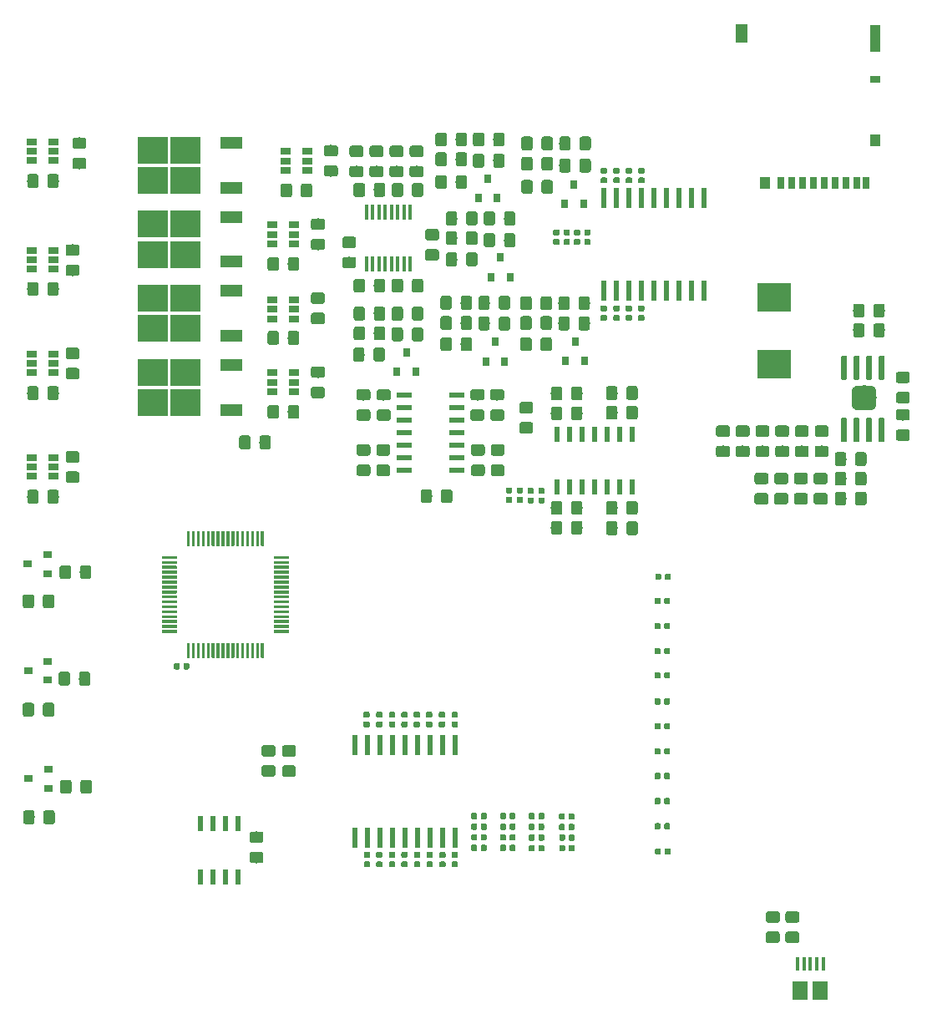
<source format=gbr>
G04 #@! TF.GenerationSoftware,KiCad,Pcbnew,(5.1.0)-1*
G04 #@! TF.CreationDate,2019-05-07T00:45:11+02:00*
G04 #@! TF.ProjectId,Project_RedGlow,50726f6a-6563-4745-9f52-6564476c6f77,rev?*
G04 #@! TF.SameCoordinates,Original*
G04 #@! TF.FileFunction,Paste,Top*
G04 #@! TF.FilePolarity,Positive*
%FSLAX46Y46*%
G04 Gerber Fmt 4.6, Leading zero omitted, Abs format (unit mm)*
G04 Created by KiCad (PCBNEW (5.1.0)-1) date 2019-05-07 00:45:11*
%MOMM*%
%LPD*%
G04 APERTURE LIST*
%ADD10R,0.600000X2.000000*%
%ADD11R,0.800000X0.900000*%
%ADD12C,0.100000*%
%ADD13C,1.150000*%
%ADD14R,1.060000X0.650000*%
%ADD15R,1.300000X1.900000*%
%ADD16R,1.000000X2.800000*%
%ADD17R,1.000000X0.800000*%
%ADD18R,1.000000X1.200000*%
%ADD19R,0.700000X1.200000*%
%ADD20C,2.500000*%
%ADD21C,0.550000*%
%ADD22C,0.300000*%
%ADD23R,1.500000X0.600000*%
%ADD24R,0.600000X1.550000*%
%ADD25R,0.600000X1.500000*%
%ADD26R,0.410000X1.600000*%
%ADD27C,0.590000*%
%ADD28R,0.900000X0.800000*%
%ADD29R,3.050000X2.750000*%
%ADD30R,2.200000X1.200000*%
%ADD31R,3.400000X3.000000*%
%ADD32R,1.500000X1.900000*%
%ADD33R,0.400000X1.350000*%
G04 APERTURE END LIST*
D10*
X65760600Y-98045000D03*
X64490600Y-98045000D03*
X63220600Y-98045000D03*
X61950600Y-98045000D03*
X60680600Y-98045000D03*
X59410600Y-98045000D03*
X58140600Y-98045000D03*
X56870600Y-98045000D03*
X55600600Y-98045000D03*
X55600600Y-88645000D03*
X56870600Y-88645000D03*
X58140600Y-88645000D03*
X59410600Y-88645000D03*
X60680600Y-88645000D03*
X61950600Y-88645000D03*
X63220600Y-88645000D03*
X64490600Y-88645000D03*
X65760600Y-88645000D03*
D11*
X60850000Y-48850000D03*
X61800000Y-50850000D03*
X59900000Y-50850000D03*
D12*
G36*
X56374505Y-48401204D02*
G01*
X56398773Y-48404804D01*
X56422572Y-48410765D01*
X56445671Y-48419030D01*
X56467850Y-48429520D01*
X56488893Y-48442132D01*
X56508599Y-48456747D01*
X56526777Y-48473223D01*
X56543253Y-48491401D01*
X56557868Y-48511107D01*
X56570480Y-48532150D01*
X56580970Y-48554329D01*
X56589235Y-48577428D01*
X56595196Y-48601227D01*
X56598796Y-48625495D01*
X56600000Y-48649999D01*
X56600000Y-49550001D01*
X56598796Y-49574505D01*
X56595196Y-49598773D01*
X56589235Y-49622572D01*
X56580970Y-49645671D01*
X56570480Y-49667850D01*
X56557868Y-49688893D01*
X56543253Y-49708599D01*
X56526777Y-49726777D01*
X56508599Y-49743253D01*
X56488893Y-49757868D01*
X56467850Y-49770480D01*
X56445671Y-49780970D01*
X56422572Y-49789235D01*
X56398773Y-49795196D01*
X56374505Y-49798796D01*
X56350001Y-49800000D01*
X55699999Y-49800000D01*
X55675495Y-49798796D01*
X55651227Y-49795196D01*
X55627428Y-49789235D01*
X55604329Y-49780970D01*
X55582150Y-49770480D01*
X55561107Y-49757868D01*
X55541401Y-49743253D01*
X55523223Y-49726777D01*
X55506747Y-49708599D01*
X55492132Y-49688893D01*
X55479520Y-49667850D01*
X55469030Y-49645671D01*
X55460765Y-49622572D01*
X55454804Y-49598773D01*
X55451204Y-49574505D01*
X55450000Y-49550001D01*
X55450000Y-48649999D01*
X55451204Y-48625495D01*
X55454804Y-48601227D01*
X55460765Y-48577428D01*
X55469030Y-48554329D01*
X55479520Y-48532150D01*
X55492132Y-48511107D01*
X55506747Y-48491401D01*
X55523223Y-48473223D01*
X55541401Y-48456747D01*
X55561107Y-48442132D01*
X55582150Y-48429520D01*
X55604329Y-48419030D01*
X55627428Y-48410765D01*
X55651227Y-48404804D01*
X55675495Y-48401204D01*
X55699999Y-48400000D01*
X56350001Y-48400000D01*
X56374505Y-48401204D01*
X56374505Y-48401204D01*
G37*
D13*
X56025000Y-49100000D03*
D12*
G36*
X58424505Y-48401204D02*
G01*
X58448773Y-48404804D01*
X58472572Y-48410765D01*
X58495671Y-48419030D01*
X58517850Y-48429520D01*
X58538893Y-48442132D01*
X58558599Y-48456747D01*
X58576777Y-48473223D01*
X58593253Y-48491401D01*
X58607868Y-48511107D01*
X58620480Y-48532150D01*
X58630970Y-48554329D01*
X58639235Y-48577428D01*
X58645196Y-48601227D01*
X58648796Y-48625495D01*
X58650000Y-48649999D01*
X58650000Y-49550001D01*
X58648796Y-49574505D01*
X58645196Y-49598773D01*
X58639235Y-49622572D01*
X58630970Y-49645671D01*
X58620480Y-49667850D01*
X58607868Y-49688893D01*
X58593253Y-49708599D01*
X58576777Y-49726777D01*
X58558599Y-49743253D01*
X58538893Y-49757868D01*
X58517850Y-49770480D01*
X58495671Y-49780970D01*
X58472572Y-49789235D01*
X58448773Y-49795196D01*
X58424505Y-49798796D01*
X58400001Y-49800000D01*
X57749999Y-49800000D01*
X57725495Y-49798796D01*
X57701227Y-49795196D01*
X57677428Y-49789235D01*
X57654329Y-49780970D01*
X57632150Y-49770480D01*
X57611107Y-49757868D01*
X57591401Y-49743253D01*
X57573223Y-49726777D01*
X57556747Y-49708599D01*
X57542132Y-49688893D01*
X57529520Y-49667850D01*
X57519030Y-49645671D01*
X57510765Y-49622572D01*
X57504804Y-49598773D01*
X57501204Y-49574505D01*
X57500000Y-49550001D01*
X57500000Y-48649999D01*
X57501204Y-48625495D01*
X57504804Y-48601227D01*
X57510765Y-48577428D01*
X57519030Y-48554329D01*
X57529520Y-48532150D01*
X57542132Y-48511107D01*
X57556747Y-48491401D01*
X57573223Y-48473223D01*
X57591401Y-48456747D01*
X57611107Y-48442132D01*
X57632150Y-48429520D01*
X57654329Y-48419030D01*
X57677428Y-48410765D01*
X57701227Y-48404804D01*
X57725495Y-48401204D01*
X57749999Y-48400000D01*
X58400001Y-48400000D01*
X58424505Y-48401204D01*
X58424505Y-48401204D01*
G37*
D13*
X58075000Y-49100000D03*
D12*
G36*
X25374505Y-41744604D02*
G01*
X25398773Y-41748204D01*
X25422572Y-41754165D01*
X25445671Y-41762430D01*
X25467850Y-41772920D01*
X25488893Y-41785532D01*
X25508599Y-41800147D01*
X25526777Y-41816623D01*
X25543253Y-41834801D01*
X25557868Y-41854507D01*
X25570480Y-41875550D01*
X25580970Y-41897729D01*
X25589235Y-41920828D01*
X25595196Y-41944627D01*
X25598796Y-41968895D01*
X25600000Y-41993399D01*
X25600000Y-42893401D01*
X25598796Y-42917905D01*
X25595196Y-42942173D01*
X25589235Y-42965972D01*
X25580970Y-42989071D01*
X25570480Y-43011250D01*
X25557868Y-43032293D01*
X25543253Y-43051999D01*
X25526777Y-43070177D01*
X25508599Y-43086653D01*
X25488893Y-43101268D01*
X25467850Y-43113880D01*
X25445671Y-43124370D01*
X25422572Y-43132635D01*
X25398773Y-43138596D01*
X25374505Y-43142196D01*
X25350001Y-43143400D01*
X24699999Y-43143400D01*
X24675495Y-43142196D01*
X24651227Y-43138596D01*
X24627428Y-43132635D01*
X24604329Y-43124370D01*
X24582150Y-43113880D01*
X24561107Y-43101268D01*
X24541401Y-43086653D01*
X24523223Y-43070177D01*
X24506747Y-43051999D01*
X24492132Y-43032293D01*
X24479520Y-43011250D01*
X24469030Y-42989071D01*
X24460765Y-42965972D01*
X24454804Y-42942173D01*
X24451204Y-42917905D01*
X24450000Y-42893401D01*
X24450000Y-41993399D01*
X24451204Y-41968895D01*
X24454804Y-41944627D01*
X24460765Y-41920828D01*
X24469030Y-41897729D01*
X24479520Y-41875550D01*
X24492132Y-41854507D01*
X24506747Y-41834801D01*
X24523223Y-41816623D01*
X24541401Y-41800147D01*
X24561107Y-41785532D01*
X24582150Y-41772920D01*
X24604329Y-41762430D01*
X24627428Y-41754165D01*
X24651227Y-41748204D01*
X24675495Y-41744604D01*
X24699999Y-41743400D01*
X25350001Y-41743400D01*
X25374505Y-41744604D01*
X25374505Y-41744604D01*
G37*
D13*
X25025000Y-42443400D03*
D12*
G36*
X23324505Y-41744604D02*
G01*
X23348773Y-41748204D01*
X23372572Y-41754165D01*
X23395671Y-41762430D01*
X23417850Y-41772920D01*
X23438893Y-41785532D01*
X23458599Y-41800147D01*
X23476777Y-41816623D01*
X23493253Y-41834801D01*
X23507868Y-41854507D01*
X23520480Y-41875550D01*
X23530970Y-41897729D01*
X23539235Y-41920828D01*
X23545196Y-41944627D01*
X23548796Y-41968895D01*
X23550000Y-41993399D01*
X23550000Y-42893401D01*
X23548796Y-42917905D01*
X23545196Y-42942173D01*
X23539235Y-42965972D01*
X23530970Y-42989071D01*
X23520480Y-43011250D01*
X23507868Y-43032293D01*
X23493253Y-43051999D01*
X23476777Y-43070177D01*
X23458599Y-43086653D01*
X23438893Y-43101268D01*
X23417850Y-43113880D01*
X23395671Y-43124370D01*
X23372572Y-43132635D01*
X23348773Y-43138596D01*
X23324505Y-43142196D01*
X23300001Y-43143400D01*
X22649999Y-43143400D01*
X22625495Y-43142196D01*
X22601227Y-43138596D01*
X22577428Y-43132635D01*
X22554329Y-43124370D01*
X22532150Y-43113880D01*
X22511107Y-43101268D01*
X22491401Y-43086653D01*
X22473223Y-43070177D01*
X22456747Y-43051999D01*
X22442132Y-43032293D01*
X22429520Y-43011250D01*
X22419030Y-42989071D01*
X22410765Y-42965972D01*
X22404804Y-42942173D01*
X22401204Y-42917905D01*
X22400000Y-42893401D01*
X22400000Y-41993399D01*
X22401204Y-41968895D01*
X22404804Y-41944627D01*
X22410765Y-41920828D01*
X22419030Y-41897729D01*
X22429520Y-41875550D01*
X22442132Y-41854507D01*
X22456747Y-41834801D01*
X22473223Y-41816623D01*
X22491401Y-41800147D01*
X22511107Y-41785532D01*
X22532150Y-41772920D01*
X22554329Y-41762430D01*
X22577428Y-41754165D01*
X22601227Y-41748204D01*
X22625495Y-41744604D01*
X22649999Y-41743400D01*
X23300001Y-41743400D01*
X23324505Y-41744604D01*
X23324505Y-41744604D01*
G37*
D13*
X22975000Y-42443400D03*
D14*
X22900000Y-39500000D03*
X22900000Y-40450000D03*
X22900000Y-38550000D03*
X25100000Y-38550000D03*
X25100000Y-39500000D03*
X25100000Y-40450000D03*
D12*
G36*
X44824505Y-57301204D02*
G01*
X44848773Y-57304804D01*
X44872572Y-57310765D01*
X44895671Y-57319030D01*
X44917850Y-57329520D01*
X44938893Y-57342132D01*
X44958599Y-57356747D01*
X44976777Y-57373223D01*
X44993253Y-57391401D01*
X45007868Y-57411107D01*
X45020480Y-57432150D01*
X45030970Y-57454329D01*
X45039235Y-57477428D01*
X45045196Y-57501227D01*
X45048796Y-57525495D01*
X45050000Y-57549999D01*
X45050000Y-58450001D01*
X45048796Y-58474505D01*
X45045196Y-58498773D01*
X45039235Y-58522572D01*
X45030970Y-58545671D01*
X45020480Y-58567850D01*
X45007868Y-58588893D01*
X44993253Y-58608599D01*
X44976777Y-58626777D01*
X44958599Y-58643253D01*
X44938893Y-58657868D01*
X44917850Y-58670480D01*
X44895671Y-58680970D01*
X44872572Y-58689235D01*
X44848773Y-58695196D01*
X44824505Y-58698796D01*
X44800001Y-58700000D01*
X44149999Y-58700000D01*
X44125495Y-58698796D01*
X44101227Y-58695196D01*
X44077428Y-58689235D01*
X44054329Y-58680970D01*
X44032150Y-58670480D01*
X44011107Y-58657868D01*
X43991401Y-58643253D01*
X43973223Y-58626777D01*
X43956747Y-58608599D01*
X43942132Y-58588893D01*
X43929520Y-58567850D01*
X43919030Y-58545671D01*
X43910765Y-58522572D01*
X43904804Y-58498773D01*
X43901204Y-58474505D01*
X43900000Y-58450001D01*
X43900000Y-57549999D01*
X43901204Y-57525495D01*
X43904804Y-57501227D01*
X43910765Y-57477428D01*
X43919030Y-57454329D01*
X43929520Y-57432150D01*
X43942132Y-57411107D01*
X43956747Y-57391401D01*
X43973223Y-57373223D01*
X43991401Y-57356747D01*
X44011107Y-57342132D01*
X44032150Y-57329520D01*
X44054329Y-57319030D01*
X44077428Y-57310765D01*
X44101227Y-57304804D01*
X44125495Y-57301204D01*
X44149999Y-57300000D01*
X44800001Y-57300000D01*
X44824505Y-57301204D01*
X44824505Y-57301204D01*
G37*
D13*
X44475000Y-58000000D03*
D12*
G36*
X46874505Y-57301204D02*
G01*
X46898773Y-57304804D01*
X46922572Y-57310765D01*
X46945671Y-57319030D01*
X46967850Y-57329520D01*
X46988893Y-57342132D01*
X47008599Y-57356747D01*
X47026777Y-57373223D01*
X47043253Y-57391401D01*
X47057868Y-57411107D01*
X47070480Y-57432150D01*
X47080970Y-57454329D01*
X47089235Y-57477428D01*
X47095196Y-57501227D01*
X47098796Y-57525495D01*
X47100000Y-57549999D01*
X47100000Y-58450001D01*
X47098796Y-58474505D01*
X47095196Y-58498773D01*
X47089235Y-58522572D01*
X47080970Y-58545671D01*
X47070480Y-58567850D01*
X47057868Y-58588893D01*
X47043253Y-58608599D01*
X47026777Y-58626777D01*
X47008599Y-58643253D01*
X46988893Y-58657868D01*
X46967850Y-58670480D01*
X46945671Y-58680970D01*
X46922572Y-58689235D01*
X46898773Y-58695196D01*
X46874505Y-58698796D01*
X46850001Y-58700000D01*
X46199999Y-58700000D01*
X46175495Y-58698796D01*
X46151227Y-58695196D01*
X46127428Y-58689235D01*
X46104329Y-58680970D01*
X46082150Y-58670480D01*
X46061107Y-58657868D01*
X46041401Y-58643253D01*
X46023223Y-58626777D01*
X46006747Y-58608599D01*
X45992132Y-58588893D01*
X45979520Y-58567850D01*
X45969030Y-58545671D01*
X45960765Y-58522572D01*
X45954804Y-58498773D01*
X45951204Y-58474505D01*
X45950000Y-58450001D01*
X45950000Y-57549999D01*
X45951204Y-57525495D01*
X45954804Y-57501227D01*
X45960765Y-57477428D01*
X45969030Y-57454329D01*
X45979520Y-57432150D01*
X45992132Y-57411107D01*
X46006747Y-57391401D01*
X46023223Y-57373223D01*
X46041401Y-57356747D01*
X46061107Y-57342132D01*
X46082150Y-57329520D01*
X46104329Y-57319030D01*
X46127428Y-57310765D01*
X46151227Y-57304804D01*
X46175495Y-57301204D01*
X46199999Y-57300000D01*
X46850001Y-57300000D01*
X46874505Y-57301204D01*
X46874505Y-57301204D01*
G37*
D13*
X46525000Y-58000000D03*
D14*
X47277600Y-51909200D03*
X47277600Y-52859200D03*
X47277600Y-50959200D03*
X49477600Y-50959200D03*
X49477600Y-51909200D03*
X49477600Y-52859200D03*
X47277600Y-44515800D03*
X47277600Y-45465800D03*
X47277600Y-43565800D03*
X49477600Y-43565800D03*
X49477600Y-44515800D03*
X49477600Y-45465800D03*
X48598400Y-29460000D03*
X48598400Y-30410000D03*
X48598400Y-28510000D03*
X50798400Y-28510000D03*
X50798400Y-29460000D03*
X50798400Y-30410000D03*
X47277600Y-36909200D03*
X47277600Y-37859200D03*
X47277600Y-35959200D03*
X49477600Y-35959200D03*
X49477600Y-36909200D03*
X49477600Y-37859200D03*
X22900000Y-60500000D03*
X22900000Y-61450000D03*
X22900000Y-59550000D03*
X25100000Y-59550000D03*
X25100000Y-60500000D03*
X25100000Y-61450000D03*
X22900000Y-50000000D03*
X22900000Y-50950000D03*
X22900000Y-49050000D03*
X25100000Y-49050000D03*
X25100000Y-50000000D03*
X25100000Y-50950000D03*
D12*
G36*
X49752105Y-54210404D02*
G01*
X49776373Y-54214004D01*
X49800172Y-54219965D01*
X49823271Y-54228230D01*
X49845450Y-54238720D01*
X49866493Y-54251332D01*
X49886199Y-54265947D01*
X49904377Y-54282423D01*
X49920853Y-54300601D01*
X49935468Y-54320307D01*
X49948080Y-54341350D01*
X49958570Y-54363529D01*
X49966835Y-54386628D01*
X49972796Y-54410427D01*
X49976396Y-54434695D01*
X49977600Y-54459199D01*
X49977600Y-55359201D01*
X49976396Y-55383705D01*
X49972796Y-55407973D01*
X49966835Y-55431772D01*
X49958570Y-55454871D01*
X49948080Y-55477050D01*
X49935468Y-55498093D01*
X49920853Y-55517799D01*
X49904377Y-55535977D01*
X49886199Y-55552453D01*
X49866493Y-55567068D01*
X49845450Y-55579680D01*
X49823271Y-55590170D01*
X49800172Y-55598435D01*
X49776373Y-55604396D01*
X49752105Y-55607996D01*
X49727601Y-55609200D01*
X49077599Y-55609200D01*
X49053095Y-55607996D01*
X49028827Y-55604396D01*
X49005028Y-55598435D01*
X48981929Y-55590170D01*
X48959750Y-55579680D01*
X48938707Y-55567068D01*
X48919001Y-55552453D01*
X48900823Y-55535977D01*
X48884347Y-55517799D01*
X48869732Y-55498093D01*
X48857120Y-55477050D01*
X48846630Y-55454871D01*
X48838365Y-55431772D01*
X48832404Y-55407973D01*
X48828804Y-55383705D01*
X48827600Y-55359201D01*
X48827600Y-54459199D01*
X48828804Y-54434695D01*
X48832404Y-54410427D01*
X48838365Y-54386628D01*
X48846630Y-54363529D01*
X48857120Y-54341350D01*
X48869732Y-54320307D01*
X48884347Y-54300601D01*
X48900823Y-54282423D01*
X48919001Y-54265947D01*
X48938707Y-54251332D01*
X48959750Y-54238720D01*
X48981929Y-54228230D01*
X49005028Y-54219965D01*
X49028827Y-54214004D01*
X49053095Y-54210404D01*
X49077599Y-54209200D01*
X49727601Y-54209200D01*
X49752105Y-54210404D01*
X49752105Y-54210404D01*
G37*
D13*
X49402600Y-54909200D03*
D12*
G36*
X47702105Y-54210404D02*
G01*
X47726373Y-54214004D01*
X47750172Y-54219965D01*
X47773271Y-54228230D01*
X47795450Y-54238720D01*
X47816493Y-54251332D01*
X47836199Y-54265947D01*
X47854377Y-54282423D01*
X47870853Y-54300601D01*
X47885468Y-54320307D01*
X47898080Y-54341350D01*
X47908570Y-54363529D01*
X47916835Y-54386628D01*
X47922796Y-54410427D01*
X47926396Y-54434695D01*
X47927600Y-54459199D01*
X47927600Y-55359201D01*
X47926396Y-55383705D01*
X47922796Y-55407973D01*
X47916835Y-55431772D01*
X47908570Y-55454871D01*
X47898080Y-55477050D01*
X47885468Y-55498093D01*
X47870853Y-55517799D01*
X47854377Y-55535977D01*
X47836199Y-55552453D01*
X47816493Y-55567068D01*
X47795450Y-55579680D01*
X47773271Y-55590170D01*
X47750172Y-55598435D01*
X47726373Y-55604396D01*
X47702105Y-55607996D01*
X47677601Y-55609200D01*
X47027599Y-55609200D01*
X47003095Y-55607996D01*
X46978827Y-55604396D01*
X46955028Y-55598435D01*
X46931929Y-55590170D01*
X46909750Y-55579680D01*
X46888707Y-55567068D01*
X46869001Y-55552453D01*
X46850823Y-55535977D01*
X46834347Y-55517799D01*
X46819732Y-55498093D01*
X46807120Y-55477050D01*
X46796630Y-55454871D01*
X46788365Y-55431772D01*
X46782404Y-55407973D01*
X46778804Y-55383705D01*
X46777600Y-55359201D01*
X46777600Y-54459199D01*
X46778804Y-54434695D01*
X46782404Y-54410427D01*
X46788365Y-54386628D01*
X46796630Y-54363529D01*
X46807120Y-54341350D01*
X46819732Y-54320307D01*
X46834347Y-54300601D01*
X46850823Y-54282423D01*
X46869001Y-54265947D01*
X46888707Y-54251332D01*
X46909750Y-54238720D01*
X46931929Y-54228230D01*
X46955028Y-54219965D01*
X46978827Y-54214004D01*
X47003095Y-54210404D01*
X47027599Y-54209200D01*
X47677601Y-54209200D01*
X47702105Y-54210404D01*
X47702105Y-54210404D01*
G37*
D13*
X47352600Y-54909200D03*
D12*
G36*
X49752105Y-46710404D02*
G01*
X49776373Y-46714004D01*
X49800172Y-46719965D01*
X49823271Y-46728230D01*
X49845450Y-46738720D01*
X49866493Y-46751332D01*
X49886199Y-46765947D01*
X49904377Y-46782423D01*
X49920853Y-46800601D01*
X49935468Y-46820307D01*
X49948080Y-46841350D01*
X49958570Y-46863529D01*
X49966835Y-46886628D01*
X49972796Y-46910427D01*
X49976396Y-46934695D01*
X49977600Y-46959199D01*
X49977600Y-47859201D01*
X49976396Y-47883705D01*
X49972796Y-47907973D01*
X49966835Y-47931772D01*
X49958570Y-47954871D01*
X49948080Y-47977050D01*
X49935468Y-47998093D01*
X49920853Y-48017799D01*
X49904377Y-48035977D01*
X49886199Y-48052453D01*
X49866493Y-48067068D01*
X49845450Y-48079680D01*
X49823271Y-48090170D01*
X49800172Y-48098435D01*
X49776373Y-48104396D01*
X49752105Y-48107996D01*
X49727601Y-48109200D01*
X49077599Y-48109200D01*
X49053095Y-48107996D01*
X49028827Y-48104396D01*
X49005028Y-48098435D01*
X48981929Y-48090170D01*
X48959750Y-48079680D01*
X48938707Y-48067068D01*
X48919001Y-48052453D01*
X48900823Y-48035977D01*
X48884347Y-48017799D01*
X48869732Y-47998093D01*
X48857120Y-47977050D01*
X48846630Y-47954871D01*
X48838365Y-47931772D01*
X48832404Y-47907973D01*
X48828804Y-47883705D01*
X48827600Y-47859201D01*
X48827600Y-46959199D01*
X48828804Y-46934695D01*
X48832404Y-46910427D01*
X48838365Y-46886628D01*
X48846630Y-46863529D01*
X48857120Y-46841350D01*
X48869732Y-46820307D01*
X48884347Y-46800601D01*
X48900823Y-46782423D01*
X48919001Y-46765947D01*
X48938707Y-46751332D01*
X48959750Y-46738720D01*
X48981929Y-46728230D01*
X49005028Y-46719965D01*
X49028827Y-46714004D01*
X49053095Y-46710404D01*
X49077599Y-46709200D01*
X49727601Y-46709200D01*
X49752105Y-46710404D01*
X49752105Y-46710404D01*
G37*
D13*
X49402600Y-47409200D03*
D12*
G36*
X47702105Y-46710404D02*
G01*
X47726373Y-46714004D01*
X47750172Y-46719965D01*
X47773271Y-46728230D01*
X47795450Y-46738720D01*
X47816493Y-46751332D01*
X47836199Y-46765947D01*
X47854377Y-46782423D01*
X47870853Y-46800601D01*
X47885468Y-46820307D01*
X47898080Y-46841350D01*
X47908570Y-46863529D01*
X47916835Y-46886628D01*
X47922796Y-46910427D01*
X47926396Y-46934695D01*
X47927600Y-46959199D01*
X47927600Y-47859201D01*
X47926396Y-47883705D01*
X47922796Y-47907973D01*
X47916835Y-47931772D01*
X47908570Y-47954871D01*
X47898080Y-47977050D01*
X47885468Y-47998093D01*
X47870853Y-48017799D01*
X47854377Y-48035977D01*
X47836199Y-48052453D01*
X47816493Y-48067068D01*
X47795450Y-48079680D01*
X47773271Y-48090170D01*
X47750172Y-48098435D01*
X47726373Y-48104396D01*
X47702105Y-48107996D01*
X47677601Y-48109200D01*
X47027599Y-48109200D01*
X47003095Y-48107996D01*
X46978827Y-48104396D01*
X46955028Y-48098435D01*
X46931929Y-48090170D01*
X46909750Y-48079680D01*
X46888707Y-48067068D01*
X46869001Y-48052453D01*
X46850823Y-48035977D01*
X46834347Y-48017799D01*
X46819732Y-47998093D01*
X46807120Y-47977050D01*
X46796630Y-47954871D01*
X46788365Y-47931772D01*
X46782404Y-47907973D01*
X46778804Y-47883705D01*
X46777600Y-47859201D01*
X46777600Y-46959199D01*
X46778804Y-46934695D01*
X46782404Y-46910427D01*
X46788365Y-46886628D01*
X46796630Y-46863529D01*
X46807120Y-46841350D01*
X46819732Y-46820307D01*
X46834347Y-46800601D01*
X46850823Y-46782423D01*
X46869001Y-46765947D01*
X46888707Y-46751332D01*
X46909750Y-46738720D01*
X46931929Y-46728230D01*
X46955028Y-46719965D01*
X46978827Y-46714004D01*
X47003095Y-46710404D01*
X47027599Y-46709200D01*
X47677601Y-46709200D01*
X47702105Y-46710404D01*
X47702105Y-46710404D01*
G37*
D13*
X47352600Y-47409200D03*
D12*
G36*
X51072905Y-31761204D02*
G01*
X51097173Y-31764804D01*
X51120972Y-31770765D01*
X51144071Y-31779030D01*
X51166250Y-31789520D01*
X51187293Y-31802132D01*
X51206999Y-31816747D01*
X51225177Y-31833223D01*
X51241653Y-31851401D01*
X51256268Y-31871107D01*
X51268880Y-31892150D01*
X51279370Y-31914329D01*
X51287635Y-31937428D01*
X51293596Y-31961227D01*
X51297196Y-31985495D01*
X51298400Y-32009999D01*
X51298400Y-32910001D01*
X51297196Y-32934505D01*
X51293596Y-32958773D01*
X51287635Y-32982572D01*
X51279370Y-33005671D01*
X51268880Y-33027850D01*
X51256268Y-33048893D01*
X51241653Y-33068599D01*
X51225177Y-33086777D01*
X51206999Y-33103253D01*
X51187293Y-33117868D01*
X51166250Y-33130480D01*
X51144071Y-33140970D01*
X51120972Y-33149235D01*
X51097173Y-33155196D01*
X51072905Y-33158796D01*
X51048401Y-33160000D01*
X50398399Y-33160000D01*
X50373895Y-33158796D01*
X50349627Y-33155196D01*
X50325828Y-33149235D01*
X50302729Y-33140970D01*
X50280550Y-33130480D01*
X50259507Y-33117868D01*
X50239801Y-33103253D01*
X50221623Y-33086777D01*
X50205147Y-33068599D01*
X50190532Y-33048893D01*
X50177920Y-33027850D01*
X50167430Y-33005671D01*
X50159165Y-32982572D01*
X50153204Y-32958773D01*
X50149604Y-32934505D01*
X50148400Y-32910001D01*
X50148400Y-32009999D01*
X50149604Y-31985495D01*
X50153204Y-31961227D01*
X50159165Y-31937428D01*
X50167430Y-31914329D01*
X50177920Y-31892150D01*
X50190532Y-31871107D01*
X50205147Y-31851401D01*
X50221623Y-31833223D01*
X50239801Y-31816747D01*
X50259507Y-31802132D01*
X50280550Y-31789520D01*
X50302729Y-31779030D01*
X50325828Y-31770765D01*
X50349627Y-31764804D01*
X50373895Y-31761204D01*
X50398399Y-31760000D01*
X51048401Y-31760000D01*
X51072905Y-31761204D01*
X51072905Y-31761204D01*
G37*
D13*
X50723400Y-32460000D03*
D12*
G36*
X49022905Y-31761204D02*
G01*
X49047173Y-31764804D01*
X49070972Y-31770765D01*
X49094071Y-31779030D01*
X49116250Y-31789520D01*
X49137293Y-31802132D01*
X49156999Y-31816747D01*
X49175177Y-31833223D01*
X49191653Y-31851401D01*
X49206268Y-31871107D01*
X49218880Y-31892150D01*
X49229370Y-31914329D01*
X49237635Y-31937428D01*
X49243596Y-31961227D01*
X49247196Y-31985495D01*
X49248400Y-32009999D01*
X49248400Y-32910001D01*
X49247196Y-32934505D01*
X49243596Y-32958773D01*
X49237635Y-32982572D01*
X49229370Y-33005671D01*
X49218880Y-33027850D01*
X49206268Y-33048893D01*
X49191653Y-33068599D01*
X49175177Y-33086777D01*
X49156999Y-33103253D01*
X49137293Y-33117868D01*
X49116250Y-33130480D01*
X49094071Y-33140970D01*
X49070972Y-33149235D01*
X49047173Y-33155196D01*
X49022905Y-33158796D01*
X48998401Y-33160000D01*
X48348399Y-33160000D01*
X48323895Y-33158796D01*
X48299627Y-33155196D01*
X48275828Y-33149235D01*
X48252729Y-33140970D01*
X48230550Y-33130480D01*
X48209507Y-33117868D01*
X48189801Y-33103253D01*
X48171623Y-33086777D01*
X48155147Y-33068599D01*
X48140532Y-33048893D01*
X48127920Y-33027850D01*
X48117430Y-33005671D01*
X48109165Y-32982572D01*
X48103204Y-32958773D01*
X48099604Y-32934505D01*
X48098400Y-32910001D01*
X48098400Y-32009999D01*
X48099604Y-31985495D01*
X48103204Y-31961227D01*
X48109165Y-31937428D01*
X48117430Y-31914329D01*
X48127920Y-31892150D01*
X48140532Y-31871107D01*
X48155147Y-31851401D01*
X48171623Y-31833223D01*
X48189801Y-31816747D01*
X48209507Y-31802132D01*
X48230550Y-31789520D01*
X48252729Y-31779030D01*
X48275828Y-31770765D01*
X48299627Y-31764804D01*
X48323895Y-31761204D01*
X48348399Y-31760000D01*
X48998401Y-31760000D01*
X49022905Y-31761204D01*
X49022905Y-31761204D01*
G37*
D13*
X48673400Y-32460000D03*
D12*
G36*
X49752105Y-39210404D02*
G01*
X49776373Y-39214004D01*
X49800172Y-39219965D01*
X49823271Y-39228230D01*
X49845450Y-39238720D01*
X49866493Y-39251332D01*
X49886199Y-39265947D01*
X49904377Y-39282423D01*
X49920853Y-39300601D01*
X49935468Y-39320307D01*
X49948080Y-39341350D01*
X49958570Y-39363529D01*
X49966835Y-39386628D01*
X49972796Y-39410427D01*
X49976396Y-39434695D01*
X49977600Y-39459199D01*
X49977600Y-40359201D01*
X49976396Y-40383705D01*
X49972796Y-40407973D01*
X49966835Y-40431772D01*
X49958570Y-40454871D01*
X49948080Y-40477050D01*
X49935468Y-40498093D01*
X49920853Y-40517799D01*
X49904377Y-40535977D01*
X49886199Y-40552453D01*
X49866493Y-40567068D01*
X49845450Y-40579680D01*
X49823271Y-40590170D01*
X49800172Y-40598435D01*
X49776373Y-40604396D01*
X49752105Y-40607996D01*
X49727601Y-40609200D01*
X49077599Y-40609200D01*
X49053095Y-40607996D01*
X49028827Y-40604396D01*
X49005028Y-40598435D01*
X48981929Y-40590170D01*
X48959750Y-40579680D01*
X48938707Y-40567068D01*
X48919001Y-40552453D01*
X48900823Y-40535977D01*
X48884347Y-40517799D01*
X48869732Y-40498093D01*
X48857120Y-40477050D01*
X48846630Y-40454871D01*
X48838365Y-40431772D01*
X48832404Y-40407973D01*
X48828804Y-40383705D01*
X48827600Y-40359201D01*
X48827600Y-39459199D01*
X48828804Y-39434695D01*
X48832404Y-39410427D01*
X48838365Y-39386628D01*
X48846630Y-39363529D01*
X48857120Y-39341350D01*
X48869732Y-39320307D01*
X48884347Y-39300601D01*
X48900823Y-39282423D01*
X48919001Y-39265947D01*
X48938707Y-39251332D01*
X48959750Y-39238720D01*
X48981929Y-39228230D01*
X49005028Y-39219965D01*
X49028827Y-39214004D01*
X49053095Y-39210404D01*
X49077599Y-39209200D01*
X49727601Y-39209200D01*
X49752105Y-39210404D01*
X49752105Y-39210404D01*
G37*
D13*
X49402600Y-39909200D03*
D12*
G36*
X47702105Y-39210404D02*
G01*
X47726373Y-39214004D01*
X47750172Y-39219965D01*
X47773271Y-39228230D01*
X47795450Y-39238720D01*
X47816493Y-39251332D01*
X47836199Y-39265947D01*
X47854377Y-39282423D01*
X47870853Y-39300601D01*
X47885468Y-39320307D01*
X47898080Y-39341350D01*
X47908570Y-39363529D01*
X47916835Y-39386628D01*
X47922796Y-39410427D01*
X47926396Y-39434695D01*
X47927600Y-39459199D01*
X47927600Y-40359201D01*
X47926396Y-40383705D01*
X47922796Y-40407973D01*
X47916835Y-40431772D01*
X47908570Y-40454871D01*
X47898080Y-40477050D01*
X47885468Y-40498093D01*
X47870853Y-40517799D01*
X47854377Y-40535977D01*
X47836199Y-40552453D01*
X47816493Y-40567068D01*
X47795450Y-40579680D01*
X47773271Y-40590170D01*
X47750172Y-40598435D01*
X47726373Y-40604396D01*
X47702105Y-40607996D01*
X47677601Y-40609200D01*
X47027599Y-40609200D01*
X47003095Y-40607996D01*
X46978827Y-40604396D01*
X46955028Y-40598435D01*
X46931929Y-40590170D01*
X46909750Y-40579680D01*
X46888707Y-40567068D01*
X46869001Y-40552453D01*
X46850823Y-40535977D01*
X46834347Y-40517799D01*
X46819732Y-40498093D01*
X46807120Y-40477050D01*
X46796630Y-40454871D01*
X46788365Y-40431772D01*
X46782404Y-40407973D01*
X46778804Y-40383705D01*
X46777600Y-40359201D01*
X46777600Y-39459199D01*
X46778804Y-39434695D01*
X46782404Y-39410427D01*
X46788365Y-39386628D01*
X46796630Y-39363529D01*
X46807120Y-39341350D01*
X46819732Y-39320307D01*
X46834347Y-39300601D01*
X46850823Y-39282423D01*
X46869001Y-39265947D01*
X46888707Y-39251332D01*
X46909750Y-39238720D01*
X46931929Y-39228230D01*
X46955028Y-39219965D01*
X46978827Y-39214004D01*
X47003095Y-39210404D01*
X47027599Y-39209200D01*
X47677601Y-39209200D01*
X47702105Y-39210404D01*
X47702105Y-39210404D01*
G37*
D13*
X47352600Y-39909200D03*
D12*
G36*
X25374505Y-62801204D02*
G01*
X25398773Y-62804804D01*
X25422572Y-62810765D01*
X25445671Y-62819030D01*
X25467850Y-62829520D01*
X25488893Y-62842132D01*
X25508599Y-62856747D01*
X25526777Y-62873223D01*
X25543253Y-62891401D01*
X25557868Y-62911107D01*
X25570480Y-62932150D01*
X25580970Y-62954329D01*
X25589235Y-62977428D01*
X25595196Y-63001227D01*
X25598796Y-63025495D01*
X25600000Y-63049999D01*
X25600000Y-63950001D01*
X25598796Y-63974505D01*
X25595196Y-63998773D01*
X25589235Y-64022572D01*
X25580970Y-64045671D01*
X25570480Y-64067850D01*
X25557868Y-64088893D01*
X25543253Y-64108599D01*
X25526777Y-64126777D01*
X25508599Y-64143253D01*
X25488893Y-64157868D01*
X25467850Y-64170480D01*
X25445671Y-64180970D01*
X25422572Y-64189235D01*
X25398773Y-64195196D01*
X25374505Y-64198796D01*
X25350001Y-64200000D01*
X24699999Y-64200000D01*
X24675495Y-64198796D01*
X24651227Y-64195196D01*
X24627428Y-64189235D01*
X24604329Y-64180970D01*
X24582150Y-64170480D01*
X24561107Y-64157868D01*
X24541401Y-64143253D01*
X24523223Y-64126777D01*
X24506747Y-64108599D01*
X24492132Y-64088893D01*
X24479520Y-64067850D01*
X24469030Y-64045671D01*
X24460765Y-64022572D01*
X24454804Y-63998773D01*
X24451204Y-63974505D01*
X24450000Y-63950001D01*
X24450000Y-63049999D01*
X24451204Y-63025495D01*
X24454804Y-63001227D01*
X24460765Y-62977428D01*
X24469030Y-62954329D01*
X24479520Y-62932150D01*
X24492132Y-62911107D01*
X24506747Y-62891401D01*
X24523223Y-62873223D01*
X24541401Y-62856747D01*
X24561107Y-62842132D01*
X24582150Y-62829520D01*
X24604329Y-62819030D01*
X24627428Y-62810765D01*
X24651227Y-62804804D01*
X24675495Y-62801204D01*
X24699999Y-62800000D01*
X25350001Y-62800000D01*
X25374505Y-62801204D01*
X25374505Y-62801204D01*
G37*
D13*
X25025000Y-63500000D03*
D12*
G36*
X23324505Y-62801204D02*
G01*
X23348773Y-62804804D01*
X23372572Y-62810765D01*
X23395671Y-62819030D01*
X23417850Y-62829520D01*
X23438893Y-62842132D01*
X23458599Y-62856747D01*
X23476777Y-62873223D01*
X23493253Y-62891401D01*
X23507868Y-62911107D01*
X23520480Y-62932150D01*
X23530970Y-62954329D01*
X23539235Y-62977428D01*
X23545196Y-63001227D01*
X23548796Y-63025495D01*
X23550000Y-63049999D01*
X23550000Y-63950001D01*
X23548796Y-63974505D01*
X23545196Y-63998773D01*
X23539235Y-64022572D01*
X23530970Y-64045671D01*
X23520480Y-64067850D01*
X23507868Y-64088893D01*
X23493253Y-64108599D01*
X23476777Y-64126777D01*
X23458599Y-64143253D01*
X23438893Y-64157868D01*
X23417850Y-64170480D01*
X23395671Y-64180970D01*
X23372572Y-64189235D01*
X23348773Y-64195196D01*
X23324505Y-64198796D01*
X23300001Y-64200000D01*
X22649999Y-64200000D01*
X22625495Y-64198796D01*
X22601227Y-64195196D01*
X22577428Y-64189235D01*
X22554329Y-64180970D01*
X22532150Y-64170480D01*
X22511107Y-64157868D01*
X22491401Y-64143253D01*
X22473223Y-64126777D01*
X22456747Y-64108599D01*
X22442132Y-64088893D01*
X22429520Y-64067850D01*
X22419030Y-64045671D01*
X22410765Y-64022572D01*
X22404804Y-63998773D01*
X22401204Y-63974505D01*
X22400000Y-63950001D01*
X22400000Y-63049999D01*
X22401204Y-63025495D01*
X22404804Y-63001227D01*
X22410765Y-62977428D01*
X22419030Y-62954329D01*
X22429520Y-62932150D01*
X22442132Y-62911107D01*
X22456747Y-62891401D01*
X22473223Y-62873223D01*
X22491401Y-62856747D01*
X22511107Y-62842132D01*
X22532150Y-62829520D01*
X22554329Y-62819030D01*
X22577428Y-62810765D01*
X22601227Y-62804804D01*
X22625495Y-62801204D01*
X22649999Y-62800000D01*
X23300001Y-62800000D01*
X23324505Y-62801204D01*
X23324505Y-62801204D01*
G37*
D13*
X22975000Y-63500000D03*
D12*
G36*
X25374505Y-52301204D02*
G01*
X25398773Y-52304804D01*
X25422572Y-52310765D01*
X25445671Y-52319030D01*
X25467850Y-52329520D01*
X25488893Y-52342132D01*
X25508599Y-52356747D01*
X25526777Y-52373223D01*
X25543253Y-52391401D01*
X25557868Y-52411107D01*
X25570480Y-52432150D01*
X25580970Y-52454329D01*
X25589235Y-52477428D01*
X25595196Y-52501227D01*
X25598796Y-52525495D01*
X25600000Y-52549999D01*
X25600000Y-53450001D01*
X25598796Y-53474505D01*
X25595196Y-53498773D01*
X25589235Y-53522572D01*
X25580970Y-53545671D01*
X25570480Y-53567850D01*
X25557868Y-53588893D01*
X25543253Y-53608599D01*
X25526777Y-53626777D01*
X25508599Y-53643253D01*
X25488893Y-53657868D01*
X25467850Y-53670480D01*
X25445671Y-53680970D01*
X25422572Y-53689235D01*
X25398773Y-53695196D01*
X25374505Y-53698796D01*
X25350001Y-53700000D01*
X24699999Y-53700000D01*
X24675495Y-53698796D01*
X24651227Y-53695196D01*
X24627428Y-53689235D01*
X24604329Y-53680970D01*
X24582150Y-53670480D01*
X24561107Y-53657868D01*
X24541401Y-53643253D01*
X24523223Y-53626777D01*
X24506747Y-53608599D01*
X24492132Y-53588893D01*
X24479520Y-53567850D01*
X24469030Y-53545671D01*
X24460765Y-53522572D01*
X24454804Y-53498773D01*
X24451204Y-53474505D01*
X24450000Y-53450001D01*
X24450000Y-52549999D01*
X24451204Y-52525495D01*
X24454804Y-52501227D01*
X24460765Y-52477428D01*
X24469030Y-52454329D01*
X24479520Y-52432150D01*
X24492132Y-52411107D01*
X24506747Y-52391401D01*
X24523223Y-52373223D01*
X24541401Y-52356747D01*
X24561107Y-52342132D01*
X24582150Y-52329520D01*
X24604329Y-52319030D01*
X24627428Y-52310765D01*
X24651227Y-52304804D01*
X24675495Y-52301204D01*
X24699999Y-52300000D01*
X25350001Y-52300000D01*
X25374505Y-52301204D01*
X25374505Y-52301204D01*
G37*
D13*
X25025000Y-53000000D03*
D12*
G36*
X23324505Y-52301204D02*
G01*
X23348773Y-52304804D01*
X23372572Y-52310765D01*
X23395671Y-52319030D01*
X23417850Y-52329520D01*
X23438893Y-52342132D01*
X23458599Y-52356747D01*
X23476777Y-52373223D01*
X23493253Y-52391401D01*
X23507868Y-52411107D01*
X23520480Y-52432150D01*
X23530970Y-52454329D01*
X23539235Y-52477428D01*
X23545196Y-52501227D01*
X23548796Y-52525495D01*
X23550000Y-52549999D01*
X23550000Y-53450001D01*
X23548796Y-53474505D01*
X23545196Y-53498773D01*
X23539235Y-53522572D01*
X23530970Y-53545671D01*
X23520480Y-53567850D01*
X23507868Y-53588893D01*
X23493253Y-53608599D01*
X23476777Y-53626777D01*
X23458599Y-53643253D01*
X23438893Y-53657868D01*
X23417850Y-53670480D01*
X23395671Y-53680970D01*
X23372572Y-53689235D01*
X23348773Y-53695196D01*
X23324505Y-53698796D01*
X23300001Y-53700000D01*
X22649999Y-53700000D01*
X22625495Y-53698796D01*
X22601227Y-53695196D01*
X22577428Y-53689235D01*
X22554329Y-53680970D01*
X22532150Y-53670480D01*
X22511107Y-53657868D01*
X22491401Y-53643253D01*
X22473223Y-53626777D01*
X22456747Y-53608599D01*
X22442132Y-53588893D01*
X22429520Y-53567850D01*
X22419030Y-53545671D01*
X22410765Y-53522572D01*
X22404804Y-53498773D01*
X22401204Y-53474505D01*
X22400000Y-53450001D01*
X22400000Y-52549999D01*
X22401204Y-52525495D01*
X22404804Y-52501227D01*
X22410765Y-52477428D01*
X22419030Y-52454329D01*
X22429520Y-52432150D01*
X22442132Y-52411107D01*
X22456747Y-52391401D01*
X22473223Y-52373223D01*
X22491401Y-52356747D01*
X22511107Y-52342132D01*
X22532150Y-52329520D01*
X22554329Y-52319030D01*
X22577428Y-52310765D01*
X22601227Y-52304804D01*
X22625495Y-52301204D01*
X22649999Y-52300000D01*
X23300001Y-52300000D01*
X23324505Y-52301204D01*
X23324505Y-52301204D01*
G37*
D13*
X22975000Y-53000000D03*
D15*
X94874200Y-16577200D03*
D16*
X108374200Y-17027200D03*
D17*
X108374200Y-21177200D03*
D18*
X108374200Y-27377200D03*
X97224200Y-31677200D03*
D19*
X105374200Y-31677200D03*
X104274200Y-31677200D03*
X103174200Y-31677200D03*
X102074200Y-31677200D03*
X100974200Y-31677200D03*
X99874200Y-31677200D03*
X98774200Y-31677200D03*
X106474200Y-31677200D03*
X107424200Y-31677200D03*
D12*
G36*
X107928861Y-52240410D02*
G01*
X107989531Y-52249409D01*
X108049028Y-52264312D01*
X108106777Y-52284975D01*
X108162223Y-52311199D01*
X108214831Y-52342731D01*
X108264096Y-52379268D01*
X108309542Y-52420458D01*
X108350732Y-52465904D01*
X108387269Y-52515169D01*
X108418801Y-52567777D01*
X108445025Y-52623223D01*
X108465688Y-52680972D01*
X108480591Y-52740469D01*
X108489590Y-52801139D01*
X108492600Y-52862400D01*
X108492600Y-54112400D01*
X108489590Y-54173661D01*
X108480591Y-54234331D01*
X108465688Y-54293828D01*
X108445025Y-54351577D01*
X108418801Y-54407023D01*
X108387269Y-54459631D01*
X108350732Y-54508896D01*
X108309542Y-54554342D01*
X108264096Y-54595532D01*
X108214831Y-54632069D01*
X108162223Y-54663601D01*
X108106777Y-54689825D01*
X108049028Y-54710488D01*
X107989531Y-54725391D01*
X107928861Y-54734390D01*
X107867600Y-54737400D01*
X106617600Y-54737400D01*
X106556339Y-54734390D01*
X106495669Y-54725391D01*
X106436172Y-54710488D01*
X106378423Y-54689825D01*
X106322977Y-54663601D01*
X106270369Y-54632069D01*
X106221104Y-54595532D01*
X106175658Y-54554342D01*
X106134468Y-54508896D01*
X106097931Y-54459631D01*
X106066399Y-54407023D01*
X106040175Y-54351577D01*
X106019512Y-54293828D01*
X106004609Y-54234331D01*
X105995610Y-54173661D01*
X105992600Y-54112400D01*
X105992600Y-52862400D01*
X105995610Y-52801139D01*
X106004609Y-52740469D01*
X106019512Y-52680972D01*
X106040175Y-52623223D01*
X106066399Y-52567777D01*
X106097931Y-52515169D01*
X106134468Y-52465904D01*
X106175658Y-52420458D01*
X106221104Y-52379268D01*
X106270369Y-52342731D01*
X106322977Y-52311199D01*
X106378423Y-52284975D01*
X106436172Y-52264312D01*
X106495669Y-52249409D01*
X106556339Y-52240410D01*
X106617600Y-52237400D01*
X107867600Y-52237400D01*
X107928861Y-52240410D01*
X107928861Y-52240410D01*
G37*
D20*
X107242600Y-53487400D03*
D12*
G36*
X105361577Y-55489262D02*
G01*
X105374925Y-55491242D01*
X105388014Y-55494521D01*
X105400719Y-55499067D01*
X105412917Y-55504836D01*
X105424491Y-55511773D01*
X105435329Y-55519811D01*
X105445327Y-55528873D01*
X105454389Y-55538871D01*
X105462427Y-55549709D01*
X105469364Y-55561283D01*
X105475133Y-55573481D01*
X105479679Y-55586186D01*
X105482958Y-55599275D01*
X105484938Y-55612623D01*
X105485600Y-55626100D01*
X105485600Y-57851100D01*
X105484938Y-57864577D01*
X105482958Y-57877925D01*
X105479679Y-57891014D01*
X105475133Y-57903719D01*
X105469364Y-57915917D01*
X105462427Y-57927491D01*
X105454389Y-57938329D01*
X105445327Y-57948327D01*
X105435329Y-57957389D01*
X105424491Y-57965427D01*
X105412917Y-57972364D01*
X105400719Y-57978133D01*
X105388014Y-57982679D01*
X105374925Y-57985958D01*
X105361577Y-57987938D01*
X105348100Y-57988600D01*
X105073100Y-57988600D01*
X105059623Y-57987938D01*
X105046275Y-57985958D01*
X105033186Y-57982679D01*
X105020481Y-57978133D01*
X105008283Y-57972364D01*
X104996709Y-57965427D01*
X104985871Y-57957389D01*
X104975873Y-57948327D01*
X104966811Y-57938329D01*
X104958773Y-57927491D01*
X104951836Y-57915917D01*
X104946067Y-57903719D01*
X104941521Y-57891014D01*
X104938242Y-57877925D01*
X104936262Y-57864577D01*
X104935600Y-57851100D01*
X104935600Y-55626100D01*
X104936262Y-55612623D01*
X104938242Y-55599275D01*
X104941521Y-55586186D01*
X104946067Y-55573481D01*
X104951836Y-55561283D01*
X104958773Y-55549709D01*
X104966811Y-55538871D01*
X104975873Y-55528873D01*
X104985871Y-55519811D01*
X104996709Y-55511773D01*
X105008283Y-55504836D01*
X105020481Y-55499067D01*
X105033186Y-55494521D01*
X105046275Y-55491242D01*
X105059623Y-55489262D01*
X105073100Y-55488600D01*
X105348100Y-55488600D01*
X105361577Y-55489262D01*
X105361577Y-55489262D01*
G37*
D21*
X105210600Y-56738600D03*
D12*
G36*
X106631577Y-55489262D02*
G01*
X106644925Y-55491242D01*
X106658014Y-55494521D01*
X106670719Y-55499067D01*
X106682917Y-55504836D01*
X106694491Y-55511773D01*
X106705329Y-55519811D01*
X106715327Y-55528873D01*
X106724389Y-55538871D01*
X106732427Y-55549709D01*
X106739364Y-55561283D01*
X106745133Y-55573481D01*
X106749679Y-55586186D01*
X106752958Y-55599275D01*
X106754938Y-55612623D01*
X106755600Y-55626100D01*
X106755600Y-57851100D01*
X106754938Y-57864577D01*
X106752958Y-57877925D01*
X106749679Y-57891014D01*
X106745133Y-57903719D01*
X106739364Y-57915917D01*
X106732427Y-57927491D01*
X106724389Y-57938329D01*
X106715327Y-57948327D01*
X106705329Y-57957389D01*
X106694491Y-57965427D01*
X106682917Y-57972364D01*
X106670719Y-57978133D01*
X106658014Y-57982679D01*
X106644925Y-57985958D01*
X106631577Y-57987938D01*
X106618100Y-57988600D01*
X106343100Y-57988600D01*
X106329623Y-57987938D01*
X106316275Y-57985958D01*
X106303186Y-57982679D01*
X106290481Y-57978133D01*
X106278283Y-57972364D01*
X106266709Y-57965427D01*
X106255871Y-57957389D01*
X106245873Y-57948327D01*
X106236811Y-57938329D01*
X106228773Y-57927491D01*
X106221836Y-57915917D01*
X106216067Y-57903719D01*
X106211521Y-57891014D01*
X106208242Y-57877925D01*
X106206262Y-57864577D01*
X106205600Y-57851100D01*
X106205600Y-55626100D01*
X106206262Y-55612623D01*
X106208242Y-55599275D01*
X106211521Y-55586186D01*
X106216067Y-55573481D01*
X106221836Y-55561283D01*
X106228773Y-55549709D01*
X106236811Y-55538871D01*
X106245873Y-55528873D01*
X106255871Y-55519811D01*
X106266709Y-55511773D01*
X106278283Y-55504836D01*
X106290481Y-55499067D01*
X106303186Y-55494521D01*
X106316275Y-55491242D01*
X106329623Y-55489262D01*
X106343100Y-55488600D01*
X106618100Y-55488600D01*
X106631577Y-55489262D01*
X106631577Y-55489262D01*
G37*
D21*
X106480600Y-56738600D03*
D12*
G36*
X107901577Y-55489262D02*
G01*
X107914925Y-55491242D01*
X107928014Y-55494521D01*
X107940719Y-55499067D01*
X107952917Y-55504836D01*
X107964491Y-55511773D01*
X107975329Y-55519811D01*
X107985327Y-55528873D01*
X107994389Y-55538871D01*
X108002427Y-55549709D01*
X108009364Y-55561283D01*
X108015133Y-55573481D01*
X108019679Y-55586186D01*
X108022958Y-55599275D01*
X108024938Y-55612623D01*
X108025600Y-55626100D01*
X108025600Y-57851100D01*
X108024938Y-57864577D01*
X108022958Y-57877925D01*
X108019679Y-57891014D01*
X108015133Y-57903719D01*
X108009364Y-57915917D01*
X108002427Y-57927491D01*
X107994389Y-57938329D01*
X107985327Y-57948327D01*
X107975329Y-57957389D01*
X107964491Y-57965427D01*
X107952917Y-57972364D01*
X107940719Y-57978133D01*
X107928014Y-57982679D01*
X107914925Y-57985958D01*
X107901577Y-57987938D01*
X107888100Y-57988600D01*
X107613100Y-57988600D01*
X107599623Y-57987938D01*
X107586275Y-57985958D01*
X107573186Y-57982679D01*
X107560481Y-57978133D01*
X107548283Y-57972364D01*
X107536709Y-57965427D01*
X107525871Y-57957389D01*
X107515873Y-57948327D01*
X107506811Y-57938329D01*
X107498773Y-57927491D01*
X107491836Y-57915917D01*
X107486067Y-57903719D01*
X107481521Y-57891014D01*
X107478242Y-57877925D01*
X107476262Y-57864577D01*
X107475600Y-57851100D01*
X107475600Y-55626100D01*
X107476262Y-55612623D01*
X107478242Y-55599275D01*
X107481521Y-55586186D01*
X107486067Y-55573481D01*
X107491836Y-55561283D01*
X107498773Y-55549709D01*
X107506811Y-55538871D01*
X107515873Y-55528873D01*
X107525871Y-55519811D01*
X107536709Y-55511773D01*
X107548283Y-55504836D01*
X107560481Y-55499067D01*
X107573186Y-55494521D01*
X107586275Y-55491242D01*
X107599623Y-55489262D01*
X107613100Y-55488600D01*
X107888100Y-55488600D01*
X107901577Y-55489262D01*
X107901577Y-55489262D01*
G37*
D21*
X107750600Y-56738600D03*
D12*
G36*
X109171577Y-55489262D02*
G01*
X109184925Y-55491242D01*
X109198014Y-55494521D01*
X109210719Y-55499067D01*
X109222917Y-55504836D01*
X109234491Y-55511773D01*
X109245329Y-55519811D01*
X109255327Y-55528873D01*
X109264389Y-55538871D01*
X109272427Y-55549709D01*
X109279364Y-55561283D01*
X109285133Y-55573481D01*
X109289679Y-55586186D01*
X109292958Y-55599275D01*
X109294938Y-55612623D01*
X109295600Y-55626100D01*
X109295600Y-57851100D01*
X109294938Y-57864577D01*
X109292958Y-57877925D01*
X109289679Y-57891014D01*
X109285133Y-57903719D01*
X109279364Y-57915917D01*
X109272427Y-57927491D01*
X109264389Y-57938329D01*
X109255327Y-57948327D01*
X109245329Y-57957389D01*
X109234491Y-57965427D01*
X109222917Y-57972364D01*
X109210719Y-57978133D01*
X109198014Y-57982679D01*
X109184925Y-57985958D01*
X109171577Y-57987938D01*
X109158100Y-57988600D01*
X108883100Y-57988600D01*
X108869623Y-57987938D01*
X108856275Y-57985958D01*
X108843186Y-57982679D01*
X108830481Y-57978133D01*
X108818283Y-57972364D01*
X108806709Y-57965427D01*
X108795871Y-57957389D01*
X108785873Y-57948327D01*
X108776811Y-57938329D01*
X108768773Y-57927491D01*
X108761836Y-57915917D01*
X108756067Y-57903719D01*
X108751521Y-57891014D01*
X108748242Y-57877925D01*
X108746262Y-57864577D01*
X108745600Y-57851100D01*
X108745600Y-55626100D01*
X108746262Y-55612623D01*
X108748242Y-55599275D01*
X108751521Y-55586186D01*
X108756067Y-55573481D01*
X108761836Y-55561283D01*
X108768773Y-55549709D01*
X108776811Y-55538871D01*
X108785873Y-55528873D01*
X108795871Y-55519811D01*
X108806709Y-55511773D01*
X108818283Y-55504836D01*
X108830481Y-55499067D01*
X108843186Y-55494521D01*
X108856275Y-55491242D01*
X108869623Y-55489262D01*
X108883100Y-55488600D01*
X109158100Y-55488600D01*
X109171577Y-55489262D01*
X109171577Y-55489262D01*
G37*
D21*
X109020600Y-56738600D03*
D12*
G36*
X105361577Y-49190062D02*
G01*
X105374925Y-49192042D01*
X105388014Y-49195321D01*
X105400719Y-49199867D01*
X105412917Y-49205636D01*
X105424491Y-49212573D01*
X105435329Y-49220611D01*
X105445327Y-49229673D01*
X105454389Y-49239671D01*
X105462427Y-49250509D01*
X105469364Y-49262083D01*
X105475133Y-49274281D01*
X105479679Y-49286986D01*
X105482958Y-49300075D01*
X105484938Y-49313423D01*
X105485600Y-49326900D01*
X105485600Y-51551900D01*
X105484938Y-51565377D01*
X105482958Y-51578725D01*
X105479679Y-51591814D01*
X105475133Y-51604519D01*
X105469364Y-51616717D01*
X105462427Y-51628291D01*
X105454389Y-51639129D01*
X105445327Y-51649127D01*
X105435329Y-51658189D01*
X105424491Y-51666227D01*
X105412917Y-51673164D01*
X105400719Y-51678933D01*
X105388014Y-51683479D01*
X105374925Y-51686758D01*
X105361577Y-51688738D01*
X105348100Y-51689400D01*
X105073100Y-51689400D01*
X105059623Y-51688738D01*
X105046275Y-51686758D01*
X105033186Y-51683479D01*
X105020481Y-51678933D01*
X105008283Y-51673164D01*
X104996709Y-51666227D01*
X104985871Y-51658189D01*
X104975873Y-51649127D01*
X104966811Y-51639129D01*
X104958773Y-51628291D01*
X104951836Y-51616717D01*
X104946067Y-51604519D01*
X104941521Y-51591814D01*
X104938242Y-51578725D01*
X104936262Y-51565377D01*
X104935600Y-51551900D01*
X104935600Y-49326900D01*
X104936262Y-49313423D01*
X104938242Y-49300075D01*
X104941521Y-49286986D01*
X104946067Y-49274281D01*
X104951836Y-49262083D01*
X104958773Y-49250509D01*
X104966811Y-49239671D01*
X104975873Y-49229673D01*
X104985871Y-49220611D01*
X104996709Y-49212573D01*
X105008283Y-49205636D01*
X105020481Y-49199867D01*
X105033186Y-49195321D01*
X105046275Y-49192042D01*
X105059623Y-49190062D01*
X105073100Y-49189400D01*
X105348100Y-49189400D01*
X105361577Y-49190062D01*
X105361577Y-49190062D01*
G37*
D21*
X105210600Y-50439400D03*
D12*
G36*
X106631577Y-49190062D02*
G01*
X106644925Y-49192042D01*
X106658014Y-49195321D01*
X106670719Y-49199867D01*
X106682917Y-49205636D01*
X106694491Y-49212573D01*
X106705329Y-49220611D01*
X106715327Y-49229673D01*
X106724389Y-49239671D01*
X106732427Y-49250509D01*
X106739364Y-49262083D01*
X106745133Y-49274281D01*
X106749679Y-49286986D01*
X106752958Y-49300075D01*
X106754938Y-49313423D01*
X106755600Y-49326900D01*
X106755600Y-51551900D01*
X106754938Y-51565377D01*
X106752958Y-51578725D01*
X106749679Y-51591814D01*
X106745133Y-51604519D01*
X106739364Y-51616717D01*
X106732427Y-51628291D01*
X106724389Y-51639129D01*
X106715327Y-51649127D01*
X106705329Y-51658189D01*
X106694491Y-51666227D01*
X106682917Y-51673164D01*
X106670719Y-51678933D01*
X106658014Y-51683479D01*
X106644925Y-51686758D01*
X106631577Y-51688738D01*
X106618100Y-51689400D01*
X106343100Y-51689400D01*
X106329623Y-51688738D01*
X106316275Y-51686758D01*
X106303186Y-51683479D01*
X106290481Y-51678933D01*
X106278283Y-51673164D01*
X106266709Y-51666227D01*
X106255871Y-51658189D01*
X106245873Y-51649127D01*
X106236811Y-51639129D01*
X106228773Y-51628291D01*
X106221836Y-51616717D01*
X106216067Y-51604519D01*
X106211521Y-51591814D01*
X106208242Y-51578725D01*
X106206262Y-51565377D01*
X106205600Y-51551900D01*
X106205600Y-49326900D01*
X106206262Y-49313423D01*
X106208242Y-49300075D01*
X106211521Y-49286986D01*
X106216067Y-49274281D01*
X106221836Y-49262083D01*
X106228773Y-49250509D01*
X106236811Y-49239671D01*
X106245873Y-49229673D01*
X106255871Y-49220611D01*
X106266709Y-49212573D01*
X106278283Y-49205636D01*
X106290481Y-49199867D01*
X106303186Y-49195321D01*
X106316275Y-49192042D01*
X106329623Y-49190062D01*
X106343100Y-49189400D01*
X106618100Y-49189400D01*
X106631577Y-49190062D01*
X106631577Y-49190062D01*
G37*
D21*
X106480600Y-50439400D03*
D12*
G36*
X107901577Y-49190062D02*
G01*
X107914925Y-49192042D01*
X107928014Y-49195321D01*
X107940719Y-49199867D01*
X107952917Y-49205636D01*
X107964491Y-49212573D01*
X107975329Y-49220611D01*
X107985327Y-49229673D01*
X107994389Y-49239671D01*
X108002427Y-49250509D01*
X108009364Y-49262083D01*
X108015133Y-49274281D01*
X108019679Y-49286986D01*
X108022958Y-49300075D01*
X108024938Y-49313423D01*
X108025600Y-49326900D01*
X108025600Y-51551900D01*
X108024938Y-51565377D01*
X108022958Y-51578725D01*
X108019679Y-51591814D01*
X108015133Y-51604519D01*
X108009364Y-51616717D01*
X108002427Y-51628291D01*
X107994389Y-51639129D01*
X107985327Y-51649127D01*
X107975329Y-51658189D01*
X107964491Y-51666227D01*
X107952917Y-51673164D01*
X107940719Y-51678933D01*
X107928014Y-51683479D01*
X107914925Y-51686758D01*
X107901577Y-51688738D01*
X107888100Y-51689400D01*
X107613100Y-51689400D01*
X107599623Y-51688738D01*
X107586275Y-51686758D01*
X107573186Y-51683479D01*
X107560481Y-51678933D01*
X107548283Y-51673164D01*
X107536709Y-51666227D01*
X107525871Y-51658189D01*
X107515873Y-51649127D01*
X107506811Y-51639129D01*
X107498773Y-51628291D01*
X107491836Y-51616717D01*
X107486067Y-51604519D01*
X107481521Y-51591814D01*
X107478242Y-51578725D01*
X107476262Y-51565377D01*
X107475600Y-51551900D01*
X107475600Y-49326900D01*
X107476262Y-49313423D01*
X107478242Y-49300075D01*
X107481521Y-49286986D01*
X107486067Y-49274281D01*
X107491836Y-49262083D01*
X107498773Y-49250509D01*
X107506811Y-49239671D01*
X107515873Y-49229673D01*
X107525871Y-49220611D01*
X107536709Y-49212573D01*
X107548283Y-49205636D01*
X107560481Y-49199867D01*
X107573186Y-49195321D01*
X107586275Y-49192042D01*
X107599623Y-49190062D01*
X107613100Y-49189400D01*
X107888100Y-49189400D01*
X107901577Y-49190062D01*
X107901577Y-49190062D01*
G37*
D21*
X107750600Y-50439400D03*
D12*
G36*
X109171577Y-49190062D02*
G01*
X109184925Y-49192042D01*
X109198014Y-49195321D01*
X109210719Y-49199867D01*
X109222917Y-49205636D01*
X109234491Y-49212573D01*
X109245329Y-49220611D01*
X109255327Y-49229673D01*
X109264389Y-49239671D01*
X109272427Y-49250509D01*
X109279364Y-49262083D01*
X109285133Y-49274281D01*
X109289679Y-49286986D01*
X109292958Y-49300075D01*
X109294938Y-49313423D01*
X109295600Y-49326900D01*
X109295600Y-51551900D01*
X109294938Y-51565377D01*
X109292958Y-51578725D01*
X109289679Y-51591814D01*
X109285133Y-51604519D01*
X109279364Y-51616717D01*
X109272427Y-51628291D01*
X109264389Y-51639129D01*
X109255327Y-51649127D01*
X109245329Y-51658189D01*
X109234491Y-51666227D01*
X109222917Y-51673164D01*
X109210719Y-51678933D01*
X109198014Y-51683479D01*
X109184925Y-51686758D01*
X109171577Y-51688738D01*
X109158100Y-51689400D01*
X108883100Y-51689400D01*
X108869623Y-51688738D01*
X108856275Y-51686758D01*
X108843186Y-51683479D01*
X108830481Y-51678933D01*
X108818283Y-51673164D01*
X108806709Y-51666227D01*
X108795871Y-51658189D01*
X108785873Y-51649127D01*
X108776811Y-51639129D01*
X108768773Y-51628291D01*
X108761836Y-51616717D01*
X108756067Y-51604519D01*
X108751521Y-51591814D01*
X108748242Y-51578725D01*
X108746262Y-51565377D01*
X108745600Y-51551900D01*
X108745600Y-49326900D01*
X108746262Y-49313423D01*
X108748242Y-49300075D01*
X108751521Y-49286986D01*
X108756067Y-49274281D01*
X108761836Y-49262083D01*
X108768773Y-49250509D01*
X108776811Y-49239671D01*
X108785873Y-49229673D01*
X108795871Y-49220611D01*
X108806709Y-49212573D01*
X108818283Y-49205636D01*
X108830481Y-49199867D01*
X108843186Y-49195321D01*
X108856275Y-49192042D01*
X108869623Y-49190062D01*
X108883100Y-49189400D01*
X109158100Y-49189400D01*
X109171577Y-49190062D01*
X109171577Y-49190062D01*
G37*
D21*
X109020600Y-50439400D03*
D12*
G36*
X37537251Y-77015861D02*
G01*
X37544532Y-77016941D01*
X37551671Y-77018729D01*
X37558601Y-77021209D01*
X37565255Y-77024356D01*
X37571568Y-77028140D01*
X37577479Y-77032524D01*
X37582933Y-77037467D01*
X37587876Y-77042921D01*
X37592260Y-77048832D01*
X37596044Y-77055145D01*
X37599191Y-77061799D01*
X37601671Y-77068729D01*
X37603459Y-77075868D01*
X37604539Y-77083149D01*
X37604900Y-77090500D01*
X37604900Y-77240500D01*
X37604539Y-77247851D01*
X37603459Y-77255132D01*
X37601671Y-77262271D01*
X37599191Y-77269201D01*
X37596044Y-77275855D01*
X37592260Y-77282168D01*
X37587876Y-77288079D01*
X37582933Y-77293533D01*
X37577479Y-77298476D01*
X37571568Y-77302860D01*
X37565255Y-77306644D01*
X37558601Y-77309791D01*
X37551671Y-77312271D01*
X37544532Y-77314059D01*
X37537251Y-77315139D01*
X37529900Y-77315500D01*
X36129900Y-77315500D01*
X36122549Y-77315139D01*
X36115268Y-77314059D01*
X36108129Y-77312271D01*
X36101199Y-77309791D01*
X36094545Y-77306644D01*
X36088232Y-77302860D01*
X36082321Y-77298476D01*
X36076867Y-77293533D01*
X36071924Y-77288079D01*
X36067540Y-77282168D01*
X36063756Y-77275855D01*
X36060609Y-77269201D01*
X36058129Y-77262271D01*
X36056341Y-77255132D01*
X36055261Y-77247851D01*
X36054900Y-77240500D01*
X36054900Y-77090500D01*
X36055261Y-77083149D01*
X36056341Y-77075868D01*
X36058129Y-77068729D01*
X36060609Y-77061799D01*
X36063756Y-77055145D01*
X36067540Y-77048832D01*
X36071924Y-77042921D01*
X36076867Y-77037467D01*
X36082321Y-77032524D01*
X36088232Y-77028140D01*
X36094545Y-77024356D01*
X36101199Y-77021209D01*
X36108129Y-77018729D01*
X36115268Y-77016941D01*
X36122549Y-77015861D01*
X36129900Y-77015500D01*
X37529900Y-77015500D01*
X37537251Y-77015861D01*
X37537251Y-77015861D01*
G37*
D22*
X36829900Y-77165500D03*
D12*
G36*
X37537251Y-76515861D02*
G01*
X37544532Y-76516941D01*
X37551671Y-76518729D01*
X37558601Y-76521209D01*
X37565255Y-76524356D01*
X37571568Y-76528140D01*
X37577479Y-76532524D01*
X37582933Y-76537467D01*
X37587876Y-76542921D01*
X37592260Y-76548832D01*
X37596044Y-76555145D01*
X37599191Y-76561799D01*
X37601671Y-76568729D01*
X37603459Y-76575868D01*
X37604539Y-76583149D01*
X37604900Y-76590500D01*
X37604900Y-76740500D01*
X37604539Y-76747851D01*
X37603459Y-76755132D01*
X37601671Y-76762271D01*
X37599191Y-76769201D01*
X37596044Y-76775855D01*
X37592260Y-76782168D01*
X37587876Y-76788079D01*
X37582933Y-76793533D01*
X37577479Y-76798476D01*
X37571568Y-76802860D01*
X37565255Y-76806644D01*
X37558601Y-76809791D01*
X37551671Y-76812271D01*
X37544532Y-76814059D01*
X37537251Y-76815139D01*
X37529900Y-76815500D01*
X36129900Y-76815500D01*
X36122549Y-76815139D01*
X36115268Y-76814059D01*
X36108129Y-76812271D01*
X36101199Y-76809791D01*
X36094545Y-76806644D01*
X36088232Y-76802860D01*
X36082321Y-76798476D01*
X36076867Y-76793533D01*
X36071924Y-76788079D01*
X36067540Y-76782168D01*
X36063756Y-76775855D01*
X36060609Y-76769201D01*
X36058129Y-76762271D01*
X36056341Y-76755132D01*
X36055261Y-76747851D01*
X36054900Y-76740500D01*
X36054900Y-76590500D01*
X36055261Y-76583149D01*
X36056341Y-76575868D01*
X36058129Y-76568729D01*
X36060609Y-76561799D01*
X36063756Y-76555145D01*
X36067540Y-76548832D01*
X36071924Y-76542921D01*
X36076867Y-76537467D01*
X36082321Y-76532524D01*
X36088232Y-76528140D01*
X36094545Y-76524356D01*
X36101199Y-76521209D01*
X36108129Y-76518729D01*
X36115268Y-76516941D01*
X36122549Y-76515861D01*
X36129900Y-76515500D01*
X37529900Y-76515500D01*
X37537251Y-76515861D01*
X37537251Y-76515861D01*
G37*
D22*
X36829900Y-76665500D03*
D12*
G36*
X37537251Y-76015861D02*
G01*
X37544532Y-76016941D01*
X37551671Y-76018729D01*
X37558601Y-76021209D01*
X37565255Y-76024356D01*
X37571568Y-76028140D01*
X37577479Y-76032524D01*
X37582933Y-76037467D01*
X37587876Y-76042921D01*
X37592260Y-76048832D01*
X37596044Y-76055145D01*
X37599191Y-76061799D01*
X37601671Y-76068729D01*
X37603459Y-76075868D01*
X37604539Y-76083149D01*
X37604900Y-76090500D01*
X37604900Y-76240500D01*
X37604539Y-76247851D01*
X37603459Y-76255132D01*
X37601671Y-76262271D01*
X37599191Y-76269201D01*
X37596044Y-76275855D01*
X37592260Y-76282168D01*
X37587876Y-76288079D01*
X37582933Y-76293533D01*
X37577479Y-76298476D01*
X37571568Y-76302860D01*
X37565255Y-76306644D01*
X37558601Y-76309791D01*
X37551671Y-76312271D01*
X37544532Y-76314059D01*
X37537251Y-76315139D01*
X37529900Y-76315500D01*
X36129900Y-76315500D01*
X36122549Y-76315139D01*
X36115268Y-76314059D01*
X36108129Y-76312271D01*
X36101199Y-76309791D01*
X36094545Y-76306644D01*
X36088232Y-76302860D01*
X36082321Y-76298476D01*
X36076867Y-76293533D01*
X36071924Y-76288079D01*
X36067540Y-76282168D01*
X36063756Y-76275855D01*
X36060609Y-76269201D01*
X36058129Y-76262271D01*
X36056341Y-76255132D01*
X36055261Y-76247851D01*
X36054900Y-76240500D01*
X36054900Y-76090500D01*
X36055261Y-76083149D01*
X36056341Y-76075868D01*
X36058129Y-76068729D01*
X36060609Y-76061799D01*
X36063756Y-76055145D01*
X36067540Y-76048832D01*
X36071924Y-76042921D01*
X36076867Y-76037467D01*
X36082321Y-76032524D01*
X36088232Y-76028140D01*
X36094545Y-76024356D01*
X36101199Y-76021209D01*
X36108129Y-76018729D01*
X36115268Y-76016941D01*
X36122549Y-76015861D01*
X36129900Y-76015500D01*
X37529900Y-76015500D01*
X37537251Y-76015861D01*
X37537251Y-76015861D01*
G37*
D22*
X36829900Y-76165500D03*
D12*
G36*
X37537251Y-75515861D02*
G01*
X37544532Y-75516941D01*
X37551671Y-75518729D01*
X37558601Y-75521209D01*
X37565255Y-75524356D01*
X37571568Y-75528140D01*
X37577479Y-75532524D01*
X37582933Y-75537467D01*
X37587876Y-75542921D01*
X37592260Y-75548832D01*
X37596044Y-75555145D01*
X37599191Y-75561799D01*
X37601671Y-75568729D01*
X37603459Y-75575868D01*
X37604539Y-75583149D01*
X37604900Y-75590500D01*
X37604900Y-75740500D01*
X37604539Y-75747851D01*
X37603459Y-75755132D01*
X37601671Y-75762271D01*
X37599191Y-75769201D01*
X37596044Y-75775855D01*
X37592260Y-75782168D01*
X37587876Y-75788079D01*
X37582933Y-75793533D01*
X37577479Y-75798476D01*
X37571568Y-75802860D01*
X37565255Y-75806644D01*
X37558601Y-75809791D01*
X37551671Y-75812271D01*
X37544532Y-75814059D01*
X37537251Y-75815139D01*
X37529900Y-75815500D01*
X36129900Y-75815500D01*
X36122549Y-75815139D01*
X36115268Y-75814059D01*
X36108129Y-75812271D01*
X36101199Y-75809791D01*
X36094545Y-75806644D01*
X36088232Y-75802860D01*
X36082321Y-75798476D01*
X36076867Y-75793533D01*
X36071924Y-75788079D01*
X36067540Y-75782168D01*
X36063756Y-75775855D01*
X36060609Y-75769201D01*
X36058129Y-75762271D01*
X36056341Y-75755132D01*
X36055261Y-75747851D01*
X36054900Y-75740500D01*
X36054900Y-75590500D01*
X36055261Y-75583149D01*
X36056341Y-75575868D01*
X36058129Y-75568729D01*
X36060609Y-75561799D01*
X36063756Y-75555145D01*
X36067540Y-75548832D01*
X36071924Y-75542921D01*
X36076867Y-75537467D01*
X36082321Y-75532524D01*
X36088232Y-75528140D01*
X36094545Y-75524356D01*
X36101199Y-75521209D01*
X36108129Y-75518729D01*
X36115268Y-75516941D01*
X36122549Y-75515861D01*
X36129900Y-75515500D01*
X37529900Y-75515500D01*
X37537251Y-75515861D01*
X37537251Y-75515861D01*
G37*
D22*
X36829900Y-75665500D03*
D12*
G36*
X37537251Y-75015861D02*
G01*
X37544532Y-75016941D01*
X37551671Y-75018729D01*
X37558601Y-75021209D01*
X37565255Y-75024356D01*
X37571568Y-75028140D01*
X37577479Y-75032524D01*
X37582933Y-75037467D01*
X37587876Y-75042921D01*
X37592260Y-75048832D01*
X37596044Y-75055145D01*
X37599191Y-75061799D01*
X37601671Y-75068729D01*
X37603459Y-75075868D01*
X37604539Y-75083149D01*
X37604900Y-75090500D01*
X37604900Y-75240500D01*
X37604539Y-75247851D01*
X37603459Y-75255132D01*
X37601671Y-75262271D01*
X37599191Y-75269201D01*
X37596044Y-75275855D01*
X37592260Y-75282168D01*
X37587876Y-75288079D01*
X37582933Y-75293533D01*
X37577479Y-75298476D01*
X37571568Y-75302860D01*
X37565255Y-75306644D01*
X37558601Y-75309791D01*
X37551671Y-75312271D01*
X37544532Y-75314059D01*
X37537251Y-75315139D01*
X37529900Y-75315500D01*
X36129900Y-75315500D01*
X36122549Y-75315139D01*
X36115268Y-75314059D01*
X36108129Y-75312271D01*
X36101199Y-75309791D01*
X36094545Y-75306644D01*
X36088232Y-75302860D01*
X36082321Y-75298476D01*
X36076867Y-75293533D01*
X36071924Y-75288079D01*
X36067540Y-75282168D01*
X36063756Y-75275855D01*
X36060609Y-75269201D01*
X36058129Y-75262271D01*
X36056341Y-75255132D01*
X36055261Y-75247851D01*
X36054900Y-75240500D01*
X36054900Y-75090500D01*
X36055261Y-75083149D01*
X36056341Y-75075868D01*
X36058129Y-75068729D01*
X36060609Y-75061799D01*
X36063756Y-75055145D01*
X36067540Y-75048832D01*
X36071924Y-75042921D01*
X36076867Y-75037467D01*
X36082321Y-75032524D01*
X36088232Y-75028140D01*
X36094545Y-75024356D01*
X36101199Y-75021209D01*
X36108129Y-75018729D01*
X36115268Y-75016941D01*
X36122549Y-75015861D01*
X36129900Y-75015500D01*
X37529900Y-75015500D01*
X37537251Y-75015861D01*
X37537251Y-75015861D01*
G37*
D22*
X36829900Y-75165500D03*
D12*
G36*
X37537251Y-74515861D02*
G01*
X37544532Y-74516941D01*
X37551671Y-74518729D01*
X37558601Y-74521209D01*
X37565255Y-74524356D01*
X37571568Y-74528140D01*
X37577479Y-74532524D01*
X37582933Y-74537467D01*
X37587876Y-74542921D01*
X37592260Y-74548832D01*
X37596044Y-74555145D01*
X37599191Y-74561799D01*
X37601671Y-74568729D01*
X37603459Y-74575868D01*
X37604539Y-74583149D01*
X37604900Y-74590500D01*
X37604900Y-74740500D01*
X37604539Y-74747851D01*
X37603459Y-74755132D01*
X37601671Y-74762271D01*
X37599191Y-74769201D01*
X37596044Y-74775855D01*
X37592260Y-74782168D01*
X37587876Y-74788079D01*
X37582933Y-74793533D01*
X37577479Y-74798476D01*
X37571568Y-74802860D01*
X37565255Y-74806644D01*
X37558601Y-74809791D01*
X37551671Y-74812271D01*
X37544532Y-74814059D01*
X37537251Y-74815139D01*
X37529900Y-74815500D01*
X36129900Y-74815500D01*
X36122549Y-74815139D01*
X36115268Y-74814059D01*
X36108129Y-74812271D01*
X36101199Y-74809791D01*
X36094545Y-74806644D01*
X36088232Y-74802860D01*
X36082321Y-74798476D01*
X36076867Y-74793533D01*
X36071924Y-74788079D01*
X36067540Y-74782168D01*
X36063756Y-74775855D01*
X36060609Y-74769201D01*
X36058129Y-74762271D01*
X36056341Y-74755132D01*
X36055261Y-74747851D01*
X36054900Y-74740500D01*
X36054900Y-74590500D01*
X36055261Y-74583149D01*
X36056341Y-74575868D01*
X36058129Y-74568729D01*
X36060609Y-74561799D01*
X36063756Y-74555145D01*
X36067540Y-74548832D01*
X36071924Y-74542921D01*
X36076867Y-74537467D01*
X36082321Y-74532524D01*
X36088232Y-74528140D01*
X36094545Y-74524356D01*
X36101199Y-74521209D01*
X36108129Y-74518729D01*
X36115268Y-74516941D01*
X36122549Y-74515861D01*
X36129900Y-74515500D01*
X37529900Y-74515500D01*
X37537251Y-74515861D01*
X37537251Y-74515861D01*
G37*
D22*
X36829900Y-74665500D03*
D12*
G36*
X37537251Y-74015861D02*
G01*
X37544532Y-74016941D01*
X37551671Y-74018729D01*
X37558601Y-74021209D01*
X37565255Y-74024356D01*
X37571568Y-74028140D01*
X37577479Y-74032524D01*
X37582933Y-74037467D01*
X37587876Y-74042921D01*
X37592260Y-74048832D01*
X37596044Y-74055145D01*
X37599191Y-74061799D01*
X37601671Y-74068729D01*
X37603459Y-74075868D01*
X37604539Y-74083149D01*
X37604900Y-74090500D01*
X37604900Y-74240500D01*
X37604539Y-74247851D01*
X37603459Y-74255132D01*
X37601671Y-74262271D01*
X37599191Y-74269201D01*
X37596044Y-74275855D01*
X37592260Y-74282168D01*
X37587876Y-74288079D01*
X37582933Y-74293533D01*
X37577479Y-74298476D01*
X37571568Y-74302860D01*
X37565255Y-74306644D01*
X37558601Y-74309791D01*
X37551671Y-74312271D01*
X37544532Y-74314059D01*
X37537251Y-74315139D01*
X37529900Y-74315500D01*
X36129900Y-74315500D01*
X36122549Y-74315139D01*
X36115268Y-74314059D01*
X36108129Y-74312271D01*
X36101199Y-74309791D01*
X36094545Y-74306644D01*
X36088232Y-74302860D01*
X36082321Y-74298476D01*
X36076867Y-74293533D01*
X36071924Y-74288079D01*
X36067540Y-74282168D01*
X36063756Y-74275855D01*
X36060609Y-74269201D01*
X36058129Y-74262271D01*
X36056341Y-74255132D01*
X36055261Y-74247851D01*
X36054900Y-74240500D01*
X36054900Y-74090500D01*
X36055261Y-74083149D01*
X36056341Y-74075868D01*
X36058129Y-74068729D01*
X36060609Y-74061799D01*
X36063756Y-74055145D01*
X36067540Y-74048832D01*
X36071924Y-74042921D01*
X36076867Y-74037467D01*
X36082321Y-74032524D01*
X36088232Y-74028140D01*
X36094545Y-74024356D01*
X36101199Y-74021209D01*
X36108129Y-74018729D01*
X36115268Y-74016941D01*
X36122549Y-74015861D01*
X36129900Y-74015500D01*
X37529900Y-74015500D01*
X37537251Y-74015861D01*
X37537251Y-74015861D01*
G37*
D22*
X36829900Y-74165500D03*
D12*
G36*
X37537251Y-73515861D02*
G01*
X37544532Y-73516941D01*
X37551671Y-73518729D01*
X37558601Y-73521209D01*
X37565255Y-73524356D01*
X37571568Y-73528140D01*
X37577479Y-73532524D01*
X37582933Y-73537467D01*
X37587876Y-73542921D01*
X37592260Y-73548832D01*
X37596044Y-73555145D01*
X37599191Y-73561799D01*
X37601671Y-73568729D01*
X37603459Y-73575868D01*
X37604539Y-73583149D01*
X37604900Y-73590500D01*
X37604900Y-73740500D01*
X37604539Y-73747851D01*
X37603459Y-73755132D01*
X37601671Y-73762271D01*
X37599191Y-73769201D01*
X37596044Y-73775855D01*
X37592260Y-73782168D01*
X37587876Y-73788079D01*
X37582933Y-73793533D01*
X37577479Y-73798476D01*
X37571568Y-73802860D01*
X37565255Y-73806644D01*
X37558601Y-73809791D01*
X37551671Y-73812271D01*
X37544532Y-73814059D01*
X37537251Y-73815139D01*
X37529900Y-73815500D01*
X36129900Y-73815500D01*
X36122549Y-73815139D01*
X36115268Y-73814059D01*
X36108129Y-73812271D01*
X36101199Y-73809791D01*
X36094545Y-73806644D01*
X36088232Y-73802860D01*
X36082321Y-73798476D01*
X36076867Y-73793533D01*
X36071924Y-73788079D01*
X36067540Y-73782168D01*
X36063756Y-73775855D01*
X36060609Y-73769201D01*
X36058129Y-73762271D01*
X36056341Y-73755132D01*
X36055261Y-73747851D01*
X36054900Y-73740500D01*
X36054900Y-73590500D01*
X36055261Y-73583149D01*
X36056341Y-73575868D01*
X36058129Y-73568729D01*
X36060609Y-73561799D01*
X36063756Y-73555145D01*
X36067540Y-73548832D01*
X36071924Y-73542921D01*
X36076867Y-73537467D01*
X36082321Y-73532524D01*
X36088232Y-73528140D01*
X36094545Y-73524356D01*
X36101199Y-73521209D01*
X36108129Y-73518729D01*
X36115268Y-73516941D01*
X36122549Y-73515861D01*
X36129900Y-73515500D01*
X37529900Y-73515500D01*
X37537251Y-73515861D01*
X37537251Y-73515861D01*
G37*
D22*
X36829900Y-73665500D03*
D12*
G36*
X37537251Y-73015861D02*
G01*
X37544532Y-73016941D01*
X37551671Y-73018729D01*
X37558601Y-73021209D01*
X37565255Y-73024356D01*
X37571568Y-73028140D01*
X37577479Y-73032524D01*
X37582933Y-73037467D01*
X37587876Y-73042921D01*
X37592260Y-73048832D01*
X37596044Y-73055145D01*
X37599191Y-73061799D01*
X37601671Y-73068729D01*
X37603459Y-73075868D01*
X37604539Y-73083149D01*
X37604900Y-73090500D01*
X37604900Y-73240500D01*
X37604539Y-73247851D01*
X37603459Y-73255132D01*
X37601671Y-73262271D01*
X37599191Y-73269201D01*
X37596044Y-73275855D01*
X37592260Y-73282168D01*
X37587876Y-73288079D01*
X37582933Y-73293533D01*
X37577479Y-73298476D01*
X37571568Y-73302860D01*
X37565255Y-73306644D01*
X37558601Y-73309791D01*
X37551671Y-73312271D01*
X37544532Y-73314059D01*
X37537251Y-73315139D01*
X37529900Y-73315500D01*
X36129900Y-73315500D01*
X36122549Y-73315139D01*
X36115268Y-73314059D01*
X36108129Y-73312271D01*
X36101199Y-73309791D01*
X36094545Y-73306644D01*
X36088232Y-73302860D01*
X36082321Y-73298476D01*
X36076867Y-73293533D01*
X36071924Y-73288079D01*
X36067540Y-73282168D01*
X36063756Y-73275855D01*
X36060609Y-73269201D01*
X36058129Y-73262271D01*
X36056341Y-73255132D01*
X36055261Y-73247851D01*
X36054900Y-73240500D01*
X36054900Y-73090500D01*
X36055261Y-73083149D01*
X36056341Y-73075868D01*
X36058129Y-73068729D01*
X36060609Y-73061799D01*
X36063756Y-73055145D01*
X36067540Y-73048832D01*
X36071924Y-73042921D01*
X36076867Y-73037467D01*
X36082321Y-73032524D01*
X36088232Y-73028140D01*
X36094545Y-73024356D01*
X36101199Y-73021209D01*
X36108129Y-73018729D01*
X36115268Y-73016941D01*
X36122549Y-73015861D01*
X36129900Y-73015500D01*
X37529900Y-73015500D01*
X37537251Y-73015861D01*
X37537251Y-73015861D01*
G37*
D22*
X36829900Y-73165500D03*
D12*
G36*
X37537251Y-72515861D02*
G01*
X37544532Y-72516941D01*
X37551671Y-72518729D01*
X37558601Y-72521209D01*
X37565255Y-72524356D01*
X37571568Y-72528140D01*
X37577479Y-72532524D01*
X37582933Y-72537467D01*
X37587876Y-72542921D01*
X37592260Y-72548832D01*
X37596044Y-72555145D01*
X37599191Y-72561799D01*
X37601671Y-72568729D01*
X37603459Y-72575868D01*
X37604539Y-72583149D01*
X37604900Y-72590500D01*
X37604900Y-72740500D01*
X37604539Y-72747851D01*
X37603459Y-72755132D01*
X37601671Y-72762271D01*
X37599191Y-72769201D01*
X37596044Y-72775855D01*
X37592260Y-72782168D01*
X37587876Y-72788079D01*
X37582933Y-72793533D01*
X37577479Y-72798476D01*
X37571568Y-72802860D01*
X37565255Y-72806644D01*
X37558601Y-72809791D01*
X37551671Y-72812271D01*
X37544532Y-72814059D01*
X37537251Y-72815139D01*
X37529900Y-72815500D01*
X36129900Y-72815500D01*
X36122549Y-72815139D01*
X36115268Y-72814059D01*
X36108129Y-72812271D01*
X36101199Y-72809791D01*
X36094545Y-72806644D01*
X36088232Y-72802860D01*
X36082321Y-72798476D01*
X36076867Y-72793533D01*
X36071924Y-72788079D01*
X36067540Y-72782168D01*
X36063756Y-72775855D01*
X36060609Y-72769201D01*
X36058129Y-72762271D01*
X36056341Y-72755132D01*
X36055261Y-72747851D01*
X36054900Y-72740500D01*
X36054900Y-72590500D01*
X36055261Y-72583149D01*
X36056341Y-72575868D01*
X36058129Y-72568729D01*
X36060609Y-72561799D01*
X36063756Y-72555145D01*
X36067540Y-72548832D01*
X36071924Y-72542921D01*
X36076867Y-72537467D01*
X36082321Y-72532524D01*
X36088232Y-72528140D01*
X36094545Y-72524356D01*
X36101199Y-72521209D01*
X36108129Y-72518729D01*
X36115268Y-72516941D01*
X36122549Y-72515861D01*
X36129900Y-72515500D01*
X37529900Y-72515500D01*
X37537251Y-72515861D01*
X37537251Y-72515861D01*
G37*
D22*
X36829900Y-72665500D03*
D12*
G36*
X37537251Y-72015861D02*
G01*
X37544532Y-72016941D01*
X37551671Y-72018729D01*
X37558601Y-72021209D01*
X37565255Y-72024356D01*
X37571568Y-72028140D01*
X37577479Y-72032524D01*
X37582933Y-72037467D01*
X37587876Y-72042921D01*
X37592260Y-72048832D01*
X37596044Y-72055145D01*
X37599191Y-72061799D01*
X37601671Y-72068729D01*
X37603459Y-72075868D01*
X37604539Y-72083149D01*
X37604900Y-72090500D01*
X37604900Y-72240500D01*
X37604539Y-72247851D01*
X37603459Y-72255132D01*
X37601671Y-72262271D01*
X37599191Y-72269201D01*
X37596044Y-72275855D01*
X37592260Y-72282168D01*
X37587876Y-72288079D01*
X37582933Y-72293533D01*
X37577479Y-72298476D01*
X37571568Y-72302860D01*
X37565255Y-72306644D01*
X37558601Y-72309791D01*
X37551671Y-72312271D01*
X37544532Y-72314059D01*
X37537251Y-72315139D01*
X37529900Y-72315500D01*
X36129900Y-72315500D01*
X36122549Y-72315139D01*
X36115268Y-72314059D01*
X36108129Y-72312271D01*
X36101199Y-72309791D01*
X36094545Y-72306644D01*
X36088232Y-72302860D01*
X36082321Y-72298476D01*
X36076867Y-72293533D01*
X36071924Y-72288079D01*
X36067540Y-72282168D01*
X36063756Y-72275855D01*
X36060609Y-72269201D01*
X36058129Y-72262271D01*
X36056341Y-72255132D01*
X36055261Y-72247851D01*
X36054900Y-72240500D01*
X36054900Y-72090500D01*
X36055261Y-72083149D01*
X36056341Y-72075868D01*
X36058129Y-72068729D01*
X36060609Y-72061799D01*
X36063756Y-72055145D01*
X36067540Y-72048832D01*
X36071924Y-72042921D01*
X36076867Y-72037467D01*
X36082321Y-72032524D01*
X36088232Y-72028140D01*
X36094545Y-72024356D01*
X36101199Y-72021209D01*
X36108129Y-72018729D01*
X36115268Y-72016941D01*
X36122549Y-72015861D01*
X36129900Y-72015500D01*
X37529900Y-72015500D01*
X37537251Y-72015861D01*
X37537251Y-72015861D01*
G37*
D22*
X36829900Y-72165500D03*
D12*
G36*
X37537251Y-71515861D02*
G01*
X37544532Y-71516941D01*
X37551671Y-71518729D01*
X37558601Y-71521209D01*
X37565255Y-71524356D01*
X37571568Y-71528140D01*
X37577479Y-71532524D01*
X37582933Y-71537467D01*
X37587876Y-71542921D01*
X37592260Y-71548832D01*
X37596044Y-71555145D01*
X37599191Y-71561799D01*
X37601671Y-71568729D01*
X37603459Y-71575868D01*
X37604539Y-71583149D01*
X37604900Y-71590500D01*
X37604900Y-71740500D01*
X37604539Y-71747851D01*
X37603459Y-71755132D01*
X37601671Y-71762271D01*
X37599191Y-71769201D01*
X37596044Y-71775855D01*
X37592260Y-71782168D01*
X37587876Y-71788079D01*
X37582933Y-71793533D01*
X37577479Y-71798476D01*
X37571568Y-71802860D01*
X37565255Y-71806644D01*
X37558601Y-71809791D01*
X37551671Y-71812271D01*
X37544532Y-71814059D01*
X37537251Y-71815139D01*
X37529900Y-71815500D01*
X36129900Y-71815500D01*
X36122549Y-71815139D01*
X36115268Y-71814059D01*
X36108129Y-71812271D01*
X36101199Y-71809791D01*
X36094545Y-71806644D01*
X36088232Y-71802860D01*
X36082321Y-71798476D01*
X36076867Y-71793533D01*
X36071924Y-71788079D01*
X36067540Y-71782168D01*
X36063756Y-71775855D01*
X36060609Y-71769201D01*
X36058129Y-71762271D01*
X36056341Y-71755132D01*
X36055261Y-71747851D01*
X36054900Y-71740500D01*
X36054900Y-71590500D01*
X36055261Y-71583149D01*
X36056341Y-71575868D01*
X36058129Y-71568729D01*
X36060609Y-71561799D01*
X36063756Y-71555145D01*
X36067540Y-71548832D01*
X36071924Y-71542921D01*
X36076867Y-71537467D01*
X36082321Y-71532524D01*
X36088232Y-71528140D01*
X36094545Y-71524356D01*
X36101199Y-71521209D01*
X36108129Y-71518729D01*
X36115268Y-71516941D01*
X36122549Y-71515861D01*
X36129900Y-71515500D01*
X37529900Y-71515500D01*
X37537251Y-71515861D01*
X37537251Y-71515861D01*
G37*
D22*
X36829900Y-71665500D03*
D12*
G36*
X37537251Y-71015861D02*
G01*
X37544532Y-71016941D01*
X37551671Y-71018729D01*
X37558601Y-71021209D01*
X37565255Y-71024356D01*
X37571568Y-71028140D01*
X37577479Y-71032524D01*
X37582933Y-71037467D01*
X37587876Y-71042921D01*
X37592260Y-71048832D01*
X37596044Y-71055145D01*
X37599191Y-71061799D01*
X37601671Y-71068729D01*
X37603459Y-71075868D01*
X37604539Y-71083149D01*
X37604900Y-71090500D01*
X37604900Y-71240500D01*
X37604539Y-71247851D01*
X37603459Y-71255132D01*
X37601671Y-71262271D01*
X37599191Y-71269201D01*
X37596044Y-71275855D01*
X37592260Y-71282168D01*
X37587876Y-71288079D01*
X37582933Y-71293533D01*
X37577479Y-71298476D01*
X37571568Y-71302860D01*
X37565255Y-71306644D01*
X37558601Y-71309791D01*
X37551671Y-71312271D01*
X37544532Y-71314059D01*
X37537251Y-71315139D01*
X37529900Y-71315500D01*
X36129900Y-71315500D01*
X36122549Y-71315139D01*
X36115268Y-71314059D01*
X36108129Y-71312271D01*
X36101199Y-71309791D01*
X36094545Y-71306644D01*
X36088232Y-71302860D01*
X36082321Y-71298476D01*
X36076867Y-71293533D01*
X36071924Y-71288079D01*
X36067540Y-71282168D01*
X36063756Y-71275855D01*
X36060609Y-71269201D01*
X36058129Y-71262271D01*
X36056341Y-71255132D01*
X36055261Y-71247851D01*
X36054900Y-71240500D01*
X36054900Y-71090500D01*
X36055261Y-71083149D01*
X36056341Y-71075868D01*
X36058129Y-71068729D01*
X36060609Y-71061799D01*
X36063756Y-71055145D01*
X36067540Y-71048832D01*
X36071924Y-71042921D01*
X36076867Y-71037467D01*
X36082321Y-71032524D01*
X36088232Y-71028140D01*
X36094545Y-71024356D01*
X36101199Y-71021209D01*
X36108129Y-71018729D01*
X36115268Y-71016941D01*
X36122549Y-71015861D01*
X36129900Y-71015500D01*
X37529900Y-71015500D01*
X37537251Y-71015861D01*
X37537251Y-71015861D01*
G37*
D22*
X36829900Y-71165500D03*
D12*
G36*
X37537251Y-70515861D02*
G01*
X37544532Y-70516941D01*
X37551671Y-70518729D01*
X37558601Y-70521209D01*
X37565255Y-70524356D01*
X37571568Y-70528140D01*
X37577479Y-70532524D01*
X37582933Y-70537467D01*
X37587876Y-70542921D01*
X37592260Y-70548832D01*
X37596044Y-70555145D01*
X37599191Y-70561799D01*
X37601671Y-70568729D01*
X37603459Y-70575868D01*
X37604539Y-70583149D01*
X37604900Y-70590500D01*
X37604900Y-70740500D01*
X37604539Y-70747851D01*
X37603459Y-70755132D01*
X37601671Y-70762271D01*
X37599191Y-70769201D01*
X37596044Y-70775855D01*
X37592260Y-70782168D01*
X37587876Y-70788079D01*
X37582933Y-70793533D01*
X37577479Y-70798476D01*
X37571568Y-70802860D01*
X37565255Y-70806644D01*
X37558601Y-70809791D01*
X37551671Y-70812271D01*
X37544532Y-70814059D01*
X37537251Y-70815139D01*
X37529900Y-70815500D01*
X36129900Y-70815500D01*
X36122549Y-70815139D01*
X36115268Y-70814059D01*
X36108129Y-70812271D01*
X36101199Y-70809791D01*
X36094545Y-70806644D01*
X36088232Y-70802860D01*
X36082321Y-70798476D01*
X36076867Y-70793533D01*
X36071924Y-70788079D01*
X36067540Y-70782168D01*
X36063756Y-70775855D01*
X36060609Y-70769201D01*
X36058129Y-70762271D01*
X36056341Y-70755132D01*
X36055261Y-70747851D01*
X36054900Y-70740500D01*
X36054900Y-70590500D01*
X36055261Y-70583149D01*
X36056341Y-70575868D01*
X36058129Y-70568729D01*
X36060609Y-70561799D01*
X36063756Y-70555145D01*
X36067540Y-70548832D01*
X36071924Y-70542921D01*
X36076867Y-70537467D01*
X36082321Y-70532524D01*
X36088232Y-70528140D01*
X36094545Y-70524356D01*
X36101199Y-70521209D01*
X36108129Y-70518729D01*
X36115268Y-70516941D01*
X36122549Y-70515861D01*
X36129900Y-70515500D01*
X37529900Y-70515500D01*
X37537251Y-70515861D01*
X37537251Y-70515861D01*
G37*
D22*
X36829900Y-70665500D03*
D12*
G36*
X37537251Y-70015861D02*
G01*
X37544532Y-70016941D01*
X37551671Y-70018729D01*
X37558601Y-70021209D01*
X37565255Y-70024356D01*
X37571568Y-70028140D01*
X37577479Y-70032524D01*
X37582933Y-70037467D01*
X37587876Y-70042921D01*
X37592260Y-70048832D01*
X37596044Y-70055145D01*
X37599191Y-70061799D01*
X37601671Y-70068729D01*
X37603459Y-70075868D01*
X37604539Y-70083149D01*
X37604900Y-70090500D01*
X37604900Y-70240500D01*
X37604539Y-70247851D01*
X37603459Y-70255132D01*
X37601671Y-70262271D01*
X37599191Y-70269201D01*
X37596044Y-70275855D01*
X37592260Y-70282168D01*
X37587876Y-70288079D01*
X37582933Y-70293533D01*
X37577479Y-70298476D01*
X37571568Y-70302860D01*
X37565255Y-70306644D01*
X37558601Y-70309791D01*
X37551671Y-70312271D01*
X37544532Y-70314059D01*
X37537251Y-70315139D01*
X37529900Y-70315500D01*
X36129900Y-70315500D01*
X36122549Y-70315139D01*
X36115268Y-70314059D01*
X36108129Y-70312271D01*
X36101199Y-70309791D01*
X36094545Y-70306644D01*
X36088232Y-70302860D01*
X36082321Y-70298476D01*
X36076867Y-70293533D01*
X36071924Y-70288079D01*
X36067540Y-70282168D01*
X36063756Y-70275855D01*
X36060609Y-70269201D01*
X36058129Y-70262271D01*
X36056341Y-70255132D01*
X36055261Y-70247851D01*
X36054900Y-70240500D01*
X36054900Y-70090500D01*
X36055261Y-70083149D01*
X36056341Y-70075868D01*
X36058129Y-70068729D01*
X36060609Y-70061799D01*
X36063756Y-70055145D01*
X36067540Y-70048832D01*
X36071924Y-70042921D01*
X36076867Y-70037467D01*
X36082321Y-70032524D01*
X36088232Y-70028140D01*
X36094545Y-70024356D01*
X36101199Y-70021209D01*
X36108129Y-70018729D01*
X36115268Y-70016941D01*
X36122549Y-70015861D01*
X36129900Y-70015500D01*
X37529900Y-70015500D01*
X37537251Y-70015861D01*
X37537251Y-70015861D01*
G37*
D22*
X36829900Y-70165500D03*
D12*
G36*
X37537251Y-69515861D02*
G01*
X37544532Y-69516941D01*
X37551671Y-69518729D01*
X37558601Y-69521209D01*
X37565255Y-69524356D01*
X37571568Y-69528140D01*
X37577479Y-69532524D01*
X37582933Y-69537467D01*
X37587876Y-69542921D01*
X37592260Y-69548832D01*
X37596044Y-69555145D01*
X37599191Y-69561799D01*
X37601671Y-69568729D01*
X37603459Y-69575868D01*
X37604539Y-69583149D01*
X37604900Y-69590500D01*
X37604900Y-69740500D01*
X37604539Y-69747851D01*
X37603459Y-69755132D01*
X37601671Y-69762271D01*
X37599191Y-69769201D01*
X37596044Y-69775855D01*
X37592260Y-69782168D01*
X37587876Y-69788079D01*
X37582933Y-69793533D01*
X37577479Y-69798476D01*
X37571568Y-69802860D01*
X37565255Y-69806644D01*
X37558601Y-69809791D01*
X37551671Y-69812271D01*
X37544532Y-69814059D01*
X37537251Y-69815139D01*
X37529900Y-69815500D01*
X36129900Y-69815500D01*
X36122549Y-69815139D01*
X36115268Y-69814059D01*
X36108129Y-69812271D01*
X36101199Y-69809791D01*
X36094545Y-69806644D01*
X36088232Y-69802860D01*
X36082321Y-69798476D01*
X36076867Y-69793533D01*
X36071924Y-69788079D01*
X36067540Y-69782168D01*
X36063756Y-69775855D01*
X36060609Y-69769201D01*
X36058129Y-69762271D01*
X36056341Y-69755132D01*
X36055261Y-69747851D01*
X36054900Y-69740500D01*
X36054900Y-69590500D01*
X36055261Y-69583149D01*
X36056341Y-69575868D01*
X36058129Y-69568729D01*
X36060609Y-69561799D01*
X36063756Y-69555145D01*
X36067540Y-69548832D01*
X36071924Y-69542921D01*
X36076867Y-69537467D01*
X36082321Y-69532524D01*
X36088232Y-69528140D01*
X36094545Y-69524356D01*
X36101199Y-69521209D01*
X36108129Y-69518729D01*
X36115268Y-69516941D01*
X36122549Y-69515861D01*
X36129900Y-69515500D01*
X37529900Y-69515500D01*
X37537251Y-69515861D01*
X37537251Y-69515861D01*
G37*
D22*
X36829900Y-69665500D03*
D12*
G36*
X38837251Y-66965861D02*
G01*
X38844532Y-66966941D01*
X38851671Y-66968729D01*
X38858601Y-66971209D01*
X38865255Y-66974356D01*
X38871568Y-66978140D01*
X38877479Y-66982524D01*
X38882933Y-66987467D01*
X38887876Y-66992921D01*
X38892260Y-66998832D01*
X38896044Y-67005145D01*
X38899191Y-67011799D01*
X38901671Y-67018729D01*
X38903459Y-67025868D01*
X38904539Y-67033149D01*
X38904900Y-67040500D01*
X38904900Y-68440500D01*
X38904539Y-68447851D01*
X38903459Y-68455132D01*
X38901671Y-68462271D01*
X38899191Y-68469201D01*
X38896044Y-68475855D01*
X38892260Y-68482168D01*
X38887876Y-68488079D01*
X38882933Y-68493533D01*
X38877479Y-68498476D01*
X38871568Y-68502860D01*
X38865255Y-68506644D01*
X38858601Y-68509791D01*
X38851671Y-68512271D01*
X38844532Y-68514059D01*
X38837251Y-68515139D01*
X38829900Y-68515500D01*
X38679900Y-68515500D01*
X38672549Y-68515139D01*
X38665268Y-68514059D01*
X38658129Y-68512271D01*
X38651199Y-68509791D01*
X38644545Y-68506644D01*
X38638232Y-68502860D01*
X38632321Y-68498476D01*
X38626867Y-68493533D01*
X38621924Y-68488079D01*
X38617540Y-68482168D01*
X38613756Y-68475855D01*
X38610609Y-68469201D01*
X38608129Y-68462271D01*
X38606341Y-68455132D01*
X38605261Y-68447851D01*
X38604900Y-68440500D01*
X38604900Y-67040500D01*
X38605261Y-67033149D01*
X38606341Y-67025868D01*
X38608129Y-67018729D01*
X38610609Y-67011799D01*
X38613756Y-67005145D01*
X38617540Y-66998832D01*
X38621924Y-66992921D01*
X38626867Y-66987467D01*
X38632321Y-66982524D01*
X38638232Y-66978140D01*
X38644545Y-66974356D01*
X38651199Y-66971209D01*
X38658129Y-66968729D01*
X38665268Y-66966941D01*
X38672549Y-66965861D01*
X38679900Y-66965500D01*
X38829900Y-66965500D01*
X38837251Y-66965861D01*
X38837251Y-66965861D01*
G37*
D22*
X38754900Y-67740500D03*
D12*
G36*
X39337251Y-66965861D02*
G01*
X39344532Y-66966941D01*
X39351671Y-66968729D01*
X39358601Y-66971209D01*
X39365255Y-66974356D01*
X39371568Y-66978140D01*
X39377479Y-66982524D01*
X39382933Y-66987467D01*
X39387876Y-66992921D01*
X39392260Y-66998832D01*
X39396044Y-67005145D01*
X39399191Y-67011799D01*
X39401671Y-67018729D01*
X39403459Y-67025868D01*
X39404539Y-67033149D01*
X39404900Y-67040500D01*
X39404900Y-68440500D01*
X39404539Y-68447851D01*
X39403459Y-68455132D01*
X39401671Y-68462271D01*
X39399191Y-68469201D01*
X39396044Y-68475855D01*
X39392260Y-68482168D01*
X39387876Y-68488079D01*
X39382933Y-68493533D01*
X39377479Y-68498476D01*
X39371568Y-68502860D01*
X39365255Y-68506644D01*
X39358601Y-68509791D01*
X39351671Y-68512271D01*
X39344532Y-68514059D01*
X39337251Y-68515139D01*
X39329900Y-68515500D01*
X39179900Y-68515500D01*
X39172549Y-68515139D01*
X39165268Y-68514059D01*
X39158129Y-68512271D01*
X39151199Y-68509791D01*
X39144545Y-68506644D01*
X39138232Y-68502860D01*
X39132321Y-68498476D01*
X39126867Y-68493533D01*
X39121924Y-68488079D01*
X39117540Y-68482168D01*
X39113756Y-68475855D01*
X39110609Y-68469201D01*
X39108129Y-68462271D01*
X39106341Y-68455132D01*
X39105261Y-68447851D01*
X39104900Y-68440500D01*
X39104900Y-67040500D01*
X39105261Y-67033149D01*
X39106341Y-67025868D01*
X39108129Y-67018729D01*
X39110609Y-67011799D01*
X39113756Y-67005145D01*
X39117540Y-66998832D01*
X39121924Y-66992921D01*
X39126867Y-66987467D01*
X39132321Y-66982524D01*
X39138232Y-66978140D01*
X39144545Y-66974356D01*
X39151199Y-66971209D01*
X39158129Y-66968729D01*
X39165268Y-66966941D01*
X39172549Y-66965861D01*
X39179900Y-66965500D01*
X39329900Y-66965500D01*
X39337251Y-66965861D01*
X39337251Y-66965861D01*
G37*
D22*
X39254900Y-67740500D03*
D12*
G36*
X39837251Y-66965861D02*
G01*
X39844532Y-66966941D01*
X39851671Y-66968729D01*
X39858601Y-66971209D01*
X39865255Y-66974356D01*
X39871568Y-66978140D01*
X39877479Y-66982524D01*
X39882933Y-66987467D01*
X39887876Y-66992921D01*
X39892260Y-66998832D01*
X39896044Y-67005145D01*
X39899191Y-67011799D01*
X39901671Y-67018729D01*
X39903459Y-67025868D01*
X39904539Y-67033149D01*
X39904900Y-67040500D01*
X39904900Y-68440500D01*
X39904539Y-68447851D01*
X39903459Y-68455132D01*
X39901671Y-68462271D01*
X39899191Y-68469201D01*
X39896044Y-68475855D01*
X39892260Y-68482168D01*
X39887876Y-68488079D01*
X39882933Y-68493533D01*
X39877479Y-68498476D01*
X39871568Y-68502860D01*
X39865255Y-68506644D01*
X39858601Y-68509791D01*
X39851671Y-68512271D01*
X39844532Y-68514059D01*
X39837251Y-68515139D01*
X39829900Y-68515500D01*
X39679900Y-68515500D01*
X39672549Y-68515139D01*
X39665268Y-68514059D01*
X39658129Y-68512271D01*
X39651199Y-68509791D01*
X39644545Y-68506644D01*
X39638232Y-68502860D01*
X39632321Y-68498476D01*
X39626867Y-68493533D01*
X39621924Y-68488079D01*
X39617540Y-68482168D01*
X39613756Y-68475855D01*
X39610609Y-68469201D01*
X39608129Y-68462271D01*
X39606341Y-68455132D01*
X39605261Y-68447851D01*
X39604900Y-68440500D01*
X39604900Y-67040500D01*
X39605261Y-67033149D01*
X39606341Y-67025868D01*
X39608129Y-67018729D01*
X39610609Y-67011799D01*
X39613756Y-67005145D01*
X39617540Y-66998832D01*
X39621924Y-66992921D01*
X39626867Y-66987467D01*
X39632321Y-66982524D01*
X39638232Y-66978140D01*
X39644545Y-66974356D01*
X39651199Y-66971209D01*
X39658129Y-66968729D01*
X39665268Y-66966941D01*
X39672549Y-66965861D01*
X39679900Y-66965500D01*
X39829900Y-66965500D01*
X39837251Y-66965861D01*
X39837251Y-66965861D01*
G37*
D22*
X39754900Y-67740500D03*
D12*
G36*
X40337251Y-66965861D02*
G01*
X40344532Y-66966941D01*
X40351671Y-66968729D01*
X40358601Y-66971209D01*
X40365255Y-66974356D01*
X40371568Y-66978140D01*
X40377479Y-66982524D01*
X40382933Y-66987467D01*
X40387876Y-66992921D01*
X40392260Y-66998832D01*
X40396044Y-67005145D01*
X40399191Y-67011799D01*
X40401671Y-67018729D01*
X40403459Y-67025868D01*
X40404539Y-67033149D01*
X40404900Y-67040500D01*
X40404900Y-68440500D01*
X40404539Y-68447851D01*
X40403459Y-68455132D01*
X40401671Y-68462271D01*
X40399191Y-68469201D01*
X40396044Y-68475855D01*
X40392260Y-68482168D01*
X40387876Y-68488079D01*
X40382933Y-68493533D01*
X40377479Y-68498476D01*
X40371568Y-68502860D01*
X40365255Y-68506644D01*
X40358601Y-68509791D01*
X40351671Y-68512271D01*
X40344532Y-68514059D01*
X40337251Y-68515139D01*
X40329900Y-68515500D01*
X40179900Y-68515500D01*
X40172549Y-68515139D01*
X40165268Y-68514059D01*
X40158129Y-68512271D01*
X40151199Y-68509791D01*
X40144545Y-68506644D01*
X40138232Y-68502860D01*
X40132321Y-68498476D01*
X40126867Y-68493533D01*
X40121924Y-68488079D01*
X40117540Y-68482168D01*
X40113756Y-68475855D01*
X40110609Y-68469201D01*
X40108129Y-68462271D01*
X40106341Y-68455132D01*
X40105261Y-68447851D01*
X40104900Y-68440500D01*
X40104900Y-67040500D01*
X40105261Y-67033149D01*
X40106341Y-67025868D01*
X40108129Y-67018729D01*
X40110609Y-67011799D01*
X40113756Y-67005145D01*
X40117540Y-66998832D01*
X40121924Y-66992921D01*
X40126867Y-66987467D01*
X40132321Y-66982524D01*
X40138232Y-66978140D01*
X40144545Y-66974356D01*
X40151199Y-66971209D01*
X40158129Y-66968729D01*
X40165268Y-66966941D01*
X40172549Y-66965861D01*
X40179900Y-66965500D01*
X40329900Y-66965500D01*
X40337251Y-66965861D01*
X40337251Y-66965861D01*
G37*
D22*
X40254900Y-67740500D03*
D12*
G36*
X40837251Y-66965861D02*
G01*
X40844532Y-66966941D01*
X40851671Y-66968729D01*
X40858601Y-66971209D01*
X40865255Y-66974356D01*
X40871568Y-66978140D01*
X40877479Y-66982524D01*
X40882933Y-66987467D01*
X40887876Y-66992921D01*
X40892260Y-66998832D01*
X40896044Y-67005145D01*
X40899191Y-67011799D01*
X40901671Y-67018729D01*
X40903459Y-67025868D01*
X40904539Y-67033149D01*
X40904900Y-67040500D01*
X40904900Y-68440500D01*
X40904539Y-68447851D01*
X40903459Y-68455132D01*
X40901671Y-68462271D01*
X40899191Y-68469201D01*
X40896044Y-68475855D01*
X40892260Y-68482168D01*
X40887876Y-68488079D01*
X40882933Y-68493533D01*
X40877479Y-68498476D01*
X40871568Y-68502860D01*
X40865255Y-68506644D01*
X40858601Y-68509791D01*
X40851671Y-68512271D01*
X40844532Y-68514059D01*
X40837251Y-68515139D01*
X40829900Y-68515500D01*
X40679900Y-68515500D01*
X40672549Y-68515139D01*
X40665268Y-68514059D01*
X40658129Y-68512271D01*
X40651199Y-68509791D01*
X40644545Y-68506644D01*
X40638232Y-68502860D01*
X40632321Y-68498476D01*
X40626867Y-68493533D01*
X40621924Y-68488079D01*
X40617540Y-68482168D01*
X40613756Y-68475855D01*
X40610609Y-68469201D01*
X40608129Y-68462271D01*
X40606341Y-68455132D01*
X40605261Y-68447851D01*
X40604900Y-68440500D01*
X40604900Y-67040500D01*
X40605261Y-67033149D01*
X40606341Y-67025868D01*
X40608129Y-67018729D01*
X40610609Y-67011799D01*
X40613756Y-67005145D01*
X40617540Y-66998832D01*
X40621924Y-66992921D01*
X40626867Y-66987467D01*
X40632321Y-66982524D01*
X40638232Y-66978140D01*
X40644545Y-66974356D01*
X40651199Y-66971209D01*
X40658129Y-66968729D01*
X40665268Y-66966941D01*
X40672549Y-66965861D01*
X40679900Y-66965500D01*
X40829900Y-66965500D01*
X40837251Y-66965861D01*
X40837251Y-66965861D01*
G37*
D22*
X40754900Y-67740500D03*
D12*
G36*
X41337251Y-66965861D02*
G01*
X41344532Y-66966941D01*
X41351671Y-66968729D01*
X41358601Y-66971209D01*
X41365255Y-66974356D01*
X41371568Y-66978140D01*
X41377479Y-66982524D01*
X41382933Y-66987467D01*
X41387876Y-66992921D01*
X41392260Y-66998832D01*
X41396044Y-67005145D01*
X41399191Y-67011799D01*
X41401671Y-67018729D01*
X41403459Y-67025868D01*
X41404539Y-67033149D01*
X41404900Y-67040500D01*
X41404900Y-68440500D01*
X41404539Y-68447851D01*
X41403459Y-68455132D01*
X41401671Y-68462271D01*
X41399191Y-68469201D01*
X41396044Y-68475855D01*
X41392260Y-68482168D01*
X41387876Y-68488079D01*
X41382933Y-68493533D01*
X41377479Y-68498476D01*
X41371568Y-68502860D01*
X41365255Y-68506644D01*
X41358601Y-68509791D01*
X41351671Y-68512271D01*
X41344532Y-68514059D01*
X41337251Y-68515139D01*
X41329900Y-68515500D01*
X41179900Y-68515500D01*
X41172549Y-68515139D01*
X41165268Y-68514059D01*
X41158129Y-68512271D01*
X41151199Y-68509791D01*
X41144545Y-68506644D01*
X41138232Y-68502860D01*
X41132321Y-68498476D01*
X41126867Y-68493533D01*
X41121924Y-68488079D01*
X41117540Y-68482168D01*
X41113756Y-68475855D01*
X41110609Y-68469201D01*
X41108129Y-68462271D01*
X41106341Y-68455132D01*
X41105261Y-68447851D01*
X41104900Y-68440500D01*
X41104900Y-67040500D01*
X41105261Y-67033149D01*
X41106341Y-67025868D01*
X41108129Y-67018729D01*
X41110609Y-67011799D01*
X41113756Y-67005145D01*
X41117540Y-66998832D01*
X41121924Y-66992921D01*
X41126867Y-66987467D01*
X41132321Y-66982524D01*
X41138232Y-66978140D01*
X41144545Y-66974356D01*
X41151199Y-66971209D01*
X41158129Y-66968729D01*
X41165268Y-66966941D01*
X41172549Y-66965861D01*
X41179900Y-66965500D01*
X41329900Y-66965500D01*
X41337251Y-66965861D01*
X41337251Y-66965861D01*
G37*
D22*
X41254900Y-67740500D03*
D12*
G36*
X41837251Y-66965861D02*
G01*
X41844532Y-66966941D01*
X41851671Y-66968729D01*
X41858601Y-66971209D01*
X41865255Y-66974356D01*
X41871568Y-66978140D01*
X41877479Y-66982524D01*
X41882933Y-66987467D01*
X41887876Y-66992921D01*
X41892260Y-66998832D01*
X41896044Y-67005145D01*
X41899191Y-67011799D01*
X41901671Y-67018729D01*
X41903459Y-67025868D01*
X41904539Y-67033149D01*
X41904900Y-67040500D01*
X41904900Y-68440500D01*
X41904539Y-68447851D01*
X41903459Y-68455132D01*
X41901671Y-68462271D01*
X41899191Y-68469201D01*
X41896044Y-68475855D01*
X41892260Y-68482168D01*
X41887876Y-68488079D01*
X41882933Y-68493533D01*
X41877479Y-68498476D01*
X41871568Y-68502860D01*
X41865255Y-68506644D01*
X41858601Y-68509791D01*
X41851671Y-68512271D01*
X41844532Y-68514059D01*
X41837251Y-68515139D01*
X41829900Y-68515500D01*
X41679900Y-68515500D01*
X41672549Y-68515139D01*
X41665268Y-68514059D01*
X41658129Y-68512271D01*
X41651199Y-68509791D01*
X41644545Y-68506644D01*
X41638232Y-68502860D01*
X41632321Y-68498476D01*
X41626867Y-68493533D01*
X41621924Y-68488079D01*
X41617540Y-68482168D01*
X41613756Y-68475855D01*
X41610609Y-68469201D01*
X41608129Y-68462271D01*
X41606341Y-68455132D01*
X41605261Y-68447851D01*
X41604900Y-68440500D01*
X41604900Y-67040500D01*
X41605261Y-67033149D01*
X41606341Y-67025868D01*
X41608129Y-67018729D01*
X41610609Y-67011799D01*
X41613756Y-67005145D01*
X41617540Y-66998832D01*
X41621924Y-66992921D01*
X41626867Y-66987467D01*
X41632321Y-66982524D01*
X41638232Y-66978140D01*
X41644545Y-66974356D01*
X41651199Y-66971209D01*
X41658129Y-66968729D01*
X41665268Y-66966941D01*
X41672549Y-66965861D01*
X41679900Y-66965500D01*
X41829900Y-66965500D01*
X41837251Y-66965861D01*
X41837251Y-66965861D01*
G37*
D22*
X41754900Y-67740500D03*
D12*
G36*
X42337251Y-66965861D02*
G01*
X42344532Y-66966941D01*
X42351671Y-66968729D01*
X42358601Y-66971209D01*
X42365255Y-66974356D01*
X42371568Y-66978140D01*
X42377479Y-66982524D01*
X42382933Y-66987467D01*
X42387876Y-66992921D01*
X42392260Y-66998832D01*
X42396044Y-67005145D01*
X42399191Y-67011799D01*
X42401671Y-67018729D01*
X42403459Y-67025868D01*
X42404539Y-67033149D01*
X42404900Y-67040500D01*
X42404900Y-68440500D01*
X42404539Y-68447851D01*
X42403459Y-68455132D01*
X42401671Y-68462271D01*
X42399191Y-68469201D01*
X42396044Y-68475855D01*
X42392260Y-68482168D01*
X42387876Y-68488079D01*
X42382933Y-68493533D01*
X42377479Y-68498476D01*
X42371568Y-68502860D01*
X42365255Y-68506644D01*
X42358601Y-68509791D01*
X42351671Y-68512271D01*
X42344532Y-68514059D01*
X42337251Y-68515139D01*
X42329900Y-68515500D01*
X42179900Y-68515500D01*
X42172549Y-68515139D01*
X42165268Y-68514059D01*
X42158129Y-68512271D01*
X42151199Y-68509791D01*
X42144545Y-68506644D01*
X42138232Y-68502860D01*
X42132321Y-68498476D01*
X42126867Y-68493533D01*
X42121924Y-68488079D01*
X42117540Y-68482168D01*
X42113756Y-68475855D01*
X42110609Y-68469201D01*
X42108129Y-68462271D01*
X42106341Y-68455132D01*
X42105261Y-68447851D01*
X42104900Y-68440500D01*
X42104900Y-67040500D01*
X42105261Y-67033149D01*
X42106341Y-67025868D01*
X42108129Y-67018729D01*
X42110609Y-67011799D01*
X42113756Y-67005145D01*
X42117540Y-66998832D01*
X42121924Y-66992921D01*
X42126867Y-66987467D01*
X42132321Y-66982524D01*
X42138232Y-66978140D01*
X42144545Y-66974356D01*
X42151199Y-66971209D01*
X42158129Y-66968729D01*
X42165268Y-66966941D01*
X42172549Y-66965861D01*
X42179900Y-66965500D01*
X42329900Y-66965500D01*
X42337251Y-66965861D01*
X42337251Y-66965861D01*
G37*
D22*
X42254900Y-67740500D03*
D12*
G36*
X42837251Y-66965861D02*
G01*
X42844532Y-66966941D01*
X42851671Y-66968729D01*
X42858601Y-66971209D01*
X42865255Y-66974356D01*
X42871568Y-66978140D01*
X42877479Y-66982524D01*
X42882933Y-66987467D01*
X42887876Y-66992921D01*
X42892260Y-66998832D01*
X42896044Y-67005145D01*
X42899191Y-67011799D01*
X42901671Y-67018729D01*
X42903459Y-67025868D01*
X42904539Y-67033149D01*
X42904900Y-67040500D01*
X42904900Y-68440500D01*
X42904539Y-68447851D01*
X42903459Y-68455132D01*
X42901671Y-68462271D01*
X42899191Y-68469201D01*
X42896044Y-68475855D01*
X42892260Y-68482168D01*
X42887876Y-68488079D01*
X42882933Y-68493533D01*
X42877479Y-68498476D01*
X42871568Y-68502860D01*
X42865255Y-68506644D01*
X42858601Y-68509791D01*
X42851671Y-68512271D01*
X42844532Y-68514059D01*
X42837251Y-68515139D01*
X42829900Y-68515500D01*
X42679900Y-68515500D01*
X42672549Y-68515139D01*
X42665268Y-68514059D01*
X42658129Y-68512271D01*
X42651199Y-68509791D01*
X42644545Y-68506644D01*
X42638232Y-68502860D01*
X42632321Y-68498476D01*
X42626867Y-68493533D01*
X42621924Y-68488079D01*
X42617540Y-68482168D01*
X42613756Y-68475855D01*
X42610609Y-68469201D01*
X42608129Y-68462271D01*
X42606341Y-68455132D01*
X42605261Y-68447851D01*
X42604900Y-68440500D01*
X42604900Y-67040500D01*
X42605261Y-67033149D01*
X42606341Y-67025868D01*
X42608129Y-67018729D01*
X42610609Y-67011799D01*
X42613756Y-67005145D01*
X42617540Y-66998832D01*
X42621924Y-66992921D01*
X42626867Y-66987467D01*
X42632321Y-66982524D01*
X42638232Y-66978140D01*
X42644545Y-66974356D01*
X42651199Y-66971209D01*
X42658129Y-66968729D01*
X42665268Y-66966941D01*
X42672549Y-66965861D01*
X42679900Y-66965500D01*
X42829900Y-66965500D01*
X42837251Y-66965861D01*
X42837251Y-66965861D01*
G37*
D22*
X42754900Y-67740500D03*
D12*
G36*
X43337251Y-66965861D02*
G01*
X43344532Y-66966941D01*
X43351671Y-66968729D01*
X43358601Y-66971209D01*
X43365255Y-66974356D01*
X43371568Y-66978140D01*
X43377479Y-66982524D01*
X43382933Y-66987467D01*
X43387876Y-66992921D01*
X43392260Y-66998832D01*
X43396044Y-67005145D01*
X43399191Y-67011799D01*
X43401671Y-67018729D01*
X43403459Y-67025868D01*
X43404539Y-67033149D01*
X43404900Y-67040500D01*
X43404900Y-68440500D01*
X43404539Y-68447851D01*
X43403459Y-68455132D01*
X43401671Y-68462271D01*
X43399191Y-68469201D01*
X43396044Y-68475855D01*
X43392260Y-68482168D01*
X43387876Y-68488079D01*
X43382933Y-68493533D01*
X43377479Y-68498476D01*
X43371568Y-68502860D01*
X43365255Y-68506644D01*
X43358601Y-68509791D01*
X43351671Y-68512271D01*
X43344532Y-68514059D01*
X43337251Y-68515139D01*
X43329900Y-68515500D01*
X43179900Y-68515500D01*
X43172549Y-68515139D01*
X43165268Y-68514059D01*
X43158129Y-68512271D01*
X43151199Y-68509791D01*
X43144545Y-68506644D01*
X43138232Y-68502860D01*
X43132321Y-68498476D01*
X43126867Y-68493533D01*
X43121924Y-68488079D01*
X43117540Y-68482168D01*
X43113756Y-68475855D01*
X43110609Y-68469201D01*
X43108129Y-68462271D01*
X43106341Y-68455132D01*
X43105261Y-68447851D01*
X43104900Y-68440500D01*
X43104900Y-67040500D01*
X43105261Y-67033149D01*
X43106341Y-67025868D01*
X43108129Y-67018729D01*
X43110609Y-67011799D01*
X43113756Y-67005145D01*
X43117540Y-66998832D01*
X43121924Y-66992921D01*
X43126867Y-66987467D01*
X43132321Y-66982524D01*
X43138232Y-66978140D01*
X43144545Y-66974356D01*
X43151199Y-66971209D01*
X43158129Y-66968729D01*
X43165268Y-66966941D01*
X43172549Y-66965861D01*
X43179900Y-66965500D01*
X43329900Y-66965500D01*
X43337251Y-66965861D01*
X43337251Y-66965861D01*
G37*
D22*
X43254900Y-67740500D03*
D12*
G36*
X43837251Y-66965861D02*
G01*
X43844532Y-66966941D01*
X43851671Y-66968729D01*
X43858601Y-66971209D01*
X43865255Y-66974356D01*
X43871568Y-66978140D01*
X43877479Y-66982524D01*
X43882933Y-66987467D01*
X43887876Y-66992921D01*
X43892260Y-66998832D01*
X43896044Y-67005145D01*
X43899191Y-67011799D01*
X43901671Y-67018729D01*
X43903459Y-67025868D01*
X43904539Y-67033149D01*
X43904900Y-67040500D01*
X43904900Y-68440500D01*
X43904539Y-68447851D01*
X43903459Y-68455132D01*
X43901671Y-68462271D01*
X43899191Y-68469201D01*
X43896044Y-68475855D01*
X43892260Y-68482168D01*
X43887876Y-68488079D01*
X43882933Y-68493533D01*
X43877479Y-68498476D01*
X43871568Y-68502860D01*
X43865255Y-68506644D01*
X43858601Y-68509791D01*
X43851671Y-68512271D01*
X43844532Y-68514059D01*
X43837251Y-68515139D01*
X43829900Y-68515500D01*
X43679900Y-68515500D01*
X43672549Y-68515139D01*
X43665268Y-68514059D01*
X43658129Y-68512271D01*
X43651199Y-68509791D01*
X43644545Y-68506644D01*
X43638232Y-68502860D01*
X43632321Y-68498476D01*
X43626867Y-68493533D01*
X43621924Y-68488079D01*
X43617540Y-68482168D01*
X43613756Y-68475855D01*
X43610609Y-68469201D01*
X43608129Y-68462271D01*
X43606341Y-68455132D01*
X43605261Y-68447851D01*
X43604900Y-68440500D01*
X43604900Y-67040500D01*
X43605261Y-67033149D01*
X43606341Y-67025868D01*
X43608129Y-67018729D01*
X43610609Y-67011799D01*
X43613756Y-67005145D01*
X43617540Y-66998832D01*
X43621924Y-66992921D01*
X43626867Y-66987467D01*
X43632321Y-66982524D01*
X43638232Y-66978140D01*
X43644545Y-66974356D01*
X43651199Y-66971209D01*
X43658129Y-66968729D01*
X43665268Y-66966941D01*
X43672549Y-66965861D01*
X43679900Y-66965500D01*
X43829900Y-66965500D01*
X43837251Y-66965861D01*
X43837251Y-66965861D01*
G37*
D22*
X43754900Y-67740500D03*
D12*
G36*
X44337251Y-66965861D02*
G01*
X44344532Y-66966941D01*
X44351671Y-66968729D01*
X44358601Y-66971209D01*
X44365255Y-66974356D01*
X44371568Y-66978140D01*
X44377479Y-66982524D01*
X44382933Y-66987467D01*
X44387876Y-66992921D01*
X44392260Y-66998832D01*
X44396044Y-67005145D01*
X44399191Y-67011799D01*
X44401671Y-67018729D01*
X44403459Y-67025868D01*
X44404539Y-67033149D01*
X44404900Y-67040500D01*
X44404900Y-68440500D01*
X44404539Y-68447851D01*
X44403459Y-68455132D01*
X44401671Y-68462271D01*
X44399191Y-68469201D01*
X44396044Y-68475855D01*
X44392260Y-68482168D01*
X44387876Y-68488079D01*
X44382933Y-68493533D01*
X44377479Y-68498476D01*
X44371568Y-68502860D01*
X44365255Y-68506644D01*
X44358601Y-68509791D01*
X44351671Y-68512271D01*
X44344532Y-68514059D01*
X44337251Y-68515139D01*
X44329900Y-68515500D01*
X44179900Y-68515500D01*
X44172549Y-68515139D01*
X44165268Y-68514059D01*
X44158129Y-68512271D01*
X44151199Y-68509791D01*
X44144545Y-68506644D01*
X44138232Y-68502860D01*
X44132321Y-68498476D01*
X44126867Y-68493533D01*
X44121924Y-68488079D01*
X44117540Y-68482168D01*
X44113756Y-68475855D01*
X44110609Y-68469201D01*
X44108129Y-68462271D01*
X44106341Y-68455132D01*
X44105261Y-68447851D01*
X44104900Y-68440500D01*
X44104900Y-67040500D01*
X44105261Y-67033149D01*
X44106341Y-67025868D01*
X44108129Y-67018729D01*
X44110609Y-67011799D01*
X44113756Y-67005145D01*
X44117540Y-66998832D01*
X44121924Y-66992921D01*
X44126867Y-66987467D01*
X44132321Y-66982524D01*
X44138232Y-66978140D01*
X44144545Y-66974356D01*
X44151199Y-66971209D01*
X44158129Y-66968729D01*
X44165268Y-66966941D01*
X44172549Y-66965861D01*
X44179900Y-66965500D01*
X44329900Y-66965500D01*
X44337251Y-66965861D01*
X44337251Y-66965861D01*
G37*
D22*
X44254900Y-67740500D03*
D12*
G36*
X44837251Y-66965861D02*
G01*
X44844532Y-66966941D01*
X44851671Y-66968729D01*
X44858601Y-66971209D01*
X44865255Y-66974356D01*
X44871568Y-66978140D01*
X44877479Y-66982524D01*
X44882933Y-66987467D01*
X44887876Y-66992921D01*
X44892260Y-66998832D01*
X44896044Y-67005145D01*
X44899191Y-67011799D01*
X44901671Y-67018729D01*
X44903459Y-67025868D01*
X44904539Y-67033149D01*
X44904900Y-67040500D01*
X44904900Y-68440500D01*
X44904539Y-68447851D01*
X44903459Y-68455132D01*
X44901671Y-68462271D01*
X44899191Y-68469201D01*
X44896044Y-68475855D01*
X44892260Y-68482168D01*
X44887876Y-68488079D01*
X44882933Y-68493533D01*
X44877479Y-68498476D01*
X44871568Y-68502860D01*
X44865255Y-68506644D01*
X44858601Y-68509791D01*
X44851671Y-68512271D01*
X44844532Y-68514059D01*
X44837251Y-68515139D01*
X44829900Y-68515500D01*
X44679900Y-68515500D01*
X44672549Y-68515139D01*
X44665268Y-68514059D01*
X44658129Y-68512271D01*
X44651199Y-68509791D01*
X44644545Y-68506644D01*
X44638232Y-68502860D01*
X44632321Y-68498476D01*
X44626867Y-68493533D01*
X44621924Y-68488079D01*
X44617540Y-68482168D01*
X44613756Y-68475855D01*
X44610609Y-68469201D01*
X44608129Y-68462271D01*
X44606341Y-68455132D01*
X44605261Y-68447851D01*
X44604900Y-68440500D01*
X44604900Y-67040500D01*
X44605261Y-67033149D01*
X44606341Y-67025868D01*
X44608129Y-67018729D01*
X44610609Y-67011799D01*
X44613756Y-67005145D01*
X44617540Y-66998832D01*
X44621924Y-66992921D01*
X44626867Y-66987467D01*
X44632321Y-66982524D01*
X44638232Y-66978140D01*
X44644545Y-66974356D01*
X44651199Y-66971209D01*
X44658129Y-66968729D01*
X44665268Y-66966941D01*
X44672549Y-66965861D01*
X44679900Y-66965500D01*
X44829900Y-66965500D01*
X44837251Y-66965861D01*
X44837251Y-66965861D01*
G37*
D22*
X44754900Y-67740500D03*
D12*
G36*
X45337251Y-66965861D02*
G01*
X45344532Y-66966941D01*
X45351671Y-66968729D01*
X45358601Y-66971209D01*
X45365255Y-66974356D01*
X45371568Y-66978140D01*
X45377479Y-66982524D01*
X45382933Y-66987467D01*
X45387876Y-66992921D01*
X45392260Y-66998832D01*
X45396044Y-67005145D01*
X45399191Y-67011799D01*
X45401671Y-67018729D01*
X45403459Y-67025868D01*
X45404539Y-67033149D01*
X45404900Y-67040500D01*
X45404900Y-68440500D01*
X45404539Y-68447851D01*
X45403459Y-68455132D01*
X45401671Y-68462271D01*
X45399191Y-68469201D01*
X45396044Y-68475855D01*
X45392260Y-68482168D01*
X45387876Y-68488079D01*
X45382933Y-68493533D01*
X45377479Y-68498476D01*
X45371568Y-68502860D01*
X45365255Y-68506644D01*
X45358601Y-68509791D01*
X45351671Y-68512271D01*
X45344532Y-68514059D01*
X45337251Y-68515139D01*
X45329900Y-68515500D01*
X45179900Y-68515500D01*
X45172549Y-68515139D01*
X45165268Y-68514059D01*
X45158129Y-68512271D01*
X45151199Y-68509791D01*
X45144545Y-68506644D01*
X45138232Y-68502860D01*
X45132321Y-68498476D01*
X45126867Y-68493533D01*
X45121924Y-68488079D01*
X45117540Y-68482168D01*
X45113756Y-68475855D01*
X45110609Y-68469201D01*
X45108129Y-68462271D01*
X45106341Y-68455132D01*
X45105261Y-68447851D01*
X45104900Y-68440500D01*
X45104900Y-67040500D01*
X45105261Y-67033149D01*
X45106341Y-67025868D01*
X45108129Y-67018729D01*
X45110609Y-67011799D01*
X45113756Y-67005145D01*
X45117540Y-66998832D01*
X45121924Y-66992921D01*
X45126867Y-66987467D01*
X45132321Y-66982524D01*
X45138232Y-66978140D01*
X45144545Y-66974356D01*
X45151199Y-66971209D01*
X45158129Y-66968729D01*
X45165268Y-66966941D01*
X45172549Y-66965861D01*
X45179900Y-66965500D01*
X45329900Y-66965500D01*
X45337251Y-66965861D01*
X45337251Y-66965861D01*
G37*
D22*
X45254900Y-67740500D03*
D12*
G36*
X45837251Y-66965861D02*
G01*
X45844532Y-66966941D01*
X45851671Y-66968729D01*
X45858601Y-66971209D01*
X45865255Y-66974356D01*
X45871568Y-66978140D01*
X45877479Y-66982524D01*
X45882933Y-66987467D01*
X45887876Y-66992921D01*
X45892260Y-66998832D01*
X45896044Y-67005145D01*
X45899191Y-67011799D01*
X45901671Y-67018729D01*
X45903459Y-67025868D01*
X45904539Y-67033149D01*
X45904900Y-67040500D01*
X45904900Y-68440500D01*
X45904539Y-68447851D01*
X45903459Y-68455132D01*
X45901671Y-68462271D01*
X45899191Y-68469201D01*
X45896044Y-68475855D01*
X45892260Y-68482168D01*
X45887876Y-68488079D01*
X45882933Y-68493533D01*
X45877479Y-68498476D01*
X45871568Y-68502860D01*
X45865255Y-68506644D01*
X45858601Y-68509791D01*
X45851671Y-68512271D01*
X45844532Y-68514059D01*
X45837251Y-68515139D01*
X45829900Y-68515500D01*
X45679900Y-68515500D01*
X45672549Y-68515139D01*
X45665268Y-68514059D01*
X45658129Y-68512271D01*
X45651199Y-68509791D01*
X45644545Y-68506644D01*
X45638232Y-68502860D01*
X45632321Y-68498476D01*
X45626867Y-68493533D01*
X45621924Y-68488079D01*
X45617540Y-68482168D01*
X45613756Y-68475855D01*
X45610609Y-68469201D01*
X45608129Y-68462271D01*
X45606341Y-68455132D01*
X45605261Y-68447851D01*
X45604900Y-68440500D01*
X45604900Y-67040500D01*
X45605261Y-67033149D01*
X45606341Y-67025868D01*
X45608129Y-67018729D01*
X45610609Y-67011799D01*
X45613756Y-67005145D01*
X45617540Y-66998832D01*
X45621924Y-66992921D01*
X45626867Y-66987467D01*
X45632321Y-66982524D01*
X45638232Y-66978140D01*
X45644545Y-66974356D01*
X45651199Y-66971209D01*
X45658129Y-66968729D01*
X45665268Y-66966941D01*
X45672549Y-66965861D01*
X45679900Y-66965500D01*
X45829900Y-66965500D01*
X45837251Y-66965861D01*
X45837251Y-66965861D01*
G37*
D22*
X45754900Y-67740500D03*
D12*
G36*
X46337251Y-66965861D02*
G01*
X46344532Y-66966941D01*
X46351671Y-66968729D01*
X46358601Y-66971209D01*
X46365255Y-66974356D01*
X46371568Y-66978140D01*
X46377479Y-66982524D01*
X46382933Y-66987467D01*
X46387876Y-66992921D01*
X46392260Y-66998832D01*
X46396044Y-67005145D01*
X46399191Y-67011799D01*
X46401671Y-67018729D01*
X46403459Y-67025868D01*
X46404539Y-67033149D01*
X46404900Y-67040500D01*
X46404900Y-68440500D01*
X46404539Y-68447851D01*
X46403459Y-68455132D01*
X46401671Y-68462271D01*
X46399191Y-68469201D01*
X46396044Y-68475855D01*
X46392260Y-68482168D01*
X46387876Y-68488079D01*
X46382933Y-68493533D01*
X46377479Y-68498476D01*
X46371568Y-68502860D01*
X46365255Y-68506644D01*
X46358601Y-68509791D01*
X46351671Y-68512271D01*
X46344532Y-68514059D01*
X46337251Y-68515139D01*
X46329900Y-68515500D01*
X46179900Y-68515500D01*
X46172549Y-68515139D01*
X46165268Y-68514059D01*
X46158129Y-68512271D01*
X46151199Y-68509791D01*
X46144545Y-68506644D01*
X46138232Y-68502860D01*
X46132321Y-68498476D01*
X46126867Y-68493533D01*
X46121924Y-68488079D01*
X46117540Y-68482168D01*
X46113756Y-68475855D01*
X46110609Y-68469201D01*
X46108129Y-68462271D01*
X46106341Y-68455132D01*
X46105261Y-68447851D01*
X46104900Y-68440500D01*
X46104900Y-67040500D01*
X46105261Y-67033149D01*
X46106341Y-67025868D01*
X46108129Y-67018729D01*
X46110609Y-67011799D01*
X46113756Y-67005145D01*
X46117540Y-66998832D01*
X46121924Y-66992921D01*
X46126867Y-66987467D01*
X46132321Y-66982524D01*
X46138232Y-66978140D01*
X46144545Y-66974356D01*
X46151199Y-66971209D01*
X46158129Y-66968729D01*
X46165268Y-66966941D01*
X46172549Y-66965861D01*
X46179900Y-66965500D01*
X46329900Y-66965500D01*
X46337251Y-66965861D01*
X46337251Y-66965861D01*
G37*
D22*
X46254900Y-67740500D03*
D12*
G36*
X48887251Y-69515861D02*
G01*
X48894532Y-69516941D01*
X48901671Y-69518729D01*
X48908601Y-69521209D01*
X48915255Y-69524356D01*
X48921568Y-69528140D01*
X48927479Y-69532524D01*
X48932933Y-69537467D01*
X48937876Y-69542921D01*
X48942260Y-69548832D01*
X48946044Y-69555145D01*
X48949191Y-69561799D01*
X48951671Y-69568729D01*
X48953459Y-69575868D01*
X48954539Y-69583149D01*
X48954900Y-69590500D01*
X48954900Y-69740500D01*
X48954539Y-69747851D01*
X48953459Y-69755132D01*
X48951671Y-69762271D01*
X48949191Y-69769201D01*
X48946044Y-69775855D01*
X48942260Y-69782168D01*
X48937876Y-69788079D01*
X48932933Y-69793533D01*
X48927479Y-69798476D01*
X48921568Y-69802860D01*
X48915255Y-69806644D01*
X48908601Y-69809791D01*
X48901671Y-69812271D01*
X48894532Y-69814059D01*
X48887251Y-69815139D01*
X48879900Y-69815500D01*
X47479900Y-69815500D01*
X47472549Y-69815139D01*
X47465268Y-69814059D01*
X47458129Y-69812271D01*
X47451199Y-69809791D01*
X47444545Y-69806644D01*
X47438232Y-69802860D01*
X47432321Y-69798476D01*
X47426867Y-69793533D01*
X47421924Y-69788079D01*
X47417540Y-69782168D01*
X47413756Y-69775855D01*
X47410609Y-69769201D01*
X47408129Y-69762271D01*
X47406341Y-69755132D01*
X47405261Y-69747851D01*
X47404900Y-69740500D01*
X47404900Y-69590500D01*
X47405261Y-69583149D01*
X47406341Y-69575868D01*
X47408129Y-69568729D01*
X47410609Y-69561799D01*
X47413756Y-69555145D01*
X47417540Y-69548832D01*
X47421924Y-69542921D01*
X47426867Y-69537467D01*
X47432321Y-69532524D01*
X47438232Y-69528140D01*
X47444545Y-69524356D01*
X47451199Y-69521209D01*
X47458129Y-69518729D01*
X47465268Y-69516941D01*
X47472549Y-69515861D01*
X47479900Y-69515500D01*
X48879900Y-69515500D01*
X48887251Y-69515861D01*
X48887251Y-69515861D01*
G37*
D22*
X48179900Y-69665500D03*
D12*
G36*
X48887251Y-70015861D02*
G01*
X48894532Y-70016941D01*
X48901671Y-70018729D01*
X48908601Y-70021209D01*
X48915255Y-70024356D01*
X48921568Y-70028140D01*
X48927479Y-70032524D01*
X48932933Y-70037467D01*
X48937876Y-70042921D01*
X48942260Y-70048832D01*
X48946044Y-70055145D01*
X48949191Y-70061799D01*
X48951671Y-70068729D01*
X48953459Y-70075868D01*
X48954539Y-70083149D01*
X48954900Y-70090500D01*
X48954900Y-70240500D01*
X48954539Y-70247851D01*
X48953459Y-70255132D01*
X48951671Y-70262271D01*
X48949191Y-70269201D01*
X48946044Y-70275855D01*
X48942260Y-70282168D01*
X48937876Y-70288079D01*
X48932933Y-70293533D01*
X48927479Y-70298476D01*
X48921568Y-70302860D01*
X48915255Y-70306644D01*
X48908601Y-70309791D01*
X48901671Y-70312271D01*
X48894532Y-70314059D01*
X48887251Y-70315139D01*
X48879900Y-70315500D01*
X47479900Y-70315500D01*
X47472549Y-70315139D01*
X47465268Y-70314059D01*
X47458129Y-70312271D01*
X47451199Y-70309791D01*
X47444545Y-70306644D01*
X47438232Y-70302860D01*
X47432321Y-70298476D01*
X47426867Y-70293533D01*
X47421924Y-70288079D01*
X47417540Y-70282168D01*
X47413756Y-70275855D01*
X47410609Y-70269201D01*
X47408129Y-70262271D01*
X47406341Y-70255132D01*
X47405261Y-70247851D01*
X47404900Y-70240500D01*
X47404900Y-70090500D01*
X47405261Y-70083149D01*
X47406341Y-70075868D01*
X47408129Y-70068729D01*
X47410609Y-70061799D01*
X47413756Y-70055145D01*
X47417540Y-70048832D01*
X47421924Y-70042921D01*
X47426867Y-70037467D01*
X47432321Y-70032524D01*
X47438232Y-70028140D01*
X47444545Y-70024356D01*
X47451199Y-70021209D01*
X47458129Y-70018729D01*
X47465268Y-70016941D01*
X47472549Y-70015861D01*
X47479900Y-70015500D01*
X48879900Y-70015500D01*
X48887251Y-70015861D01*
X48887251Y-70015861D01*
G37*
D22*
X48179900Y-70165500D03*
D12*
G36*
X48887251Y-70515861D02*
G01*
X48894532Y-70516941D01*
X48901671Y-70518729D01*
X48908601Y-70521209D01*
X48915255Y-70524356D01*
X48921568Y-70528140D01*
X48927479Y-70532524D01*
X48932933Y-70537467D01*
X48937876Y-70542921D01*
X48942260Y-70548832D01*
X48946044Y-70555145D01*
X48949191Y-70561799D01*
X48951671Y-70568729D01*
X48953459Y-70575868D01*
X48954539Y-70583149D01*
X48954900Y-70590500D01*
X48954900Y-70740500D01*
X48954539Y-70747851D01*
X48953459Y-70755132D01*
X48951671Y-70762271D01*
X48949191Y-70769201D01*
X48946044Y-70775855D01*
X48942260Y-70782168D01*
X48937876Y-70788079D01*
X48932933Y-70793533D01*
X48927479Y-70798476D01*
X48921568Y-70802860D01*
X48915255Y-70806644D01*
X48908601Y-70809791D01*
X48901671Y-70812271D01*
X48894532Y-70814059D01*
X48887251Y-70815139D01*
X48879900Y-70815500D01*
X47479900Y-70815500D01*
X47472549Y-70815139D01*
X47465268Y-70814059D01*
X47458129Y-70812271D01*
X47451199Y-70809791D01*
X47444545Y-70806644D01*
X47438232Y-70802860D01*
X47432321Y-70798476D01*
X47426867Y-70793533D01*
X47421924Y-70788079D01*
X47417540Y-70782168D01*
X47413756Y-70775855D01*
X47410609Y-70769201D01*
X47408129Y-70762271D01*
X47406341Y-70755132D01*
X47405261Y-70747851D01*
X47404900Y-70740500D01*
X47404900Y-70590500D01*
X47405261Y-70583149D01*
X47406341Y-70575868D01*
X47408129Y-70568729D01*
X47410609Y-70561799D01*
X47413756Y-70555145D01*
X47417540Y-70548832D01*
X47421924Y-70542921D01*
X47426867Y-70537467D01*
X47432321Y-70532524D01*
X47438232Y-70528140D01*
X47444545Y-70524356D01*
X47451199Y-70521209D01*
X47458129Y-70518729D01*
X47465268Y-70516941D01*
X47472549Y-70515861D01*
X47479900Y-70515500D01*
X48879900Y-70515500D01*
X48887251Y-70515861D01*
X48887251Y-70515861D01*
G37*
D22*
X48179900Y-70665500D03*
D12*
G36*
X48887251Y-71015861D02*
G01*
X48894532Y-71016941D01*
X48901671Y-71018729D01*
X48908601Y-71021209D01*
X48915255Y-71024356D01*
X48921568Y-71028140D01*
X48927479Y-71032524D01*
X48932933Y-71037467D01*
X48937876Y-71042921D01*
X48942260Y-71048832D01*
X48946044Y-71055145D01*
X48949191Y-71061799D01*
X48951671Y-71068729D01*
X48953459Y-71075868D01*
X48954539Y-71083149D01*
X48954900Y-71090500D01*
X48954900Y-71240500D01*
X48954539Y-71247851D01*
X48953459Y-71255132D01*
X48951671Y-71262271D01*
X48949191Y-71269201D01*
X48946044Y-71275855D01*
X48942260Y-71282168D01*
X48937876Y-71288079D01*
X48932933Y-71293533D01*
X48927479Y-71298476D01*
X48921568Y-71302860D01*
X48915255Y-71306644D01*
X48908601Y-71309791D01*
X48901671Y-71312271D01*
X48894532Y-71314059D01*
X48887251Y-71315139D01*
X48879900Y-71315500D01*
X47479900Y-71315500D01*
X47472549Y-71315139D01*
X47465268Y-71314059D01*
X47458129Y-71312271D01*
X47451199Y-71309791D01*
X47444545Y-71306644D01*
X47438232Y-71302860D01*
X47432321Y-71298476D01*
X47426867Y-71293533D01*
X47421924Y-71288079D01*
X47417540Y-71282168D01*
X47413756Y-71275855D01*
X47410609Y-71269201D01*
X47408129Y-71262271D01*
X47406341Y-71255132D01*
X47405261Y-71247851D01*
X47404900Y-71240500D01*
X47404900Y-71090500D01*
X47405261Y-71083149D01*
X47406341Y-71075868D01*
X47408129Y-71068729D01*
X47410609Y-71061799D01*
X47413756Y-71055145D01*
X47417540Y-71048832D01*
X47421924Y-71042921D01*
X47426867Y-71037467D01*
X47432321Y-71032524D01*
X47438232Y-71028140D01*
X47444545Y-71024356D01*
X47451199Y-71021209D01*
X47458129Y-71018729D01*
X47465268Y-71016941D01*
X47472549Y-71015861D01*
X47479900Y-71015500D01*
X48879900Y-71015500D01*
X48887251Y-71015861D01*
X48887251Y-71015861D01*
G37*
D22*
X48179900Y-71165500D03*
D12*
G36*
X48887251Y-71515861D02*
G01*
X48894532Y-71516941D01*
X48901671Y-71518729D01*
X48908601Y-71521209D01*
X48915255Y-71524356D01*
X48921568Y-71528140D01*
X48927479Y-71532524D01*
X48932933Y-71537467D01*
X48937876Y-71542921D01*
X48942260Y-71548832D01*
X48946044Y-71555145D01*
X48949191Y-71561799D01*
X48951671Y-71568729D01*
X48953459Y-71575868D01*
X48954539Y-71583149D01*
X48954900Y-71590500D01*
X48954900Y-71740500D01*
X48954539Y-71747851D01*
X48953459Y-71755132D01*
X48951671Y-71762271D01*
X48949191Y-71769201D01*
X48946044Y-71775855D01*
X48942260Y-71782168D01*
X48937876Y-71788079D01*
X48932933Y-71793533D01*
X48927479Y-71798476D01*
X48921568Y-71802860D01*
X48915255Y-71806644D01*
X48908601Y-71809791D01*
X48901671Y-71812271D01*
X48894532Y-71814059D01*
X48887251Y-71815139D01*
X48879900Y-71815500D01*
X47479900Y-71815500D01*
X47472549Y-71815139D01*
X47465268Y-71814059D01*
X47458129Y-71812271D01*
X47451199Y-71809791D01*
X47444545Y-71806644D01*
X47438232Y-71802860D01*
X47432321Y-71798476D01*
X47426867Y-71793533D01*
X47421924Y-71788079D01*
X47417540Y-71782168D01*
X47413756Y-71775855D01*
X47410609Y-71769201D01*
X47408129Y-71762271D01*
X47406341Y-71755132D01*
X47405261Y-71747851D01*
X47404900Y-71740500D01*
X47404900Y-71590500D01*
X47405261Y-71583149D01*
X47406341Y-71575868D01*
X47408129Y-71568729D01*
X47410609Y-71561799D01*
X47413756Y-71555145D01*
X47417540Y-71548832D01*
X47421924Y-71542921D01*
X47426867Y-71537467D01*
X47432321Y-71532524D01*
X47438232Y-71528140D01*
X47444545Y-71524356D01*
X47451199Y-71521209D01*
X47458129Y-71518729D01*
X47465268Y-71516941D01*
X47472549Y-71515861D01*
X47479900Y-71515500D01*
X48879900Y-71515500D01*
X48887251Y-71515861D01*
X48887251Y-71515861D01*
G37*
D22*
X48179900Y-71665500D03*
D12*
G36*
X48887251Y-72015861D02*
G01*
X48894532Y-72016941D01*
X48901671Y-72018729D01*
X48908601Y-72021209D01*
X48915255Y-72024356D01*
X48921568Y-72028140D01*
X48927479Y-72032524D01*
X48932933Y-72037467D01*
X48937876Y-72042921D01*
X48942260Y-72048832D01*
X48946044Y-72055145D01*
X48949191Y-72061799D01*
X48951671Y-72068729D01*
X48953459Y-72075868D01*
X48954539Y-72083149D01*
X48954900Y-72090500D01*
X48954900Y-72240500D01*
X48954539Y-72247851D01*
X48953459Y-72255132D01*
X48951671Y-72262271D01*
X48949191Y-72269201D01*
X48946044Y-72275855D01*
X48942260Y-72282168D01*
X48937876Y-72288079D01*
X48932933Y-72293533D01*
X48927479Y-72298476D01*
X48921568Y-72302860D01*
X48915255Y-72306644D01*
X48908601Y-72309791D01*
X48901671Y-72312271D01*
X48894532Y-72314059D01*
X48887251Y-72315139D01*
X48879900Y-72315500D01*
X47479900Y-72315500D01*
X47472549Y-72315139D01*
X47465268Y-72314059D01*
X47458129Y-72312271D01*
X47451199Y-72309791D01*
X47444545Y-72306644D01*
X47438232Y-72302860D01*
X47432321Y-72298476D01*
X47426867Y-72293533D01*
X47421924Y-72288079D01*
X47417540Y-72282168D01*
X47413756Y-72275855D01*
X47410609Y-72269201D01*
X47408129Y-72262271D01*
X47406341Y-72255132D01*
X47405261Y-72247851D01*
X47404900Y-72240500D01*
X47404900Y-72090500D01*
X47405261Y-72083149D01*
X47406341Y-72075868D01*
X47408129Y-72068729D01*
X47410609Y-72061799D01*
X47413756Y-72055145D01*
X47417540Y-72048832D01*
X47421924Y-72042921D01*
X47426867Y-72037467D01*
X47432321Y-72032524D01*
X47438232Y-72028140D01*
X47444545Y-72024356D01*
X47451199Y-72021209D01*
X47458129Y-72018729D01*
X47465268Y-72016941D01*
X47472549Y-72015861D01*
X47479900Y-72015500D01*
X48879900Y-72015500D01*
X48887251Y-72015861D01*
X48887251Y-72015861D01*
G37*
D22*
X48179900Y-72165500D03*
D12*
G36*
X48887251Y-72515861D02*
G01*
X48894532Y-72516941D01*
X48901671Y-72518729D01*
X48908601Y-72521209D01*
X48915255Y-72524356D01*
X48921568Y-72528140D01*
X48927479Y-72532524D01*
X48932933Y-72537467D01*
X48937876Y-72542921D01*
X48942260Y-72548832D01*
X48946044Y-72555145D01*
X48949191Y-72561799D01*
X48951671Y-72568729D01*
X48953459Y-72575868D01*
X48954539Y-72583149D01*
X48954900Y-72590500D01*
X48954900Y-72740500D01*
X48954539Y-72747851D01*
X48953459Y-72755132D01*
X48951671Y-72762271D01*
X48949191Y-72769201D01*
X48946044Y-72775855D01*
X48942260Y-72782168D01*
X48937876Y-72788079D01*
X48932933Y-72793533D01*
X48927479Y-72798476D01*
X48921568Y-72802860D01*
X48915255Y-72806644D01*
X48908601Y-72809791D01*
X48901671Y-72812271D01*
X48894532Y-72814059D01*
X48887251Y-72815139D01*
X48879900Y-72815500D01*
X47479900Y-72815500D01*
X47472549Y-72815139D01*
X47465268Y-72814059D01*
X47458129Y-72812271D01*
X47451199Y-72809791D01*
X47444545Y-72806644D01*
X47438232Y-72802860D01*
X47432321Y-72798476D01*
X47426867Y-72793533D01*
X47421924Y-72788079D01*
X47417540Y-72782168D01*
X47413756Y-72775855D01*
X47410609Y-72769201D01*
X47408129Y-72762271D01*
X47406341Y-72755132D01*
X47405261Y-72747851D01*
X47404900Y-72740500D01*
X47404900Y-72590500D01*
X47405261Y-72583149D01*
X47406341Y-72575868D01*
X47408129Y-72568729D01*
X47410609Y-72561799D01*
X47413756Y-72555145D01*
X47417540Y-72548832D01*
X47421924Y-72542921D01*
X47426867Y-72537467D01*
X47432321Y-72532524D01*
X47438232Y-72528140D01*
X47444545Y-72524356D01*
X47451199Y-72521209D01*
X47458129Y-72518729D01*
X47465268Y-72516941D01*
X47472549Y-72515861D01*
X47479900Y-72515500D01*
X48879900Y-72515500D01*
X48887251Y-72515861D01*
X48887251Y-72515861D01*
G37*
D22*
X48179900Y-72665500D03*
D12*
G36*
X48887251Y-73015861D02*
G01*
X48894532Y-73016941D01*
X48901671Y-73018729D01*
X48908601Y-73021209D01*
X48915255Y-73024356D01*
X48921568Y-73028140D01*
X48927479Y-73032524D01*
X48932933Y-73037467D01*
X48937876Y-73042921D01*
X48942260Y-73048832D01*
X48946044Y-73055145D01*
X48949191Y-73061799D01*
X48951671Y-73068729D01*
X48953459Y-73075868D01*
X48954539Y-73083149D01*
X48954900Y-73090500D01*
X48954900Y-73240500D01*
X48954539Y-73247851D01*
X48953459Y-73255132D01*
X48951671Y-73262271D01*
X48949191Y-73269201D01*
X48946044Y-73275855D01*
X48942260Y-73282168D01*
X48937876Y-73288079D01*
X48932933Y-73293533D01*
X48927479Y-73298476D01*
X48921568Y-73302860D01*
X48915255Y-73306644D01*
X48908601Y-73309791D01*
X48901671Y-73312271D01*
X48894532Y-73314059D01*
X48887251Y-73315139D01*
X48879900Y-73315500D01*
X47479900Y-73315500D01*
X47472549Y-73315139D01*
X47465268Y-73314059D01*
X47458129Y-73312271D01*
X47451199Y-73309791D01*
X47444545Y-73306644D01*
X47438232Y-73302860D01*
X47432321Y-73298476D01*
X47426867Y-73293533D01*
X47421924Y-73288079D01*
X47417540Y-73282168D01*
X47413756Y-73275855D01*
X47410609Y-73269201D01*
X47408129Y-73262271D01*
X47406341Y-73255132D01*
X47405261Y-73247851D01*
X47404900Y-73240500D01*
X47404900Y-73090500D01*
X47405261Y-73083149D01*
X47406341Y-73075868D01*
X47408129Y-73068729D01*
X47410609Y-73061799D01*
X47413756Y-73055145D01*
X47417540Y-73048832D01*
X47421924Y-73042921D01*
X47426867Y-73037467D01*
X47432321Y-73032524D01*
X47438232Y-73028140D01*
X47444545Y-73024356D01*
X47451199Y-73021209D01*
X47458129Y-73018729D01*
X47465268Y-73016941D01*
X47472549Y-73015861D01*
X47479900Y-73015500D01*
X48879900Y-73015500D01*
X48887251Y-73015861D01*
X48887251Y-73015861D01*
G37*
D22*
X48179900Y-73165500D03*
D12*
G36*
X48887251Y-73515861D02*
G01*
X48894532Y-73516941D01*
X48901671Y-73518729D01*
X48908601Y-73521209D01*
X48915255Y-73524356D01*
X48921568Y-73528140D01*
X48927479Y-73532524D01*
X48932933Y-73537467D01*
X48937876Y-73542921D01*
X48942260Y-73548832D01*
X48946044Y-73555145D01*
X48949191Y-73561799D01*
X48951671Y-73568729D01*
X48953459Y-73575868D01*
X48954539Y-73583149D01*
X48954900Y-73590500D01*
X48954900Y-73740500D01*
X48954539Y-73747851D01*
X48953459Y-73755132D01*
X48951671Y-73762271D01*
X48949191Y-73769201D01*
X48946044Y-73775855D01*
X48942260Y-73782168D01*
X48937876Y-73788079D01*
X48932933Y-73793533D01*
X48927479Y-73798476D01*
X48921568Y-73802860D01*
X48915255Y-73806644D01*
X48908601Y-73809791D01*
X48901671Y-73812271D01*
X48894532Y-73814059D01*
X48887251Y-73815139D01*
X48879900Y-73815500D01*
X47479900Y-73815500D01*
X47472549Y-73815139D01*
X47465268Y-73814059D01*
X47458129Y-73812271D01*
X47451199Y-73809791D01*
X47444545Y-73806644D01*
X47438232Y-73802860D01*
X47432321Y-73798476D01*
X47426867Y-73793533D01*
X47421924Y-73788079D01*
X47417540Y-73782168D01*
X47413756Y-73775855D01*
X47410609Y-73769201D01*
X47408129Y-73762271D01*
X47406341Y-73755132D01*
X47405261Y-73747851D01*
X47404900Y-73740500D01*
X47404900Y-73590500D01*
X47405261Y-73583149D01*
X47406341Y-73575868D01*
X47408129Y-73568729D01*
X47410609Y-73561799D01*
X47413756Y-73555145D01*
X47417540Y-73548832D01*
X47421924Y-73542921D01*
X47426867Y-73537467D01*
X47432321Y-73532524D01*
X47438232Y-73528140D01*
X47444545Y-73524356D01*
X47451199Y-73521209D01*
X47458129Y-73518729D01*
X47465268Y-73516941D01*
X47472549Y-73515861D01*
X47479900Y-73515500D01*
X48879900Y-73515500D01*
X48887251Y-73515861D01*
X48887251Y-73515861D01*
G37*
D22*
X48179900Y-73665500D03*
D12*
G36*
X48887251Y-74015861D02*
G01*
X48894532Y-74016941D01*
X48901671Y-74018729D01*
X48908601Y-74021209D01*
X48915255Y-74024356D01*
X48921568Y-74028140D01*
X48927479Y-74032524D01*
X48932933Y-74037467D01*
X48937876Y-74042921D01*
X48942260Y-74048832D01*
X48946044Y-74055145D01*
X48949191Y-74061799D01*
X48951671Y-74068729D01*
X48953459Y-74075868D01*
X48954539Y-74083149D01*
X48954900Y-74090500D01*
X48954900Y-74240500D01*
X48954539Y-74247851D01*
X48953459Y-74255132D01*
X48951671Y-74262271D01*
X48949191Y-74269201D01*
X48946044Y-74275855D01*
X48942260Y-74282168D01*
X48937876Y-74288079D01*
X48932933Y-74293533D01*
X48927479Y-74298476D01*
X48921568Y-74302860D01*
X48915255Y-74306644D01*
X48908601Y-74309791D01*
X48901671Y-74312271D01*
X48894532Y-74314059D01*
X48887251Y-74315139D01*
X48879900Y-74315500D01*
X47479900Y-74315500D01*
X47472549Y-74315139D01*
X47465268Y-74314059D01*
X47458129Y-74312271D01*
X47451199Y-74309791D01*
X47444545Y-74306644D01*
X47438232Y-74302860D01*
X47432321Y-74298476D01*
X47426867Y-74293533D01*
X47421924Y-74288079D01*
X47417540Y-74282168D01*
X47413756Y-74275855D01*
X47410609Y-74269201D01*
X47408129Y-74262271D01*
X47406341Y-74255132D01*
X47405261Y-74247851D01*
X47404900Y-74240500D01*
X47404900Y-74090500D01*
X47405261Y-74083149D01*
X47406341Y-74075868D01*
X47408129Y-74068729D01*
X47410609Y-74061799D01*
X47413756Y-74055145D01*
X47417540Y-74048832D01*
X47421924Y-74042921D01*
X47426867Y-74037467D01*
X47432321Y-74032524D01*
X47438232Y-74028140D01*
X47444545Y-74024356D01*
X47451199Y-74021209D01*
X47458129Y-74018729D01*
X47465268Y-74016941D01*
X47472549Y-74015861D01*
X47479900Y-74015500D01*
X48879900Y-74015500D01*
X48887251Y-74015861D01*
X48887251Y-74015861D01*
G37*
D22*
X48179900Y-74165500D03*
D12*
G36*
X48887251Y-74515861D02*
G01*
X48894532Y-74516941D01*
X48901671Y-74518729D01*
X48908601Y-74521209D01*
X48915255Y-74524356D01*
X48921568Y-74528140D01*
X48927479Y-74532524D01*
X48932933Y-74537467D01*
X48937876Y-74542921D01*
X48942260Y-74548832D01*
X48946044Y-74555145D01*
X48949191Y-74561799D01*
X48951671Y-74568729D01*
X48953459Y-74575868D01*
X48954539Y-74583149D01*
X48954900Y-74590500D01*
X48954900Y-74740500D01*
X48954539Y-74747851D01*
X48953459Y-74755132D01*
X48951671Y-74762271D01*
X48949191Y-74769201D01*
X48946044Y-74775855D01*
X48942260Y-74782168D01*
X48937876Y-74788079D01*
X48932933Y-74793533D01*
X48927479Y-74798476D01*
X48921568Y-74802860D01*
X48915255Y-74806644D01*
X48908601Y-74809791D01*
X48901671Y-74812271D01*
X48894532Y-74814059D01*
X48887251Y-74815139D01*
X48879900Y-74815500D01*
X47479900Y-74815500D01*
X47472549Y-74815139D01*
X47465268Y-74814059D01*
X47458129Y-74812271D01*
X47451199Y-74809791D01*
X47444545Y-74806644D01*
X47438232Y-74802860D01*
X47432321Y-74798476D01*
X47426867Y-74793533D01*
X47421924Y-74788079D01*
X47417540Y-74782168D01*
X47413756Y-74775855D01*
X47410609Y-74769201D01*
X47408129Y-74762271D01*
X47406341Y-74755132D01*
X47405261Y-74747851D01*
X47404900Y-74740500D01*
X47404900Y-74590500D01*
X47405261Y-74583149D01*
X47406341Y-74575868D01*
X47408129Y-74568729D01*
X47410609Y-74561799D01*
X47413756Y-74555145D01*
X47417540Y-74548832D01*
X47421924Y-74542921D01*
X47426867Y-74537467D01*
X47432321Y-74532524D01*
X47438232Y-74528140D01*
X47444545Y-74524356D01*
X47451199Y-74521209D01*
X47458129Y-74518729D01*
X47465268Y-74516941D01*
X47472549Y-74515861D01*
X47479900Y-74515500D01*
X48879900Y-74515500D01*
X48887251Y-74515861D01*
X48887251Y-74515861D01*
G37*
D22*
X48179900Y-74665500D03*
D12*
G36*
X48887251Y-75015861D02*
G01*
X48894532Y-75016941D01*
X48901671Y-75018729D01*
X48908601Y-75021209D01*
X48915255Y-75024356D01*
X48921568Y-75028140D01*
X48927479Y-75032524D01*
X48932933Y-75037467D01*
X48937876Y-75042921D01*
X48942260Y-75048832D01*
X48946044Y-75055145D01*
X48949191Y-75061799D01*
X48951671Y-75068729D01*
X48953459Y-75075868D01*
X48954539Y-75083149D01*
X48954900Y-75090500D01*
X48954900Y-75240500D01*
X48954539Y-75247851D01*
X48953459Y-75255132D01*
X48951671Y-75262271D01*
X48949191Y-75269201D01*
X48946044Y-75275855D01*
X48942260Y-75282168D01*
X48937876Y-75288079D01*
X48932933Y-75293533D01*
X48927479Y-75298476D01*
X48921568Y-75302860D01*
X48915255Y-75306644D01*
X48908601Y-75309791D01*
X48901671Y-75312271D01*
X48894532Y-75314059D01*
X48887251Y-75315139D01*
X48879900Y-75315500D01*
X47479900Y-75315500D01*
X47472549Y-75315139D01*
X47465268Y-75314059D01*
X47458129Y-75312271D01*
X47451199Y-75309791D01*
X47444545Y-75306644D01*
X47438232Y-75302860D01*
X47432321Y-75298476D01*
X47426867Y-75293533D01*
X47421924Y-75288079D01*
X47417540Y-75282168D01*
X47413756Y-75275855D01*
X47410609Y-75269201D01*
X47408129Y-75262271D01*
X47406341Y-75255132D01*
X47405261Y-75247851D01*
X47404900Y-75240500D01*
X47404900Y-75090500D01*
X47405261Y-75083149D01*
X47406341Y-75075868D01*
X47408129Y-75068729D01*
X47410609Y-75061799D01*
X47413756Y-75055145D01*
X47417540Y-75048832D01*
X47421924Y-75042921D01*
X47426867Y-75037467D01*
X47432321Y-75032524D01*
X47438232Y-75028140D01*
X47444545Y-75024356D01*
X47451199Y-75021209D01*
X47458129Y-75018729D01*
X47465268Y-75016941D01*
X47472549Y-75015861D01*
X47479900Y-75015500D01*
X48879900Y-75015500D01*
X48887251Y-75015861D01*
X48887251Y-75015861D01*
G37*
D22*
X48179900Y-75165500D03*
D12*
G36*
X48887251Y-75515861D02*
G01*
X48894532Y-75516941D01*
X48901671Y-75518729D01*
X48908601Y-75521209D01*
X48915255Y-75524356D01*
X48921568Y-75528140D01*
X48927479Y-75532524D01*
X48932933Y-75537467D01*
X48937876Y-75542921D01*
X48942260Y-75548832D01*
X48946044Y-75555145D01*
X48949191Y-75561799D01*
X48951671Y-75568729D01*
X48953459Y-75575868D01*
X48954539Y-75583149D01*
X48954900Y-75590500D01*
X48954900Y-75740500D01*
X48954539Y-75747851D01*
X48953459Y-75755132D01*
X48951671Y-75762271D01*
X48949191Y-75769201D01*
X48946044Y-75775855D01*
X48942260Y-75782168D01*
X48937876Y-75788079D01*
X48932933Y-75793533D01*
X48927479Y-75798476D01*
X48921568Y-75802860D01*
X48915255Y-75806644D01*
X48908601Y-75809791D01*
X48901671Y-75812271D01*
X48894532Y-75814059D01*
X48887251Y-75815139D01*
X48879900Y-75815500D01*
X47479900Y-75815500D01*
X47472549Y-75815139D01*
X47465268Y-75814059D01*
X47458129Y-75812271D01*
X47451199Y-75809791D01*
X47444545Y-75806644D01*
X47438232Y-75802860D01*
X47432321Y-75798476D01*
X47426867Y-75793533D01*
X47421924Y-75788079D01*
X47417540Y-75782168D01*
X47413756Y-75775855D01*
X47410609Y-75769201D01*
X47408129Y-75762271D01*
X47406341Y-75755132D01*
X47405261Y-75747851D01*
X47404900Y-75740500D01*
X47404900Y-75590500D01*
X47405261Y-75583149D01*
X47406341Y-75575868D01*
X47408129Y-75568729D01*
X47410609Y-75561799D01*
X47413756Y-75555145D01*
X47417540Y-75548832D01*
X47421924Y-75542921D01*
X47426867Y-75537467D01*
X47432321Y-75532524D01*
X47438232Y-75528140D01*
X47444545Y-75524356D01*
X47451199Y-75521209D01*
X47458129Y-75518729D01*
X47465268Y-75516941D01*
X47472549Y-75515861D01*
X47479900Y-75515500D01*
X48879900Y-75515500D01*
X48887251Y-75515861D01*
X48887251Y-75515861D01*
G37*
D22*
X48179900Y-75665500D03*
D12*
G36*
X48887251Y-76015861D02*
G01*
X48894532Y-76016941D01*
X48901671Y-76018729D01*
X48908601Y-76021209D01*
X48915255Y-76024356D01*
X48921568Y-76028140D01*
X48927479Y-76032524D01*
X48932933Y-76037467D01*
X48937876Y-76042921D01*
X48942260Y-76048832D01*
X48946044Y-76055145D01*
X48949191Y-76061799D01*
X48951671Y-76068729D01*
X48953459Y-76075868D01*
X48954539Y-76083149D01*
X48954900Y-76090500D01*
X48954900Y-76240500D01*
X48954539Y-76247851D01*
X48953459Y-76255132D01*
X48951671Y-76262271D01*
X48949191Y-76269201D01*
X48946044Y-76275855D01*
X48942260Y-76282168D01*
X48937876Y-76288079D01*
X48932933Y-76293533D01*
X48927479Y-76298476D01*
X48921568Y-76302860D01*
X48915255Y-76306644D01*
X48908601Y-76309791D01*
X48901671Y-76312271D01*
X48894532Y-76314059D01*
X48887251Y-76315139D01*
X48879900Y-76315500D01*
X47479900Y-76315500D01*
X47472549Y-76315139D01*
X47465268Y-76314059D01*
X47458129Y-76312271D01*
X47451199Y-76309791D01*
X47444545Y-76306644D01*
X47438232Y-76302860D01*
X47432321Y-76298476D01*
X47426867Y-76293533D01*
X47421924Y-76288079D01*
X47417540Y-76282168D01*
X47413756Y-76275855D01*
X47410609Y-76269201D01*
X47408129Y-76262271D01*
X47406341Y-76255132D01*
X47405261Y-76247851D01*
X47404900Y-76240500D01*
X47404900Y-76090500D01*
X47405261Y-76083149D01*
X47406341Y-76075868D01*
X47408129Y-76068729D01*
X47410609Y-76061799D01*
X47413756Y-76055145D01*
X47417540Y-76048832D01*
X47421924Y-76042921D01*
X47426867Y-76037467D01*
X47432321Y-76032524D01*
X47438232Y-76028140D01*
X47444545Y-76024356D01*
X47451199Y-76021209D01*
X47458129Y-76018729D01*
X47465268Y-76016941D01*
X47472549Y-76015861D01*
X47479900Y-76015500D01*
X48879900Y-76015500D01*
X48887251Y-76015861D01*
X48887251Y-76015861D01*
G37*
D22*
X48179900Y-76165500D03*
D12*
G36*
X48887251Y-76515861D02*
G01*
X48894532Y-76516941D01*
X48901671Y-76518729D01*
X48908601Y-76521209D01*
X48915255Y-76524356D01*
X48921568Y-76528140D01*
X48927479Y-76532524D01*
X48932933Y-76537467D01*
X48937876Y-76542921D01*
X48942260Y-76548832D01*
X48946044Y-76555145D01*
X48949191Y-76561799D01*
X48951671Y-76568729D01*
X48953459Y-76575868D01*
X48954539Y-76583149D01*
X48954900Y-76590500D01*
X48954900Y-76740500D01*
X48954539Y-76747851D01*
X48953459Y-76755132D01*
X48951671Y-76762271D01*
X48949191Y-76769201D01*
X48946044Y-76775855D01*
X48942260Y-76782168D01*
X48937876Y-76788079D01*
X48932933Y-76793533D01*
X48927479Y-76798476D01*
X48921568Y-76802860D01*
X48915255Y-76806644D01*
X48908601Y-76809791D01*
X48901671Y-76812271D01*
X48894532Y-76814059D01*
X48887251Y-76815139D01*
X48879900Y-76815500D01*
X47479900Y-76815500D01*
X47472549Y-76815139D01*
X47465268Y-76814059D01*
X47458129Y-76812271D01*
X47451199Y-76809791D01*
X47444545Y-76806644D01*
X47438232Y-76802860D01*
X47432321Y-76798476D01*
X47426867Y-76793533D01*
X47421924Y-76788079D01*
X47417540Y-76782168D01*
X47413756Y-76775855D01*
X47410609Y-76769201D01*
X47408129Y-76762271D01*
X47406341Y-76755132D01*
X47405261Y-76747851D01*
X47404900Y-76740500D01*
X47404900Y-76590500D01*
X47405261Y-76583149D01*
X47406341Y-76575868D01*
X47408129Y-76568729D01*
X47410609Y-76561799D01*
X47413756Y-76555145D01*
X47417540Y-76548832D01*
X47421924Y-76542921D01*
X47426867Y-76537467D01*
X47432321Y-76532524D01*
X47438232Y-76528140D01*
X47444545Y-76524356D01*
X47451199Y-76521209D01*
X47458129Y-76518729D01*
X47465268Y-76516941D01*
X47472549Y-76515861D01*
X47479900Y-76515500D01*
X48879900Y-76515500D01*
X48887251Y-76515861D01*
X48887251Y-76515861D01*
G37*
D22*
X48179900Y-76665500D03*
D12*
G36*
X48887251Y-77015861D02*
G01*
X48894532Y-77016941D01*
X48901671Y-77018729D01*
X48908601Y-77021209D01*
X48915255Y-77024356D01*
X48921568Y-77028140D01*
X48927479Y-77032524D01*
X48932933Y-77037467D01*
X48937876Y-77042921D01*
X48942260Y-77048832D01*
X48946044Y-77055145D01*
X48949191Y-77061799D01*
X48951671Y-77068729D01*
X48953459Y-77075868D01*
X48954539Y-77083149D01*
X48954900Y-77090500D01*
X48954900Y-77240500D01*
X48954539Y-77247851D01*
X48953459Y-77255132D01*
X48951671Y-77262271D01*
X48949191Y-77269201D01*
X48946044Y-77275855D01*
X48942260Y-77282168D01*
X48937876Y-77288079D01*
X48932933Y-77293533D01*
X48927479Y-77298476D01*
X48921568Y-77302860D01*
X48915255Y-77306644D01*
X48908601Y-77309791D01*
X48901671Y-77312271D01*
X48894532Y-77314059D01*
X48887251Y-77315139D01*
X48879900Y-77315500D01*
X47479900Y-77315500D01*
X47472549Y-77315139D01*
X47465268Y-77314059D01*
X47458129Y-77312271D01*
X47451199Y-77309791D01*
X47444545Y-77306644D01*
X47438232Y-77302860D01*
X47432321Y-77298476D01*
X47426867Y-77293533D01*
X47421924Y-77288079D01*
X47417540Y-77282168D01*
X47413756Y-77275855D01*
X47410609Y-77269201D01*
X47408129Y-77262271D01*
X47406341Y-77255132D01*
X47405261Y-77247851D01*
X47404900Y-77240500D01*
X47404900Y-77090500D01*
X47405261Y-77083149D01*
X47406341Y-77075868D01*
X47408129Y-77068729D01*
X47410609Y-77061799D01*
X47413756Y-77055145D01*
X47417540Y-77048832D01*
X47421924Y-77042921D01*
X47426867Y-77037467D01*
X47432321Y-77032524D01*
X47438232Y-77028140D01*
X47444545Y-77024356D01*
X47451199Y-77021209D01*
X47458129Y-77018729D01*
X47465268Y-77016941D01*
X47472549Y-77015861D01*
X47479900Y-77015500D01*
X48879900Y-77015500D01*
X48887251Y-77015861D01*
X48887251Y-77015861D01*
G37*
D22*
X48179900Y-77165500D03*
D12*
G36*
X46337251Y-78315861D02*
G01*
X46344532Y-78316941D01*
X46351671Y-78318729D01*
X46358601Y-78321209D01*
X46365255Y-78324356D01*
X46371568Y-78328140D01*
X46377479Y-78332524D01*
X46382933Y-78337467D01*
X46387876Y-78342921D01*
X46392260Y-78348832D01*
X46396044Y-78355145D01*
X46399191Y-78361799D01*
X46401671Y-78368729D01*
X46403459Y-78375868D01*
X46404539Y-78383149D01*
X46404900Y-78390500D01*
X46404900Y-79790500D01*
X46404539Y-79797851D01*
X46403459Y-79805132D01*
X46401671Y-79812271D01*
X46399191Y-79819201D01*
X46396044Y-79825855D01*
X46392260Y-79832168D01*
X46387876Y-79838079D01*
X46382933Y-79843533D01*
X46377479Y-79848476D01*
X46371568Y-79852860D01*
X46365255Y-79856644D01*
X46358601Y-79859791D01*
X46351671Y-79862271D01*
X46344532Y-79864059D01*
X46337251Y-79865139D01*
X46329900Y-79865500D01*
X46179900Y-79865500D01*
X46172549Y-79865139D01*
X46165268Y-79864059D01*
X46158129Y-79862271D01*
X46151199Y-79859791D01*
X46144545Y-79856644D01*
X46138232Y-79852860D01*
X46132321Y-79848476D01*
X46126867Y-79843533D01*
X46121924Y-79838079D01*
X46117540Y-79832168D01*
X46113756Y-79825855D01*
X46110609Y-79819201D01*
X46108129Y-79812271D01*
X46106341Y-79805132D01*
X46105261Y-79797851D01*
X46104900Y-79790500D01*
X46104900Y-78390500D01*
X46105261Y-78383149D01*
X46106341Y-78375868D01*
X46108129Y-78368729D01*
X46110609Y-78361799D01*
X46113756Y-78355145D01*
X46117540Y-78348832D01*
X46121924Y-78342921D01*
X46126867Y-78337467D01*
X46132321Y-78332524D01*
X46138232Y-78328140D01*
X46144545Y-78324356D01*
X46151199Y-78321209D01*
X46158129Y-78318729D01*
X46165268Y-78316941D01*
X46172549Y-78315861D01*
X46179900Y-78315500D01*
X46329900Y-78315500D01*
X46337251Y-78315861D01*
X46337251Y-78315861D01*
G37*
D22*
X46254900Y-79090500D03*
D12*
G36*
X45837251Y-78315861D02*
G01*
X45844532Y-78316941D01*
X45851671Y-78318729D01*
X45858601Y-78321209D01*
X45865255Y-78324356D01*
X45871568Y-78328140D01*
X45877479Y-78332524D01*
X45882933Y-78337467D01*
X45887876Y-78342921D01*
X45892260Y-78348832D01*
X45896044Y-78355145D01*
X45899191Y-78361799D01*
X45901671Y-78368729D01*
X45903459Y-78375868D01*
X45904539Y-78383149D01*
X45904900Y-78390500D01*
X45904900Y-79790500D01*
X45904539Y-79797851D01*
X45903459Y-79805132D01*
X45901671Y-79812271D01*
X45899191Y-79819201D01*
X45896044Y-79825855D01*
X45892260Y-79832168D01*
X45887876Y-79838079D01*
X45882933Y-79843533D01*
X45877479Y-79848476D01*
X45871568Y-79852860D01*
X45865255Y-79856644D01*
X45858601Y-79859791D01*
X45851671Y-79862271D01*
X45844532Y-79864059D01*
X45837251Y-79865139D01*
X45829900Y-79865500D01*
X45679900Y-79865500D01*
X45672549Y-79865139D01*
X45665268Y-79864059D01*
X45658129Y-79862271D01*
X45651199Y-79859791D01*
X45644545Y-79856644D01*
X45638232Y-79852860D01*
X45632321Y-79848476D01*
X45626867Y-79843533D01*
X45621924Y-79838079D01*
X45617540Y-79832168D01*
X45613756Y-79825855D01*
X45610609Y-79819201D01*
X45608129Y-79812271D01*
X45606341Y-79805132D01*
X45605261Y-79797851D01*
X45604900Y-79790500D01*
X45604900Y-78390500D01*
X45605261Y-78383149D01*
X45606341Y-78375868D01*
X45608129Y-78368729D01*
X45610609Y-78361799D01*
X45613756Y-78355145D01*
X45617540Y-78348832D01*
X45621924Y-78342921D01*
X45626867Y-78337467D01*
X45632321Y-78332524D01*
X45638232Y-78328140D01*
X45644545Y-78324356D01*
X45651199Y-78321209D01*
X45658129Y-78318729D01*
X45665268Y-78316941D01*
X45672549Y-78315861D01*
X45679900Y-78315500D01*
X45829900Y-78315500D01*
X45837251Y-78315861D01*
X45837251Y-78315861D01*
G37*
D22*
X45754900Y-79090500D03*
D12*
G36*
X45337251Y-78315861D02*
G01*
X45344532Y-78316941D01*
X45351671Y-78318729D01*
X45358601Y-78321209D01*
X45365255Y-78324356D01*
X45371568Y-78328140D01*
X45377479Y-78332524D01*
X45382933Y-78337467D01*
X45387876Y-78342921D01*
X45392260Y-78348832D01*
X45396044Y-78355145D01*
X45399191Y-78361799D01*
X45401671Y-78368729D01*
X45403459Y-78375868D01*
X45404539Y-78383149D01*
X45404900Y-78390500D01*
X45404900Y-79790500D01*
X45404539Y-79797851D01*
X45403459Y-79805132D01*
X45401671Y-79812271D01*
X45399191Y-79819201D01*
X45396044Y-79825855D01*
X45392260Y-79832168D01*
X45387876Y-79838079D01*
X45382933Y-79843533D01*
X45377479Y-79848476D01*
X45371568Y-79852860D01*
X45365255Y-79856644D01*
X45358601Y-79859791D01*
X45351671Y-79862271D01*
X45344532Y-79864059D01*
X45337251Y-79865139D01*
X45329900Y-79865500D01*
X45179900Y-79865500D01*
X45172549Y-79865139D01*
X45165268Y-79864059D01*
X45158129Y-79862271D01*
X45151199Y-79859791D01*
X45144545Y-79856644D01*
X45138232Y-79852860D01*
X45132321Y-79848476D01*
X45126867Y-79843533D01*
X45121924Y-79838079D01*
X45117540Y-79832168D01*
X45113756Y-79825855D01*
X45110609Y-79819201D01*
X45108129Y-79812271D01*
X45106341Y-79805132D01*
X45105261Y-79797851D01*
X45104900Y-79790500D01*
X45104900Y-78390500D01*
X45105261Y-78383149D01*
X45106341Y-78375868D01*
X45108129Y-78368729D01*
X45110609Y-78361799D01*
X45113756Y-78355145D01*
X45117540Y-78348832D01*
X45121924Y-78342921D01*
X45126867Y-78337467D01*
X45132321Y-78332524D01*
X45138232Y-78328140D01*
X45144545Y-78324356D01*
X45151199Y-78321209D01*
X45158129Y-78318729D01*
X45165268Y-78316941D01*
X45172549Y-78315861D01*
X45179900Y-78315500D01*
X45329900Y-78315500D01*
X45337251Y-78315861D01*
X45337251Y-78315861D01*
G37*
D22*
X45254900Y-79090500D03*
D12*
G36*
X44837251Y-78315861D02*
G01*
X44844532Y-78316941D01*
X44851671Y-78318729D01*
X44858601Y-78321209D01*
X44865255Y-78324356D01*
X44871568Y-78328140D01*
X44877479Y-78332524D01*
X44882933Y-78337467D01*
X44887876Y-78342921D01*
X44892260Y-78348832D01*
X44896044Y-78355145D01*
X44899191Y-78361799D01*
X44901671Y-78368729D01*
X44903459Y-78375868D01*
X44904539Y-78383149D01*
X44904900Y-78390500D01*
X44904900Y-79790500D01*
X44904539Y-79797851D01*
X44903459Y-79805132D01*
X44901671Y-79812271D01*
X44899191Y-79819201D01*
X44896044Y-79825855D01*
X44892260Y-79832168D01*
X44887876Y-79838079D01*
X44882933Y-79843533D01*
X44877479Y-79848476D01*
X44871568Y-79852860D01*
X44865255Y-79856644D01*
X44858601Y-79859791D01*
X44851671Y-79862271D01*
X44844532Y-79864059D01*
X44837251Y-79865139D01*
X44829900Y-79865500D01*
X44679900Y-79865500D01*
X44672549Y-79865139D01*
X44665268Y-79864059D01*
X44658129Y-79862271D01*
X44651199Y-79859791D01*
X44644545Y-79856644D01*
X44638232Y-79852860D01*
X44632321Y-79848476D01*
X44626867Y-79843533D01*
X44621924Y-79838079D01*
X44617540Y-79832168D01*
X44613756Y-79825855D01*
X44610609Y-79819201D01*
X44608129Y-79812271D01*
X44606341Y-79805132D01*
X44605261Y-79797851D01*
X44604900Y-79790500D01*
X44604900Y-78390500D01*
X44605261Y-78383149D01*
X44606341Y-78375868D01*
X44608129Y-78368729D01*
X44610609Y-78361799D01*
X44613756Y-78355145D01*
X44617540Y-78348832D01*
X44621924Y-78342921D01*
X44626867Y-78337467D01*
X44632321Y-78332524D01*
X44638232Y-78328140D01*
X44644545Y-78324356D01*
X44651199Y-78321209D01*
X44658129Y-78318729D01*
X44665268Y-78316941D01*
X44672549Y-78315861D01*
X44679900Y-78315500D01*
X44829900Y-78315500D01*
X44837251Y-78315861D01*
X44837251Y-78315861D01*
G37*
D22*
X44754900Y-79090500D03*
D12*
G36*
X44337251Y-78315861D02*
G01*
X44344532Y-78316941D01*
X44351671Y-78318729D01*
X44358601Y-78321209D01*
X44365255Y-78324356D01*
X44371568Y-78328140D01*
X44377479Y-78332524D01*
X44382933Y-78337467D01*
X44387876Y-78342921D01*
X44392260Y-78348832D01*
X44396044Y-78355145D01*
X44399191Y-78361799D01*
X44401671Y-78368729D01*
X44403459Y-78375868D01*
X44404539Y-78383149D01*
X44404900Y-78390500D01*
X44404900Y-79790500D01*
X44404539Y-79797851D01*
X44403459Y-79805132D01*
X44401671Y-79812271D01*
X44399191Y-79819201D01*
X44396044Y-79825855D01*
X44392260Y-79832168D01*
X44387876Y-79838079D01*
X44382933Y-79843533D01*
X44377479Y-79848476D01*
X44371568Y-79852860D01*
X44365255Y-79856644D01*
X44358601Y-79859791D01*
X44351671Y-79862271D01*
X44344532Y-79864059D01*
X44337251Y-79865139D01*
X44329900Y-79865500D01*
X44179900Y-79865500D01*
X44172549Y-79865139D01*
X44165268Y-79864059D01*
X44158129Y-79862271D01*
X44151199Y-79859791D01*
X44144545Y-79856644D01*
X44138232Y-79852860D01*
X44132321Y-79848476D01*
X44126867Y-79843533D01*
X44121924Y-79838079D01*
X44117540Y-79832168D01*
X44113756Y-79825855D01*
X44110609Y-79819201D01*
X44108129Y-79812271D01*
X44106341Y-79805132D01*
X44105261Y-79797851D01*
X44104900Y-79790500D01*
X44104900Y-78390500D01*
X44105261Y-78383149D01*
X44106341Y-78375868D01*
X44108129Y-78368729D01*
X44110609Y-78361799D01*
X44113756Y-78355145D01*
X44117540Y-78348832D01*
X44121924Y-78342921D01*
X44126867Y-78337467D01*
X44132321Y-78332524D01*
X44138232Y-78328140D01*
X44144545Y-78324356D01*
X44151199Y-78321209D01*
X44158129Y-78318729D01*
X44165268Y-78316941D01*
X44172549Y-78315861D01*
X44179900Y-78315500D01*
X44329900Y-78315500D01*
X44337251Y-78315861D01*
X44337251Y-78315861D01*
G37*
D22*
X44254900Y-79090500D03*
D12*
G36*
X43837251Y-78315861D02*
G01*
X43844532Y-78316941D01*
X43851671Y-78318729D01*
X43858601Y-78321209D01*
X43865255Y-78324356D01*
X43871568Y-78328140D01*
X43877479Y-78332524D01*
X43882933Y-78337467D01*
X43887876Y-78342921D01*
X43892260Y-78348832D01*
X43896044Y-78355145D01*
X43899191Y-78361799D01*
X43901671Y-78368729D01*
X43903459Y-78375868D01*
X43904539Y-78383149D01*
X43904900Y-78390500D01*
X43904900Y-79790500D01*
X43904539Y-79797851D01*
X43903459Y-79805132D01*
X43901671Y-79812271D01*
X43899191Y-79819201D01*
X43896044Y-79825855D01*
X43892260Y-79832168D01*
X43887876Y-79838079D01*
X43882933Y-79843533D01*
X43877479Y-79848476D01*
X43871568Y-79852860D01*
X43865255Y-79856644D01*
X43858601Y-79859791D01*
X43851671Y-79862271D01*
X43844532Y-79864059D01*
X43837251Y-79865139D01*
X43829900Y-79865500D01*
X43679900Y-79865500D01*
X43672549Y-79865139D01*
X43665268Y-79864059D01*
X43658129Y-79862271D01*
X43651199Y-79859791D01*
X43644545Y-79856644D01*
X43638232Y-79852860D01*
X43632321Y-79848476D01*
X43626867Y-79843533D01*
X43621924Y-79838079D01*
X43617540Y-79832168D01*
X43613756Y-79825855D01*
X43610609Y-79819201D01*
X43608129Y-79812271D01*
X43606341Y-79805132D01*
X43605261Y-79797851D01*
X43604900Y-79790500D01*
X43604900Y-78390500D01*
X43605261Y-78383149D01*
X43606341Y-78375868D01*
X43608129Y-78368729D01*
X43610609Y-78361799D01*
X43613756Y-78355145D01*
X43617540Y-78348832D01*
X43621924Y-78342921D01*
X43626867Y-78337467D01*
X43632321Y-78332524D01*
X43638232Y-78328140D01*
X43644545Y-78324356D01*
X43651199Y-78321209D01*
X43658129Y-78318729D01*
X43665268Y-78316941D01*
X43672549Y-78315861D01*
X43679900Y-78315500D01*
X43829900Y-78315500D01*
X43837251Y-78315861D01*
X43837251Y-78315861D01*
G37*
D22*
X43754900Y-79090500D03*
D12*
G36*
X43337251Y-78315861D02*
G01*
X43344532Y-78316941D01*
X43351671Y-78318729D01*
X43358601Y-78321209D01*
X43365255Y-78324356D01*
X43371568Y-78328140D01*
X43377479Y-78332524D01*
X43382933Y-78337467D01*
X43387876Y-78342921D01*
X43392260Y-78348832D01*
X43396044Y-78355145D01*
X43399191Y-78361799D01*
X43401671Y-78368729D01*
X43403459Y-78375868D01*
X43404539Y-78383149D01*
X43404900Y-78390500D01*
X43404900Y-79790500D01*
X43404539Y-79797851D01*
X43403459Y-79805132D01*
X43401671Y-79812271D01*
X43399191Y-79819201D01*
X43396044Y-79825855D01*
X43392260Y-79832168D01*
X43387876Y-79838079D01*
X43382933Y-79843533D01*
X43377479Y-79848476D01*
X43371568Y-79852860D01*
X43365255Y-79856644D01*
X43358601Y-79859791D01*
X43351671Y-79862271D01*
X43344532Y-79864059D01*
X43337251Y-79865139D01*
X43329900Y-79865500D01*
X43179900Y-79865500D01*
X43172549Y-79865139D01*
X43165268Y-79864059D01*
X43158129Y-79862271D01*
X43151199Y-79859791D01*
X43144545Y-79856644D01*
X43138232Y-79852860D01*
X43132321Y-79848476D01*
X43126867Y-79843533D01*
X43121924Y-79838079D01*
X43117540Y-79832168D01*
X43113756Y-79825855D01*
X43110609Y-79819201D01*
X43108129Y-79812271D01*
X43106341Y-79805132D01*
X43105261Y-79797851D01*
X43104900Y-79790500D01*
X43104900Y-78390500D01*
X43105261Y-78383149D01*
X43106341Y-78375868D01*
X43108129Y-78368729D01*
X43110609Y-78361799D01*
X43113756Y-78355145D01*
X43117540Y-78348832D01*
X43121924Y-78342921D01*
X43126867Y-78337467D01*
X43132321Y-78332524D01*
X43138232Y-78328140D01*
X43144545Y-78324356D01*
X43151199Y-78321209D01*
X43158129Y-78318729D01*
X43165268Y-78316941D01*
X43172549Y-78315861D01*
X43179900Y-78315500D01*
X43329900Y-78315500D01*
X43337251Y-78315861D01*
X43337251Y-78315861D01*
G37*
D22*
X43254900Y-79090500D03*
D12*
G36*
X42837251Y-78315861D02*
G01*
X42844532Y-78316941D01*
X42851671Y-78318729D01*
X42858601Y-78321209D01*
X42865255Y-78324356D01*
X42871568Y-78328140D01*
X42877479Y-78332524D01*
X42882933Y-78337467D01*
X42887876Y-78342921D01*
X42892260Y-78348832D01*
X42896044Y-78355145D01*
X42899191Y-78361799D01*
X42901671Y-78368729D01*
X42903459Y-78375868D01*
X42904539Y-78383149D01*
X42904900Y-78390500D01*
X42904900Y-79790500D01*
X42904539Y-79797851D01*
X42903459Y-79805132D01*
X42901671Y-79812271D01*
X42899191Y-79819201D01*
X42896044Y-79825855D01*
X42892260Y-79832168D01*
X42887876Y-79838079D01*
X42882933Y-79843533D01*
X42877479Y-79848476D01*
X42871568Y-79852860D01*
X42865255Y-79856644D01*
X42858601Y-79859791D01*
X42851671Y-79862271D01*
X42844532Y-79864059D01*
X42837251Y-79865139D01*
X42829900Y-79865500D01*
X42679900Y-79865500D01*
X42672549Y-79865139D01*
X42665268Y-79864059D01*
X42658129Y-79862271D01*
X42651199Y-79859791D01*
X42644545Y-79856644D01*
X42638232Y-79852860D01*
X42632321Y-79848476D01*
X42626867Y-79843533D01*
X42621924Y-79838079D01*
X42617540Y-79832168D01*
X42613756Y-79825855D01*
X42610609Y-79819201D01*
X42608129Y-79812271D01*
X42606341Y-79805132D01*
X42605261Y-79797851D01*
X42604900Y-79790500D01*
X42604900Y-78390500D01*
X42605261Y-78383149D01*
X42606341Y-78375868D01*
X42608129Y-78368729D01*
X42610609Y-78361799D01*
X42613756Y-78355145D01*
X42617540Y-78348832D01*
X42621924Y-78342921D01*
X42626867Y-78337467D01*
X42632321Y-78332524D01*
X42638232Y-78328140D01*
X42644545Y-78324356D01*
X42651199Y-78321209D01*
X42658129Y-78318729D01*
X42665268Y-78316941D01*
X42672549Y-78315861D01*
X42679900Y-78315500D01*
X42829900Y-78315500D01*
X42837251Y-78315861D01*
X42837251Y-78315861D01*
G37*
D22*
X42754900Y-79090500D03*
D12*
G36*
X42337251Y-78315861D02*
G01*
X42344532Y-78316941D01*
X42351671Y-78318729D01*
X42358601Y-78321209D01*
X42365255Y-78324356D01*
X42371568Y-78328140D01*
X42377479Y-78332524D01*
X42382933Y-78337467D01*
X42387876Y-78342921D01*
X42392260Y-78348832D01*
X42396044Y-78355145D01*
X42399191Y-78361799D01*
X42401671Y-78368729D01*
X42403459Y-78375868D01*
X42404539Y-78383149D01*
X42404900Y-78390500D01*
X42404900Y-79790500D01*
X42404539Y-79797851D01*
X42403459Y-79805132D01*
X42401671Y-79812271D01*
X42399191Y-79819201D01*
X42396044Y-79825855D01*
X42392260Y-79832168D01*
X42387876Y-79838079D01*
X42382933Y-79843533D01*
X42377479Y-79848476D01*
X42371568Y-79852860D01*
X42365255Y-79856644D01*
X42358601Y-79859791D01*
X42351671Y-79862271D01*
X42344532Y-79864059D01*
X42337251Y-79865139D01*
X42329900Y-79865500D01*
X42179900Y-79865500D01*
X42172549Y-79865139D01*
X42165268Y-79864059D01*
X42158129Y-79862271D01*
X42151199Y-79859791D01*
X42144545Y-79856644D01*
X42138232Y-79852860D01*
X42132321Y-79848476D01*
X42126867Y-79843533D01*
X42121924Y-79838079D01*
X42117540Y-79832168D01*
X42113756Y-79825855D01*
X42110609Y-79819201D01*
X42108129Y-79812271D01*
X42106341Y-79805132D01*
X42105261Y-79797851D01*
X42104900Y-79790500D01*
X42104900Y-78390500D01*
X42105261Y-78383149D01*
X42106341Y-78375868D01*
X42108129Y-78368729D01*
X42110609Y-78361799D01*
X42113756Y-78355145D01*
X42117540Y-78348832D01*
X42121924Y-78342921D01*
X42126867Y-78337467D01*
X42132321Y-78332524D01*
X42138232Y-78328140D01*
X42144545Y-78324356D01*
X42151199Y-78321209D01*
X42158129Y-78318729D01*
X42165268Y-78316941D01*
X42172549Y-78315861D01*
X42179900Y-78315500D01*
X42329900Y-78315500D01*
X42337251Y-78315861D01*
X42337251Y-78315861D01*
G37*
D22*
X42254900Y-79090500D03*
D12*
G36*
X41837251Y-78315861D02*
G01*
X41844532Y-78316941D01*
X41851671Y-78318729D01*
X41858601Y-78321209D01*
X41865255Y-78324356D01*
X41871568Y-78328140D01*
X41877479Y-78332524D01*
X41882933Y-78337467D01*
X41887876Y-78342921D01*
X41892260Y-78348832D01*
X41896044Y-78355145D01*
X41899191Y-78361799D01*
X41901671Y-78368729D01*
X41903459Y-78375868D01*
X41904539Y-78383149D01*
X41904900Y-78390500D01*
X41904900Y-79790500D01*
X41904539Y-79797851D01*
X41903459Y-79805132D01*
X41901671Y-79812271D01*
X41899191Y-79819201D01*
X41896044Y-79825855D01*
X41892260Y-79832168D01*
X41887876Y-79838079D01*
X41882933Y-79843533D01*
X41877479Y-79848476D01*
X41871568Y-79852860D01*
X41865255Y-79856644D01*
X41858601Y-79859791D01*
X41851671Y-79862271D01*
X41844532Y-79864059D01*
X41837251Y-79865139D01*
X41829900Y-79865500D01*
X41679900Y-79865500D01*
X41672549Y-79865139D01*
X41665268Y-79864059D01*
X41658129Y-79862271D01*
X41651199Y-79859791D01*
X41644545Y-79856644D01*
X41638232Y-79852860D01*
X41632321Y-79848476D01*
X41626867Y-79843533D01*
X41621924Y-79838079D01*
X41617540Y-79832168D01*
X41613756Y-79825855D01*
X41610609Y-79819201D01*
X41608129Y-79812271D01*
X41606341Y-79805132D01*
X41605261Y-79797851D01*
X41604900Y-79790500D01*
X41604900Y-78390500D01*
X41605261Y-78383149D01*
X41606341Y-78375868D01*
X41608129Y-78368729D01*
X41610609Y-78361799D01*
X41613756Y-78355145D01*
X41617540Y-78348832D01*
X41621924Y-78342921D01*
X41626867Y-78337467D01*
X41632321Y-78332524D01*
X41638232Y-78328140D01*
X41644545Y-78324356D01*
X41651199Y-78321209D01*
X41658129Y-78318729D01*
X41665268Y-78316941D01*
X41672549Y-78315861D01*
X41679900Y-78315500D01*
X41829900Y-78315500D01*
X41837251Y-78315861D01*
X41837251Y-78315861D01*
G37*
D22*
X41754900Y-79090500D03*
D12*
G36*
X41337251Y-78315861D02*
G01*
X41344532Y-78316941D01*
X41351671Y-78318729D01*
X41358601Y-78321209D01*
X41365255Y-78324356D01*
X41371568Y-78328140D01*
X41377479Y-78332524D01*
X41382933Y-78337467D01*
X41387876Y-78342921D01*
X41392260Y-78348832D01*
X41396044Y-78355145D01*
X41399191Y-78361799D01*
X41401671Y-78368729D01*
X41403459Y-78375868D01*
X41404539Y-78383149D01*
X41404900Y-78390500D01*
X41404900Y-79790500D01*
X41404539Y-79797851D01*
X41403459Y-79805132D01*
X41401671Y-79812271D01*
X41399191Y-79819201D01*
X41396044Y-79825855D01*
X41392260Y-79832168D01*
X41387876Y-79838079D01*
X41382933Y-79843533D01*
X41377479Y-79848476D01*
X41371568Y-79852860D01*
X41365255Y-79856644D01*
X41358601Y-79859791D01*
X41351671Y-79862271D01*
X41344532Y-79864059D01*
X41337251Y-79865139D01*
X41329900Y-79865500D01*
X41179900Y-79865500D01*
X41172549Y-79865139D01*
X41165268Y-79864059D01*
X41158129Y-79862271D01*
X41151199Y-79859791D01*
X41144545Y-79856644D01*
X41138232Y-79852860D01*
X41132321Y-79848476D01*
X41126867Y-79843533D01*
X41121924Y-79838079D01*
X41117540Y-79832168D01*
X41113756Y-79825855D01*
X41110609Y-79819201D01*
X41108129Y-79812271D01*
X41106341Y-79805132D01*
X41105261Y-79797851D01*
X41104900Y-79790500D01*
X41104900Y-78390500D01*
X41105261Y-78383149D01*
X41106341Y-78375868D01*
X41108129Y-78368729D01*
X41110609Y-78361799D01*
X41113756Y-78355145D01*
X41117540Y-78348832D01*
X41121924Y-78342921D01*
X41126867Y-78337467D01*
X41132321Y-78332524D01*
X41138232Y-78328140D01*
X41144545Y-78324356D01*
X41151199Y-78321209D01*
X41158129Y-78318729D01*
X41165268Y-78316941D01*
X41172549Y-78315861D01*
X41179900Y-78315500D01*
X41329900Y-78315500D01*
X41337251Y-78315861D01*
X41337251Y-78315861D01*
G37*
D22*
X41254900Y-79090500D03*
D12*
G36*
X40837251Y-78315861D02*
G01*
X40844532Y-78316941D01*
X40851671Y-78318729D01*
X40858601Y-78321209D01*
X40865255Y-78324356D01*
X40871568Y-78328140D01*
X40877479Y-78332524D01*
X40882933Y-78337467D01*
X40887876Y-78342921D01*
X40892260Y-78348832D01*
X40896044Y-78355145D01*
X40899191Y-78361799D01*
X40901671Y-78368729D01*
X40903459Y-78375868D01*
X40904539Y-78383149D01*
X40904900Y-78390500D01*
X40904900Y-79790500D01*
X40904539Y-79797851D01*
X40903459Y-79805132D01*
X40901671Y-79812271D01*
X40899191Y-79819201D01*
X40896044Y-79825855D01*
X40892260Y-79832168D01*
X40887876Y-79838079D01*
X40882933Y-79843533D01*
X40877479Y-79848476D01*
X40871568Y-79852860D01*
X40865255Y-79856644D01*
X40858601Y-79859791D01*
X40851671Y-79862271D01*
X40844532Y-79864059D01*
X40837251Y-79865139D01*
X40829900Y-79865500D01*
X40679900Y-79865500D01*
X40672549Y-79865139D01*
X40665268Y-79864059D01*
X40658129Y-79862271D01*
X40651199Y-79859791D01*
X40644545Y-79856644D01*
X40638232Y-79852860D01*
X40632321Y-79848476D01*
X40626867Y-79843533D01*
X40621924Y-79838079D01*
X40617540Y-79832168D01*
X40613756Y-79825855D01*
X40610609Y-79819201D01*
X40608129Y-79812271D01*
X40606341Y-79805132D01*
X40605261Y-79797851D01*
X40604900Y-79790500D01*
X40604900Y-78390500D01*
X40605261Y-78383149D01*
X40606341Y-78375868D01*
X40608129Y-78368729D01*
X40610609Y-78361799D01*
X40613756Y-78355145D01*
X40617540Y-78348832D01*
X40621924Y-78342921D01*
X40626867Y-78337467D01*
X40632321Y-78332524D01*
X40638232Y-78328140D01*
X40644545Y-78324356D01*
X40651199Y-78321209D01*
X40658129Y-78318729D01*
X40665268Y-78316941D01*
X40672549Y-78315861D01*
X40679900Y-78315500D01*
X40829900Y-78315500D01*
X40837251Y-78315861D01*
X40837251Y-78315861D01*
G37*
D22*
X40754900Y-79090500D03*
D12*
G36*
X40337251Y-78315861D02*
G01*
X40344532Y-78316941D01*
X40351671Y-78318729D01*
X40358601Y-78321209D01*
X40365255Y-78324356D01*
X40371568Y-78328140D01*
X40377479Y-78332524D01*
X40382933Y-78337467D01*
X40387876Y-78342921D01*
X40392260Y-78348832D01*
X40396044Y-78355145D01*
X40399191Y-78361799D01*
X40401671Y-78368729D01*
X40403459Y-78375868D01*
X40404539Y-78383149D01*
X40404900Y-78390500D01*
X40404900Y-79790500D01*
X40404539Y-79797851D01*
X40403459Y-79805132D01*
X40401671Y-79812271D01*
X40399191Y-79819201D01*
X40396044Y-79825855D01*
X40392260Y-79832168D01*
X40387876Y-79838079D01*
X40382933Y-79843533D01*
X40377479Y-79848476D01*
X40371568Y-79852860D01*
X40365255Y-79856644D01*
X40358601Y-79859791D01*
X40351671Y-79862271D01*
X40344532Y-79864059D01*
X40337251Y-79865139D01*
X40329900Y-79865500D01*
X40179900Y-79865500D01*
X40172549Y-79865139D01*
X40165268Y-79864059D01*
X40158129Y-79862271D01*
X40151199Y-79859791D01*
X40144545Y-79856644D01*
X40138232Y-79852860D01*
X40132321Y-79848476D01*
X40126867Y-79843533D01*
X40121924Y-79838079D01*
X40117540Y-79832168D01*
X40113756Y-79825855D01*
X40110609Y-79819201D01*
X40108129Y-79812271D01*
X40106341Y-79805132D01*
X40105261Y-79797851D01*
X40104900Y-79790500D01*
X40104900Y-78390500D01*
X40105261Y-78383149D01*
X40106341Y-78375868D01*
X40108129Y-78368729D01*
X40110609Y-78361799D01*
X40113756Y-78355145D01*
X40117540Y-78348832D01*
X40121924Y-78342921D01*
X40126867Y-78337467D01*
X40132321Y-78332524D01*
X40138232Y-78328140D01*
X40144545Y-78324356D01*
X40151199Y-78321209D01*
X40158129Y-78318729D01*
X40165268Y-78316941D01*
X40172549Y-78315861D01*
X40179900Y-78315500D01*
X40329900Y-78315500D01*
X40337251Y-78315861D01*
X40337251Y-78315861D01*
G37*
D22*
X40254900Y-79090500D03*
D12*
G36*
X39837251Y-78315861D02*
G01*
X39844532Y-78316941D01*
X39851671Y-78318729D01*
X39858601Y-78321209D01*
X39865255Y-78324356D01*
X39871568Y-78328140D01*
X39877479Y-78332524D01*
X39882933Y-78337467D01*
X39887876Y-78342921D01*
X39892260Y-78348832D01*
X39896044Y-78355145D01*
X39899191Y-78361799D01*
X39901671Y-78368729D01*
X39903459Y-78375868D01*
X39904539Y-78383149D01*
X39904900Y-78390500D01*
X39904900Y-79790500D01*
X39904539Y-79797851D01*
X39903459Y-79805132D01*
X39901671Y-79812271D01*
X39899191Y-79819201D01*
X39896044Y-79825855D01*
X39892260Y-79832168D01*
X39887876Y-79838079D01*
X39882933Y-79843533D01*
X39877479Y-79848476D01*
X39871568Y-79852860D01*
X39865255Y-79856644D01*
X39858601Y-79859791D01*
X39851671Y-79862271D01*
X39844532Y-79864059D01*
X39837251Y-79865139D01*
X39829900Y-79865500D01*
X39679900Y-79865500D01*
X39672549Y-79865139D01*
X39665268Y-79864059D01*
X39658129Y-79862271D01*
X39651199Y-79859791D01*
X39644545Y-79856644D01*
X39638232Y-79852860D01*
X39632321Y-79848476D01*
X39626867Y-79843533D01*
X39621924Y-79838079D01*
X39617540Y-79832168D01*
X39613756Y-79825855D01*
X39610609Y-79819201D01*
X39608129Y-79812271D01*
X39606341Y-79805132D01*
X39605261Y-79797851D01*
X39604900Y-79790500D01*
X39604900Y-78390500D01*
X39605261Y-78383149D01*
X39606341Y-78375868D01*
X39608129Y-78368729D01*
X39610609Y-78361799D01*
X39613756Y-78355145D01*
X39617540Y-78348832D01*
X39621924Y-78342921D01*
X39626867Y-78337467D01*
X39632321Y-78332524D01*
X39638232Y-78328140D01*
X39644545Y-78324356D01*
X39651199Y-78321209D01*
X39658129Y-78318729D01*
X39665268Y-78316941D01*
X39672549Y-78315861D01*
X39679900Y-78315500D01*
X39829900Y-78315500D01*
X39837251Y-78315861D01*
X39837251Y-78315861D01*
G37*
D22*
X39754900Y-79090500D03*
D12*
G36*
X39337251Y-78315861D02*
G01*
X39344532Y-78316941D01*
X39351671Y-78318729D01*
X39358601Y-78321209D01*
X39365255Y-78324356D01*
X39371568Y-78328140D01*
X39377479Y-78332524D01*
X39382933Y-78337467D01*
X39387876Y-78342921D01*
X39392260Y-78348832D01*
X39396044Y-78355145D01*
X39399191Y-78361799D01*
X39401671Y-78368729D01*
X39403459Y-78375868D01*
X39404539Y-78383149D01*
X39404900Y-78390500D01*
X39404900Y-79790500D01*
X39404539Y-79797851D01*
X39403459Y-79805132D01*
X39401671Y-79812271D01*
X39399191Y-79819201D01*
X39396044Y-79825855D01*
X39392260Y-79832168D01*
X39387876Y-79838079D01*
X39382933Y-79843533D01*
X39377479Y-79848476D01*
X39371568Y-79852860D01*
X39365255Y-79856644D01*
X39358601Y-79859791D01*
X39351671Y-79862271D01*
X39344532Y-79864059D01*
X39337251Y-79865139D01*
X39329900Y-79865500D01*
X39179900Y-79865500D01*
X39172549Y-79865139D01*
X39165268Y-79864059D01*
X39158129Y-79862271D01*
X39151199Y-79859791D01*
X39144545Y-79856644D01*
X39138232Y-79852860D01*
X39132321Y-79848476D01*
X39126867Y-79843533D01*
X39121924Y-79838079D01*
X39117540Y-79832168D01*
X39113756Y-79825855D01*
X39110609Y-79819201D01*
X39108129Y-79812271D01*
X39106341Y-79805132D01*
X39105261Y-79797851D01*
X39104900Y-79790500D01*
X39104900Y-78390500D01*
X39105261Y-78383149D01*
X39106341Y-78375868D01*
X39108129Y-78368729D01*
X39110609Y-78361799D01*
X39113756Y-78355145D01*
X39117540Y-78348832D01*
X39121924Y-78342921D01*
X39126867Y-78337467D01*
X39132321Y-78332524D01*
X39138232Y-78328140D01*
X39144545Y-78324356D01*
X39151199Y-78321209D01*
X39158129Y-78318729D01*
X39165268Y-78316941D01*
X39172549Y-78315861D01*
X39179900Y-78315500D01*
X39329900Y-78315500D01*
X39337251Y-78315861D01*
X39337251Y-78315861D01*
G37*
D22*
X39254900Y-79090500D03*
D12*
G36*
X38837251Y-78315861D02*
G01*
X38844532Y-78316941D01*
X38851671Y-78318729D01*
X38858601Y-78321209D01*
X38865255Y-78324356D01*
X38871568Y-78328140D01*
X38877479Y-78332524D01*
X38882933Y-78337467D01*
X38887876Y-78342921D01*
X38892260Y-78348832D01*
X38896044Y-78355145D01*
X38899191Y-78361799D01*
X38901671Y-78368729D01*
X38903459Y-78375868D01*
X38904539Y-78383149D01*
X38904900Y-78390500D01*
X38904900Y-79790500D01*
X38904539Y-79797851D01*
X38903459Y-79805132D01*
X38901671Y-79812271D01*
X38899191Y-79819201D01*
X38896044Y-79825855D01*
X38892260Y-79832168D01*
X38887876Y-79838079D01*
X38882933Y-79843533D01*
X38877479Y-79848476D01*
X38871568Y-79852860D01*
X38865255Y-79856644D01*
X38858601Y-79859791D01*
X38851671Y-79862271D01*
X38844532Y-79864059D01*
X38837251Y-79865139D01*
X38829900Y-79865500D01*
X38679900Y-79865500D01*
X38672549Y-79865139D01*
X38665268Y-79864059D01*
X38658129Y-79862271D01*
X38651199Y-79859791D01*
X38644545Y-79856644D01*
X38638232Y-79852860D01*
X38632321Y-79848476D01*
X38626867Y-79843533D01*
X38621924Y-79838079D01*
X38617540Y-79832168D01*
X38613756Y-79825855D01*
X38610609Y-79819201D01*
X38608129Y-79812271D01*
X38606341Y-79805132D01*
X38605261Y-79797851D01*
X38604900Y-79790500D01*
X38604900Y-78390500D01*
X38605261Y-78383149D01*
X38606341Y-78375868D01*
X38608129Y-78368729D01*
X38610609Y-78361799D01*
X38613756Y-78355145D01*
X38617540Y-78348832D01*
X38621924Y-78342921D01*
X38626867Y-78337467D01*
X38632321Y-78332524D01*
X38638232Y-78328140D01*
X38644545Y-78324356D01*
X38651199Y-78321209D01*
X38658129Y-78318729D01*
X38665268Y-78316941D01*
X38672549Y-78315861D01*
X38679900Y-78315500D01*
X38829900Y-78315500D01*
X38837251Y-78315861D01*
X38837251Y-78315861D01*
G37*
D22*
X38754900Y-79090500D03*
D10*
X80845200Y-33241400D03*
X82115200Y-33241400D03*
X83385200Y-33241400D03*
X84655200Y-33241400D03*
X85925200Y-33241400D03*
X87195200Y-33241400D03*
X88465200Y-33241400D03*
X89735200Y-33241400D03*
X91005200Y-33241400D03*
X91005200Y-42641400D03*
X89735200Y-42641400D03*
X88465200Y-42641400D03*
X87195200Y-42641400D03*
X85925200Y-42641400D03*
X84655200Y-42641400D03*
X83385200Y-42641400D03*
X82115200Y-42641400D03*
X80845200Y-42641400D03*
D23*
X66000000Y-53190000D03*
X66000000Y-54460000D03*
X66000000Y-55730000D03*
X66000000Y-57000000D03*
X66000000Y-58270000D03*
X66000000Y-59540000D03*
X66000000Y-60810000D03*
X60600000Y-60810000D03*
X60600000Y-59540000D03*
X60600000Y-58270000D03*
X60600000Y-57000000D03*
X60600000Y-55730000D03*
X60600000Y-54460000D03*
X60600000Y-53190000D03*
D24*
X43738800Y-102039400D03*
X42468800Y-102039400D03*
X41198800Y-102039400D03*
X39928800Y-102039400D03*
X39928800Y-96639400D03*
X41198800Y-96639400D03*
X42468800Y-96639400D03*
X43738800Y-96639400D03*
D25*
X83710000Y-62550000D03*
X82440000Y-62550000D03*
X81170000Y-62550000D03*
X79900000Y-62550000D03*
X78630000Y-62550000D03*
X77360000Y-62550000D03*
X76090000Y-62550000D03*
X76090000Y-57150000D03*
X77360000Y-57150000D03*
X78630000Y-57150000D03*
X79900000Y-57150000D03*
X81170000Y-57150000D03*
X82440000Y-57150000D03*
X83710000Y-57150000D03*
D14*
X22900000Y-28500000D03*
X22900000Y-29450000D03*
X22900000Y-27550000D03*
X25100000Y-27550000D03*
X25100000Y-28500000D03*
X25100000Y-29450000D03*
D26*
X56807100Y-34632900D03*
X57442100Y-34632900D03*
X58077100Y-34632900D03*
X58712100Y-34632900D03*
X59347100Y-34632900D03*
X59982100Y-34632900D03*
X60617100Y-34632900D03*
X61252100Y-34632900D03*
X61252100Y-39941500D03*
X60617100Y-39941500D03*
X59982100Y-39941500D03*
X59347100Y-39941500D03*
X58712100Y-39941500D03*
X58077100Y-39941500D03*
X57442100Y-39941500D03*
X56807100Y-39941500D03*
D12*
G36*
X38696958Y-80380710D02*
G01*
X38711276Y-80382834D01*
X38725317Y-80386351D01*
X38738946Y-80391228D01*
X38752031Y-80397417D01*
X38764447Y-80404858D01*
X38776073Y-80413481D01*
X38786798Y-80423202D01*
X38796519Y-80433927D01*
X38805142Y-80445553D01*
X38812583Y-80457969D01*
X38818772Y-80471054D01*
X38823649Y-80484683D01*
X38827166Y-80498724D01*
X38829290Y-80513042D01*
X38830000Y-80527500D01*
X38830000Y-80872500D01*
X38829290Y-80886958D01*
X38827166Y-80901276D01*
X38823649Y-80915317D01*
X38818772Y-80928946D01*
X38812583Y-80942031D01*
X38805142Y-80954447D01*
X38796519Y-80966073D01*
X38786798Y-80976798D01*
X38776073Y-80986519D01*
X38764447Y-80995142D01*
X38752031Y-81002583D01*
X38738946Y-81008772D01*
X38725317Y-81013649D01*
X38711276Y-81017166D01*
X38696958Y-81019290D01*
X38682500Y-81020000D01*
X38387500Y-81020000D01*
X38373042Y-81019290D01*
X38358724Y-81017166D01*
X38344683Y-81013649D01*
X38331054Y-81008772D01*
X38317969Y-81002583D01*
X38305553Y-80995142D01*
X38293927Y-80986519D01*
X38283202Y-80976798D01*
X38273481Y-80966073D01*
X38264858Y-80954447D01*
X38257417Y-80942031D01*
X38251228Y-80928946D01*
X38246351Y-80915317D01*
X38242834Y-80901276D01*
X38240710Y-80886958D01*
X38240000Y-80872500D01*
X38240000Y-80527500D01*
X38240710Y-80513042D01*
X38242834Y-80498724D01*
X38246351Y-80484683D01*
X38251228Y-80471054D01*
X38257417Y-80457969D01*
X38264858Y-80445553D01*
X38273481Y-80433927D01*
X38283202Y-80423202D01*
X38293927Y-80413481D01*
X38305553Y-80404858D01*
X38317969Y-80397417D01*
X38331054Y-80391228D01*
X38344683Y-80386351D01*
X38358724Y-80382834D01*
X38373042Y-80380710D01*
X38387500Y-80380000D01*
X38682500Y-80380000D01*
X38696958Y-80380710D01*
X38696958Y-80380710D01*
G37*
D27*
X38535000Y-80700000D03*
D12*
G36*
X37726958Y-80380710D02*
G01*
X37741276Y-80382834D01*
X37755317Y-80386351D01*
X37768946Y-80391228D01*
X37782031Y-80397417D01*
X37794447Y-80404858D01*
X37806073Y-80413481D01*
X37816798Y-80423202D01*
X37826519Y-80433927D01*
X37835142Y-80445553D01*
X37842583Y-80457969D01*
X37848772Y-80471054D01*
X37853649Y-80484683D01*
X37857166Y-80498724D01*
X37859290Y-80513042D01*
X37860000Y-80527500D01*
X37860000Y-80872500D01*
X37859290Y-80886958D01*
X37857166Y-80901276D01*
X37853649Y-80915317D01*
X37848772Y-80928946D01*
X37842583Y-80942031D01*
X37835142Y-80954447D01*
X37826519Y-80966073D01*
X37816798Y-80976798D01*
X37806073Y-80986519D01*
X37794447Y-80995142D01*
X37782031Y-81002583D01*
X37768946Y-81008772D01*
X37755317Y-81013649D01*
X37741276Y-81017166D01*
X37726958Y-81019290D01*
X37712500Y-81020000D01*
X37417500Y-81020000D01*
X37403042Y-81019290D01*
X37388724Y-81017166D01*
X37374683Y-81013649D01*
X37361054Y-81008772D01*
X37347969Y-81002583D01*
X37335553Y-80995142D01*
X37323927Y-80986519D01*
X37313202Y-80976798D01*
X37303481Y-80966073D01*
X37294858Y-80954447D01*
X37287417Y-80942031D01*
X37281228Y-80928946D01*
X37276351Y-80915317D01*
X37272834Y-80901276D01*
X37270710Y-80886958D01*
X37270000Y-80872500D01*
X37270000Y-80527500D01*
X37270710Y-80513042D01*
X37272834Y-80498724D01*
X37276351Y-80484683D01*
X37281228Y-80471054D01*
X37287417Y-80457969D01*
X37294858Y-80445553D01*
X37303481Y-80433927D01*
X37313202Y-80423202D01*
X37323927Y-80413481D01*
X37335553Y-80404858D01*
X37347969Y-80397417D01*
X37361054Y-80391228D01*
X37374683Y-80386351D01*
X37388724Y-80382834D01*
X37403042Y-80380710D01*
X37417500Y-80380000D01*
X37712500Y-80380000D01*
X37726958Y-80380710D01*
X37726958Y-80380710D01*
G37*
D27*
X37565000Y-80700000D03*
D12*
G36*
X95417105Y-58338604D02*
G01*
X95441373Y-58342204D01*
X95465172Y-58348165D01*
X95488271Y-58356430D01*
X95510450Y-58366920D01*
X95531493Y-58379532D01*
X95551199Y-58394147D01*
X95569377Y-58410623D01*
X95585853Y-58428801D01*
X95600468Y-58448507D01*
X95613080Y-58469550D01*
X95623570Y-58491729D01*
X95631835Y-58514828D01*
X95637796Y-58538627D01*
X95641396Y-58562895D01*
X95642600Y-58587399D01*
X95642600Y-59237401D01*
X95641396Y-59261905D01*
X95637796Y-59286173D01*
X95631835Y-59309972D01*
X95623570Y-59333071D01*
X95613080Y-59355250D01*
X95600468Y-59376293D01*
X95585853Y-59395999D01*
X95569377Y-59414177D01*
X95551199Y-59430653D01*
X95531493Y-59445268D01*
X95510450Y-59457880D01*
X95488271Y-59468370D01*
X95465172Y-59476635D01*
X95441373Y-59482596D01*
X95417105Y-59486196D01*
X95392601Y-59487400D01*
X94492599Y-59487400D01*
X94468095Y-59486196D01*
X94443827Y-59482596D01*
X94420028Y-59476635D01*
X94396929Y-59468370D01*
X94374750Y-59457880D01*
X94353707Y-59445268D01*
X94334001Y-59430653D01*
X94315823Y-59414177D01*
X94299347Y-59395999D01*
X94284732Y-59376293D01*
X94272120Y-59355250D01*
X94261630Y-59333071D01*
X94253365Y-59309972D01*
X94247404Y-59286173D01*
X94243804Y-59261905D01*
X94242600Y-59237401D01*
X94242600Y-58587399D01*
X94243804Y-58562895D01*
X94247404Y-58538627D01*
X94253365Y-58514828D01*
X94261630Y-58491729D01*
X94272120Y-58469550D01*
X94284732Y-58448507D01*
X94299347Y-58428801D01*
X94315823Y-58410623D01*
X94334001Y-58394147D01*
X94353707Y-58379532D01*
X94374750Y-58366920D01*
X94396929Y-58356430D01*
X94420028Y-58348165D01*
X94443827Y-58342204D01*
X94468095Y-58338604D01*
X94492599Y-58337400D01*
X95392601Y-58337400D01*
X95417105Y-58338604D01*
X95417105Y-58338604D01*
G37*
D13*
X94942600Y-58912400D03*
D12*
G36*
X95417105Y-56288604D02*
G01*
X95441373Y-56292204D01*
X95465172Y-56298165D01*
X95488271Y-56306430D01*
X95510450Y-56316920D01*
X95531493Y-56329532D01*
X95551199Y-56344147D01*
X95569377Y-56360623D01*
X95585853Y-56378801D01*
X95600468Y-56398507D01*
X95613080Y-56419550D01*
X95623570Y-56441729D01*
X95631835Y-56464828D01*
X95637796Y-56488627D01*
X95641396Y-56512895D01*
X95642600Y-56537399D01*
X95642600Y-57187401D01*
X95641396Y-57211905D01*
X95637796Y-57236173D01*
X95631835Y-57259972D01*
X95623570Y-57283071D01*
X95613080Y-57305250D01*
X95600468Y-57326293D01*
X95585853Y-57345999D01*
X95569377Y-57364177D01*
X95551199Y-57380653D01*
X95531493Y-57395268D01*
X95510450Y-57407880D01*
X95488271Y-57418370D01*
X95465172Y-57426635D01*
X95441373Y-57432596D01*
X95417105Y-57436196D01*
X95392601Y-57437400D01*
X94492599Y-57437400D01*
X94468095Y-57436196D01*
X94443827Y-57432596D01*
X94420028Y-57426635D01*
X94396929Y-57418370D01*
X94374750Y-57407880D01*
X94353707Y-57395268D01*
X94334001Y-57380653D01*
X94315823Y-57364177D01*
X94299347Y-57345999D01*
X94284732Y-57326293D01*
X94272120Y-57305250D01*
X94261630Y-57283071D01*
X94253365Y-57259972D01*
X94247404Y-57236173D01*
X94243804Y-57211905D01*
X94242600Y-57187401D01*
X94242600Y-56537399D01*
X94243804Y-56512895D01*
X94247404Y-56488627D01*
X94253365Y-56464828D01*
X94261630Y-56441729D01*
X94272120Y-56419550D01*
X94284732Y-56398507D01*
X94299347Y-56378801D01*
X94315823Y-56360623D01*
X94334001Y-56344147D01*
X94353707Y-56329532D01*
X94374750Y-56316920D01*
X94396929Y-56306430D01*
X94420028Y-56298165D01*
X94443827Y-56292204D01*
X94468095Y-56288604D01*
X94492599Y-56287400D01*
X95392601Y-56287400D01*
X95417105Y-56288604D01*
X95417105Y-56288604D01*
G37*
D13*
X94942600Y-56862400D03*
D12*
G36*
X97417105Y-58338604D02*
G01*
X97441373Y-58342204D01*
X97465172Y-58348165D01*
X97488271Y-58356430D01*
X97510450Y-58366920D01*
X97531493Y-58379532D01*
X97551199Y-58394147D01*
X97569377Y-58410623D01*
X97585853Y-58428801D01*
X97600468Y-58448507D01*
X97613080Y-58469550D01*
X97623570Y-58491729D01*
X97631835Y-58514828D01*
X97637796Y-58538627D01*
X97641396Y-58562895D01*
X97642600Y-58587399D01*
X97642600Y-59237401D01*
X97641396Y-59261905D01*
X97637796Y-59286173D01*
X97631835Y-59309972D01*
X97623570Y-59333071D01*
X97613080Y-59355250D01*
X97600468Y-59376293D01*
X97585853Y-59395999D01*
X97569377Y-59414177D01*
X97551199Y-59430653D01*
X97531493Y-59445268D01*
X97510450Y-59457880D01*
X97488271Y-59468370D01*
X97465172Y-59476635D01*
X97441373Y-59482596D01*
X97417105Y-59486196D01*
X97392601Y-59487400D01*
X96492599Y-59487400D01*
X96468095Y-59486196D01*
X96443827Y-59482596D01*
X96420028Y-59476635D01*
X96396929Y-59468370D01*
X96374750Y-59457880D01*
X96353707Y-59445268D01*
X96334001Y-59430653D01*
X96315823Y-59414177D01*
X96299347Y-59395999D01*
X96284732Y-59376293D01*
X96272120Y-59355250D01*
X96261630Y-59333071D01*
X96253365Y-59309972D01*
X96247404Y-59286173D01*
X96243804Y-59261905D01*
X96242600Y-59237401D01*
X96242600Y-58587399D01*
X96243804Y-58562895D01*
X96247404Y-58538627D01*
X96253365Y-58514828D01*
X96261630Y-58491729D01*
X96272120Y-58469550D01*
X96284732Y-58448507D01*
X96299347Y-58428801D01*
X96315823Y-58410623D01*
X96334001Y-58394147D01*
X96353707Y-58379532D01*
X96374750Y-58366920D01*
X96396929Y-58356430D01*
X96420028Y-58348165D01*
X96443827Y-58342204D01*
X96468095Y-58338604D01*
X96492599Y-58337400D01*
X97392601Y-58337400D01*
X97417105Y-58338604D01*
X97417105Y-58338604D01*
G37*
D13*
X96942600Y-58912400D03*
D12*
G36*
X97417105Y-56288604D02*
G01*
X97441373Y-56292204D01*
X97465172Y-56298165D01*
X97488271Y-56306430D01*
X97510450Y-56316920D01*
X97531493Y-56329532D01*
X97551199Y-56344147D01*
X97569377Y-56360623D01*
X97585853Y-56378801D01*
X97600468Y-56398507D01*
X97613080Y-56419550D01*
X97623570Y-56441729D01*
X97631835Y-56464828D01*
X97637796Y-56488627D01*
X97641396Y-56512895D01*
X97642600Y-56537399D01*
X97642600Y-57187401D01*
X97641396Y-57211905D01*
X97637796Y-57236173D01*
X97631835Y-57259972D01*
X97623570Y-57283071D01*
X97613080Y-57305250D01*
X97600468Y-57326293D01*
X97585853Y-57345999D01*
X97569377Y-57364177D01*
X97551199Y-57380653D01*
X97531493Y-57395268D01*
X97510450Y-57407880D01*
X97488271Y-57418370D01*
X97465172Y-57426635D01*
X97441373Y-57432596D01*
X97417105Y-57436196D01*
X97392601Y-57437400D01*
X96492599Y-57437400D01*
X96468095Y-57436196D01*
X96443827Y-57432596D01*
X96420028Y-57426635D01*
X96396929Y-57418370D01*
X96374750Y-57407880D01*
X96353707Y-57395268D01*
X96334001Y-57380653D01*
X96315823Y-57364177D01*
X96299347Y-57345999D01*
X96284732Y-57326293D01*
X96272120Y-57305250D01*
X96261630Y-57283071D01*
X96253365Y-57259972D01*
X96247404Y-57236173D01*
X96243804Y-57211905D01*
X96242600Y-57187401D01*
X96242600Y-56537399D01*
X96243804Y-56512895D01*
X96247404Y-56488627D01*
X96253365Y-56464828D01*
X96261630Y-56441729D01*
X96272120Y-56419550D01*
X96284732Y-56398507D01*
X96299347Y-56378801D01*
X96315823Y-56360623D01*
X96334001Y-56344147D01*
X96353707Y-56329532D01*
X96374750Y-56316920D01*
X96396929Y-56306430D01*
X96420028Y-56298165D01*
X96443827Y-56292204D01*
X96468095Y-56288604D01*
X96492599Y-56287400D01*
X97392601Y-56287400D01*
X97417105Y-56288604D01*
X97417105Y-56288604D01*
G37*
D13*
X96942600Y-56862400D03*
D12*
G36*
X99417105Y-58338604D02*
G01*
X99441373Y-58342204D01*
X99465172Y-58348165D01*
X99488271Y-58356430D01*
X99510450Y-58366920D01*
X99531493Y-58379532D01*
X99551199Y-58394147D01*
X99569377Y-58410623D01*
X99585853Y-58428801D01*
X99600468Y-58448507D01*
X99613080Y-58469550D01*
X99623570Y-58491729D01*
X99631835Y-58514828D01*
X99637796Y-58538627D01*
X99641396Y-58562895D01*
X99642600Y-58587399D01*
X99642600Y-59237401D01*
X99641396Y-59261905D01*
X99637796Y-59286173D01*
X99631835Y-59309972D01*
X99623570Y-59333071D01*
X99613080Y-59355250D01*
X99600468Y-59376293D01*
X99585853Y-59395999D01*
X99569377Y-59414177D01*
X99551199Y-59430653D01*
X99531493Y-59445268D01*
X99510450Y-59457880D01*
X99488271Y-59468370D01*
X99465172Y-59476635D01*
X99441373Y-59482596D01*
X99417105Y-59486196D01*
X99392601Y-59487400D01*
X98492599Y-59487400D01*
X98468095Y-59486196D01*
X98443827Y-59482596D01*
X98420028Y-59476635D01*
X98396929Y-59468370D01*
X98374750Y-59457880D01*
X98353707Y-59445268D01*
X98334001Y-59430653D01*
X98315823Y-59414177D01*
X98299347Y-59395999D01*
X98284732Y-59376293D01*
X98272120Y-59355250D01*
X98261630Y-59333071D01*
X98253365Y-59309972D01*
X98247404Y-59286173D01*
X98243804Y-59261905D01*
X98242600Y-59237401D01*
X98242600Y-58587399D01*
X98243804Y-58562895D01*
X98247404Y-58538627D01*
X98253365Y-58514828D01*
X98261630Y-58491729D01*
X98272120Y-58469550D01*
X98284732Y-58448507D01*
X98299347Y-58428801D01*
X98315823Y-58410623D01*
X98334001Y-58394147D01*
X98353707Y-58379532D01*
X98374750Y-58366920D01*
X98396929Y-58356430D01*
X98420028Y-58348165D01*
X98443827Y-58342204D01*
X98468095Y-58338604D01*
X98492599Y-58337400D01*
X99392601Y-58337400D01*
X99417105Y-58338604D01*
X99417105Y-58338604D01*
G37*
D13*
X98942600Y-58912400D03*
D12*
G36*
X99417105Y-56288604D02*
G01*
X99441373Y-56292204D01*
X99465172Y-56298165D01*
X99488271Y-56306430D01*
X99510450Y-56316920D01*
X99531493Y-56329532D01*
X99551199Y-56344147D01*
X99569377Y-56360623D01*
X99585853Y-56378801D01*
X99600468Y-56398507D01*
X99613080Y-56419550D01*
X99623570Y-56441729D01*
X99631835Y-56464828D01*
X99637796Y-56488627D01*
X99641396Y-56512895D01*
X99642600Y-56537399D01*
X99642600Y-57187401D01*
X99641396Y-57211905D01*
X99637796Y-57236173D01*
X99631835Y-57259972D01*
X99623570Y-57283071D01*
X99613080Y-57305250D01*
X99600468Y-57326293D01*
X99585853Y-57345999D01*
X99569377Y-57364177D01*
X99551199Y-57380653D01*
X99531493Y-57395268D01*
X99510450Y-57407880D01*
X99488271Y-57418370D01*
X99465172Y-57426635D01*
X99441373Y-57432596D01*
X99417105Y-57436196D01*
X99392601Y-57437400D01*
X98492599Y-57437400D01*
X98468095Y-57436196D01*
X98443827Y-57432596D01*
X98420028Y-57426635D01*
X98396929Y-57418370D01*
X98374750Y-57407880D01*
X98353707Y-57395268D01*
X98334001Y-57380653D01*
X98315823Y-57364177D01*
X98299347Y-57345999D01*
X98284732Y-57326293D01*
X98272120Y-57305250D01*
X98261630Y-57283071D01*
X98253365Y-57259972D01*
X98247404Y-57236173D01*
X98243804Y-57211905D01*
X98242600Y-57187401D01*
X98242600Y-56537399D01*
X98243804Y-56512895D01*
X98247404Y-56488627D01*
X98253365Y-56464828D01*
X98261630Y-56441729D01*
X98272120Y-56419550D01*
X98284732Y-56398507D01*
X98299347Y-56378801D01*
X98315823Y-56360623D01*
X98334001Y-56344147D01*
X98353707Y-56329532D01*
X98374750Y-56316920D01*
X98396929Y-56306430D01*
X98420028Y-56298165D01*
X98443827Y-56292204D01*
X98468095Y-56288604D01*
X98492599Y-56287400D01*
X99392601Y-56287400D01*
X99417105Y-56288604D01*
X99417105Y-56288604D01*
G37*
D13*
X98942600Y-56862400D03*
D12*
G36*
X101417105Y-58338604D02*
G01*
X101441373Y-58342204D01*
X101465172Y-58348165D01*
X101488271Y-58356430D01*
X101510450Y-58366920D01*
X101531493Y-58379532D01*
X101551199Y-58394147D01*
X101569377Y-58410623D01*
X101585853Y-58428801D01*
X101600468Y-58448507D01*
X101613080Y-58469550D01*
X101623570Y-58491729D01*
X101631835Y-58514828D01*
X101637796Y-58538627D01*
X101641396Y-58562895D01*
X101642600Y-58587399D01*
X101642600Y-59237401D01*
X101641396Y-59261905D01*
X101637796Y-59286173D01*
X101631835Y-59309972D01*
X101623570Y-59333071D01*
X101613080Y-59355250D01*
X101600468Y-59376293D01*
X101585853Y-59395999D01*
X101569377Y-59414177D01*
X101551199Y-59430653D01*
X101531493Y-59445268D01*
X101510450Y-59457880D01*
X101488271Y-59468370D01*
X101465172Y-59476635D01*
X101441373Y-59482596D01*
X101417105Y-59486196D01*
X101392601Y-59487400D01*
X100492599Y-59487400D01*
X100468095Y-59486196D01*
X100443827Y-59482596D01*
X100420028Y-59476635D01*
X100396929Y-59468370D01*
X100374750Y-59457880D01*
X100353707Y-59445268D01*
X100334001Y-59430653D01*
X100315823Y-59414177D01*
X100299347Y-59395999D01*
X100284732Y-59376293D01*
X100272120Y-59355250D01*
X100261630Y-59333071D01*
X100253365Y-59309972D01*
X100247404Y-59286173D01*
X100243804Y-59261905D01*
X100242600Y-59237401D01*
X100242600Y-58587399D01*
X100243804Y-58562895D01*
X100247404Y-58538627D01*
X100253365Y-58514828D01*
X100261630Y-58491729D01*
X100272120Y-58469550D01*
X100284732Y-58448507D01*
X100299347Y-58428801D01*
X100315823Y-58410623D01*
X100334001Y-58394147D01*
X100353707Y-58379532D01*
X100374750Y-58366920D01*
X100396929Y-58356430D01*
X100420028Y-58348165D01*
X100443827Y-58342204D01*
X100468095Y-58338604D01*
X100492599Y-58337400D01*
X101392601Y-58337400D01*
X101417105Y-58338604D01*
X101417105Y-58338604D01*
G37*
D13*
X100942600Y-58912400D03*
D12*
G36*
X101417105Y-56288604D02*
G01*
X101441373Y-56292204D01*
X101465172Y-56298165D01*
X101488271Y-56306430D01*
X101510450Y-56316920D01*
X101531493Y-56329532D01*
X101551199Y-56344147D01*
X101569377Y-56360623D01*
X101585853Y-56378801D01*
X101600468Y-56398507D01*
X101613080Y-56419550D01*
X101623570Y-56441729D01*
X101631835Y-56464828D01*
X101637796Y-56488627D01*
X101641396Y-56512895D01*
X101642600Y-56537399D01*
X101642600Y-57187401D01*
X101641396Y-57211905D01*
X101637796Y-57236173D01*
X101631835Y-57259972D01*
X101623570Y-57283071D01*
X101613080Y-57305250D01*
X101600468Y-57326293D01*
X101585853Y-57345999D01*
X101569377Y-57364177D01*
X101551199Y-57380653D01*
X101531493Y-57395268D01*
X101510450Y-57407880D01*
X101488271Y-57418370D01*
X101465172Y-57426635D01*
X101441373Y-57432596D01*
X101417105Y-57436196D01*
X101392601Y-57437400D01*
X100492599Y-57437400D01*
X100468095Y-57436196D01*
X100443827Y-57432596D01*
X100420028Y-57426635D01*
X100396929Y-57418370D01*
X100374750Y-57407880D01*
X100353707Y-57395268D01*
X100334001Y-57380653D01*
X100315823Y-57364177D01*
X100299347Y-57345999D01*
X100284732Y-57326293D01*
X100272120Y-57305250D01*
X100261630Y-57283071D01*
X100253365Y-57259972D01*
X100247404Y-57236173D01*
X100243804Y-57211905D01*
X100242600Y-57187401D01*
X100242600Y-56537399D01*
X100243804Y-56512895D01*
X100247404Y-56488627D01*
X100253365Y-56464828D01*
X100261630Y-56441729D01*
X100272120Y-56419550D01*
X100284732Y-56398507D01*
X100299347Y-56378801D01*
X100315823Y-56360623D01*
X100334001Y-56344147D01*
X100353707Y-56329532D01*
X100374750Y-56316920D01*
X100396929Y-56306430D01*
X100420028Y-56298165D01*
X100443827Y-56292204D01*
X100468095Y-56288604D01*
X100492599Y-56287400D01*
X101392601Y-56287400D01*
X101417105Y-56288604D01*
X101417105Y-56288604D01*
G37*
D13*
X100942600Y-56862400D03*
D12*
G36*
X103417105Y-58338604D02*
G01*
X103441373Y-58342204D01*
X103465172Y-58348165D01*
X103488271Y-58356430D01*
X103510450Y-58366920D01*
X103531493Y-58379532D01*
X103551199Y-58394147D01*
X103569377Y-58410623D01*
X103585853Y-58428801D01*
X103600468Y-58448507D01*
X103613080Y-58469550D01*
X103623570Y-58491729D01*
X103631835Y-58514828D01*
X103637796Y-58538627D01*
X103641396Y-58562895D01*
X103642600Y-58587399D01*
X103642600Y-59237401D01*
X103641396Y-59261905D01*
X103637796Y-59286173D01*
X103631835Y-59309972D01*
X103623570Y-59333071D01*
X103613080Y-59355250D01*
X103600468Y-59376293D01*
X103585853Y-59395999D01*
X103569377Y-59414177D01*
X103551199Y-59430653D01*
X103531493Y-59445268D01*
X103510450Y-59457880D01*
X103488271Y-59468370D01*
X103465172Y-59476635D01*
X103441373Y-59482596D01*
X103417105Y-59486196D01*
X103392601Y-59487400D01*
X102492599Y-59487400D01*
X102468095Y-59486196D01*
X102443827Y-59482596D01*
X102420028Y-59476635D01*
X102396929Y-59468370D01*
X102374750Y-59457880D01*
X102353707Y-59445268D01*
X102334001Y-59430653D01*
X102315823Y-59414177D01*
X102299347Y-59395999D01*
X102284732Y-59376293D01*
X102272120Y-59355250D01*
X102261630Y-59333071D01*
X102253365Y-59309972D01*
X102247404Y-59286173D01*
X102243804Y-59261905D01*
X102242600Y-59237401D01*
X102242600Y-58587399D01*
X102243804Y-58562895D01*
X102247404Y-58538627D01*
X102253365Y-58514828D01*
X102261630Y-58491729D01*
X102272120Y-58469550D01*
X102284732Y-58448507D01*
X102299347Y-58428801D01*
X102315823Y-58410623D01*
X102334001Y-58394147D01*
X102353707Y-58379532D01*
X102374750Y-58366920D01*
X102396929Y-58356430D01*
X102420028Y-58348165D01*
X102443827Y-58342204D01*
X102468095Y-58338604D01*
X102492599Y-58337400D01*
X103392601Y-58337400D01*
X103417105Y-58338604D01*
X103417105Y-58338604D01*
G37*
D13*
X102942600Y-58912400D03*
D12*
G36*
X103417105Y-56288604D02*
G01*
X103441373Y-56292204D01*
X103465172Y-56298165D01*
X103488271Y-56306430D01*
X103510450Y-56316920D01*
X103531493Y-56329532D01*
X103551199Y-56344147D01*
X103569377Y-56360623D01*
X103585853Y-56378801D01*
X103600468Y-56398507D01*
X103613080Y-56419550D01*
X103623570Y-56441729D01*
X103631835Y-56464828D01*
X103637796Y-56488627D01*
X103641396Y-56512895D01*
X103642600Y-56537399D01*
X103642600Y-57187401D01*
X103641396Y-57211905D01*
X103637796Y-57236173D01*
X103631835Y-57259972D01*
X103623570Y-57283071D01*
X103613080Y-57305250D01*
X103600468Y-57326293D01*
X103585853Y-57345999D01*
X103569377Y-57364177D01*
X103551199Y-57380653D01*
X103531493Y-57395268D01*
X103510450Y-57407880D01*
X103488271Y-57418370D01*
X103465172Y-57426635D01*
X103441373Y-57432596D01*
X103417105Y-57436196D01*
X103392601Y-57437400D01*
X102492599Y-57437400D01*
X102468095Y-57436196D01*
X102443827Y-57432596D01*
X102420028Y-57426635D01*
X102396929Y-57418370D01*
X102374750Y-57407880D01*
X102353707Y-57395268D01*
X102334001Y-57380653D01*
X102315823Y-57364177D01*
X102299347Y-57345999D01*
X102284732Y-57326293D01*
X102272120Y-57305250D01*
X102261630Y-57283071D01*
X102253365Y-57259972D01*
X102247404Y-57236173D01*
X102243804Y-57211905D01*
X102242600Y-57187401D01*
X102242600Y-56537399D01*
X102243804Y-56512895D01*
X102247404Y-56488627D01*
X102253365Y-56464828D01*
X102261630Y-56441729D01*
X102272120Y-56419550D01*
X102284732Y-56398507D01*
X102299347Y-56378801D01*
X102315823Y-56360623D01*
X102334001Y-56344147D01*
X102353707Y-56329532D01*
X102374750Y-56316920D01*
X102396929Y-56306430D01*
X102420028Y-56298165D01*
X102443827Y-56292204D01*
X102468095Y-56288604D01*
X102492599Y-56287400D01*
X103392601Y-56287400D01*
X103417105Y-56288604D01*
X103417105Y-56288604D01*
G37*
D13*
X102942600Y-56862400D03*
D12*
G36*
X93417105Y-56288604D02*
G01*
X93441373Y-56292204D01*
X93465172Y-56298165D01*
X93488271Y-56306430D01*
X93510450Y-56316920D01*
X93531493Y-56329532D01*
X93551199Y-56344147D01*
X93569377Y-56360623D01*
X93585853Y-56378801D01*
X93600468Y-56398507D01*
X93613080Y-56419550D01*
X93623570Y-56441729D01*
X93631835Y-56464828D01*
X93637796Y-56488627D01*
X93641396Y-56512895D01*
X93642600Y-56537399D01*
X93642600Y-57187401D01*
X93641396Y-57211905D01*
X93637796Y-57236173D01*
X93631835Y-57259972D01*
X93623570Y-57283071D01*
X93613080Y-57305250D01*
X93600468Y-57326293D01*
X93585853Y-57345999D01*
X93569377Y-57364177D01*
X93551199Y-57380653D01*
X93531493Y-57395268D01*
X93510450Y-57407880D01*
X93488271Y-57418370D01*
X93465172Y-57426635D01*
X93441373Y-57432596D01*
X93417105Y-57436196D01*
X93392601Y-57437400D01*
X92492599Y-57437400D01*
X92468095Y-57436196D01*
X92443827Y-57432596D01*
X92420028Y-57426635D01*
X92396929Y-57418370D01*
X92374750Y-57407880D01*
X92353707Y-57395268D01*
X92334001Y-57380653D01*
X92315823Y-57364177D01*
X92299347Y-57345999D01*
X92284732Y-57326293D01*
X92272120Y-57305250D01*
X92261630Y-57283071D01*
X92253365Y-57259972D01*
X92247404Y-57236173D01*
X92243804Y-57211905D01*
X92242600Y-57187401D01*
X92242600Y-56537399D01*
X92243804Y-56512895D01*
X92247404Y-56488627D01*
X92253365Y-56464828D01*
X92261630Y-56441729D01*
X92272120Y-56419550D01*
X92284732Y-56398507D01*
X92299347Y-56378801D01*
X92315823Y-56360623D01*
X92334001Y-56344147D01*
X92353707Y-56329532D01*
X92374750Y-56316920D01*
X92396929Y-56306430D01*
X92420028Y-56298165D01*
X92443827Y-56292204D01*
X92468095Y-56288604D01*
X92492599Y-56287400D01*
X93392601Y-56287400D01*
X93417105Y-56288604D01*
X93417105Y-56288604D01*
G37*
D13*
X92942600Y-56862400D03*
D12*
G36*
X93417105Y-58338604D02*
G01*
X93441373Y-58342204D01*
X93465172Y-58348165D01*
X93488271Y-58356430D01*
X93510450Y-58366920D01*
X93531493Y-58379532D01*
X93551199Y-58394147D01*
X93569377Y-58410623D01*
X93585853Y-58428801D01*
X93600468Y-58448507D01*
X93613080Y-58469550D01*
X93623570Y-58491729D01*
X93631835Y-58514828D01*
X93637796Y-58538627D01*
X93641396Y-58562895D01*
X93642600Y-58587399D01*
X93642600Y-59237401D01*
X93641396Y-59261905D01*
X93637796Y-59286173D01*
X93631835Y-59309972D01*
X93623570Y-59333071D01*
X93613080Y-59355250D01*
X93600468Y-59376293D01*
X93585853Y-59395999D01*
X93569377Y-59414177D01*
X93551199Y-59430653D01*
X93531493Y-59445268D01*
X93510450Y-59457880D01*
X93488271Y-59468370D01*
X93465172Y-59476635D01*
X93441373Y-59482596D01*
X93417105Y-59486196D01*
X93392601Y-59487400D01*
X92492599Y-59487400D01*
X92468095Y-59486196D01*
X92443827Y-59482596D01*
X92420028Y-59476635D01*
X92396929Y-59468370D01*
X92374750Y-59457880D01*
X92353707Y-59445268D01*
X92334001Y-59430653D01*
X92315823Y-59414177D01*
X92299347Y-59395999D01*
X92284732Y-59376293D01*
X92272120Y-59355250D01*
X92261630Y-59333071D01*
X92253365Y-59309972D01*
X92247404Y-59286173D01*
X92243804Y-59261905D01*
X92242600Y-59237401D01*
X92242600Y-58587399D01*
X92243804Y-58562895D01*
X92247404Y-58538627D01*
X92253365Y-58514828D01*
X92261630Y-58491729D01*
X92272120Y-58469550D01*
X92284732Y-58448507D01*
X92299347Y-58428801D01*
X92315823Y-58410623D01*
X92334001Y-58394147D01*
X92353707Y-58379532D01*
X92374750Y-58366920D01*
X92396929Y-58356430D01*
X92420028Y-58348165D01*
X92443827Y-58342204D01*
X92468095Y-58338604D01*
X92492599Y-58337400D01*
X93392601Y-58337400D01*
X93417105Y-58338604D01*
X93417105Y-58338604D01*
G37*
D13*
X92942600Y-58912400D03*
D12*
G36*
X107267105Y-62988604D02*
G01*
X107291373Y-62992204D01*
X107315172Y-62998165D01*
X107338271Y-63006430D01*
X107360450Y-63016920D01*
X107381493Y-63029532D01*
X107401199Y-63044147D01*
X107419377Y-63060623D01*
X107435853Y-63078801D01*
X107450468Y-63098507D01*
X107463080Y-63119550D01*
X107473570Y-63141729D01*
X107481835Y-63164828D01*
X107487796Y-63188627D01*
X107491396Y-63212895D01*
X107492600Y-63237399D01*
X107492600Y-64137401D01*
X107491396Y-64161905D01*
X107487796Y-64186173D01*
X107481835Y-64209972D01*
X107473570Y-64233071D01*
X107463080Y-64255250D01*
X107450468Y-64276293D01*
X107435853Y-64295999D01*
X107419377Y-64314177D01*
X107401199Y-64330653D01*
X107381493Y-64345268D01*
X107360450Y-64357880D01*
X107338271Y-64368370D01*
X107315172Y-64376635D01*
X107291373Y-64382596D01*
X107267105Y-64386196D01*
X107242601Y-64387400D01*
X106592599Y-64387400D01*
X106568095Y-64386196D01*
X106543827Y-64382596D01*
X106520028Y-64376635D01*
X106496929Y-64368370D01*
X106474750Y-64357880D01*
X106453707Y-64345268D01*
X106434001Y-64330653D01*
X106415823Y-64314177D01*
X106399347Y-64295999D01*
X106384732Y-64276293D01*
X106372120Y-64255250D01*
X106361630Y-64233071D01*
X106353365Y-64209972D01*
X106347404Y-64186173D01*
X106343804Y-64161905D01*
X106342600Y-64137401D01*
X106342600Y-63237399D01*
X106343804Y-63212895D01*
X106347404Y-63188627D01*
X106353365Y-63164828D01*
X106361630Y-63141729D01*
X106372120Y-63119550D01*
X106384732Y-63098507D01*
X106399347Y-63078801D01*
X106415823Y-63060623D01*
X106434001Y-63044147D01*
X106453707Y-63029532D01*
X106474750Y-63016920D01*
X106496929Y-63006430D01*
X106520028Y-62998165D01*
X106543827Y-62992204D01*
X106568095Y-62988604D01*
X106592599Y-62987400D01*
X107242601Y-62987400D01*
X107267105Y-62988604D01*
X107267105Y-62988604D01*
G37*
D13*
X106917600Y-63687400D03*
D12*
G36*
X105217105Y-62988604D02*
G01*
X105241373Y-62992204D01*
X105265172Y-62998165D01*
X105288271Y-63006430D01*
X105310450Y-63016920D01*
X105331493Y-63029532D01*
X105351199Y-63044147D01*
X105369377Y-63060623D01*
X105385853Y-63078801D01*
X105400468Y-63098507D01*
X105413080Y-63119550D01*
X105423570Y-63141729D01*
X105431835Y-63164828D01*
X105437796Y-63188627D01*
X105441396Y-63212895D01*
X105442600Y-63237399D01*
X105442600Y-64137401D01*
X105441396Y-64161905D01*
X105437796Y-64186173D01*
X105431835Y-64209972D01*
X105423570Y-64233071D01*
X105413080Y-64255250D01*
X105400468Y-64276293D01*
X105385853Y-64295999D01*
X105369377Y-64314177D01*
X105351199Y-64330653D01*
X105331493Y-64345268D01*
X105310450Y-64357880D01*
X105288271Y-64368370D01*
X105265172Y-64376635D01*
X105241373Y-64382596D01*
X105217105Y-64386196D01*
X105192601Y-64387400D01*
X104542599Y-64387400D01*
X104518095Y-64386196D01*
X104493827Y-64382596D01*
X104470028Y-64376635D01*
X104446929Y-64368370D01*
X104424750Y-64357880D01*
X104403707Y-64345268D01*
X104384001Y-64330653D01*
X104365823Y-64314177D01*
X104349347Y-64295999D01*
X104334732Y-64276293D01*
X104322120Y-64255250D01*
X104311630Y-64233071D01*
X104303365Y-64209972D01*
X104297404Y-64186173D01*
X104293804Y-64161905D01*
X104292600Y-64137401D01*
X104292600Y-63237399D01*
X104293804Y-63212895D01*
X104297404Y-63188627D01*
X104303365Y-63164828D01*
X104311630Y-63141729D01*
X104322120Y-63119550D01*
X104334732Y-63098507D01*
X104349347Y-63078801D01*
X104365823Y-63060623D01*
X104384001Y-63044147D01*
X104403707Y-63029532D01*
X104424750Y-63016920D01*
X104446929Y-63006430D01*
X104470028Y-62998165D01*
X104493827Y-62992204D01*
X104518095Y-62988604D01*
X104542599Y-62987400D01*
X105192601Y-62987400D01*
X105217105Y-62988604D01*
X105217105Y-62988604D01*
G37*
D13*
X104867600Y-63687400D03*
D12*
G36*
X111667105Y-50838604D02*
G01*
X111691373Y-50842204D01*
X111715172Y-50848165D01*
X111738271Y-50856430D01*
X111760450Y-50866920D01*
X111781493Y-50879532D01*
X111801199Y-50894147D01*
X111819377Y-50910623D01*
X111835853Y-50928801D01*
X111850468Y-50948507D01*
X111863080Y-50969550D01*
X111873570Y-50991729D01*
X111881835Y-51014828D01*
X111887796Y-51038627D01*
X111891396Y-51062895D01*
X111892600Y-51087399D01*
X111892600Y-51737401D01*
X111891396Y-51761905D01*
X111887796Y-51786173D01*
X111881835Y-51809972D01*
X111873570Y-51833071D01*
X111863080Y-51855250D01*
X111850468Y-51876293D01*
X111835853Y-51895999D01*
X111819377Y-51914177D01*
X111801199Y-51930653D01*
X111781493Y-51945268D01*
X111760450Y-51957880D01*
X111738271Y-51968370D01*
X111715172Y-51976635D01*
X111691373Y-51982596D01*
X111667105Y-51986196D01*
X111642601Y-51987400D01*
X110742599Y-51987400D01*
X110718095Y-51986196D01*
X110693827Y-51982596D01*
X110670028Y-51976635D01*
X110646929Y-51968370D01*
X110624750Y-51957880D01*
X110603707Y-51945268D01*
X110584001Y-51930653D01*
X110565823Y-51914177D01*
X110549347Y-51895999D01*
X110534732Y-51876293D01*
X110522120Y-51855250D01*
X110511630Y-51833071D01*
X110503365Y-51809972D01*
X110497404Y-51786173D01*
X110493804Y-51761905D01*
X110492600Y-51737401D01*
X110492600Y-51087399D01*
X110493804Y-51062895D01*
X110497404Y-51038627D01*
X110503365Y-51014828D01*
X110511630Y-50991729D01*
X110522120Y-50969550D01*
X110534732Y-50948507D01*
X110549347Y-50928801D01*
X110565823Y-50910623D01*
X110584001Y-50894147D01*
X110603707Y-50879532D01*
X110624750Y-50866920D01*
X110646929Y-50856430D01*
X110670028Y-50848165D01*
X110693827Y-50842204D01*
X110718095Y-50838604D01*
X110742599Y-50837400D01*
X111642601Y-50837400D01*
X111667105Y-50838604D01*
X111667105Y-50838604D01*
G37*
D13*
X111192600Y-51412400D03*
D12*
G36*
X111667105Y-52888604D02*
G01*
X111691373Y-52892204D01*
X111715172Y-52898165D01*
X111738271Y-52906430D01*
X111760450Y-52916920D01*
X111781493Y-52929532D01*
X111801199Y-52944147D01*
X111819377Y-52960623D01*
X111835853Y-52978801D01*
X111850468Y-52998507D01*
X111863080Y-53019550D01*
X111873570Y-53041729D01*
X111881835Y-53064828D01*
X111887796Y-53088627D01*
X111891396Y-53112895D01*
X111892600Y-53137399D01*
X111892600Y-53787401D01*
X111891396Y-53811905D01*
X111887796Y-53836173D01*
X111881835Y-53859972D01*
X111873570Y-53883071D01*
X111863080Y-53905250D01*
X111850468Y-53926293D01*
X111835853Y-53945999D01*
X111819377Y-53964177D01*
X111801199Y-53980653D01*
X111781493Y-53995268D01*
X111760450Y-54007880D01*
X111738271Y-54018370D01*
X111715172Y-54026635D01*
X111691373Y-54032596D01*
X111667105Y-54036196D01*
X111642601Y-54037400D01*
X110742599Y-54037400D01*
X110718095Y-54036196D01*
X110693827Y-54032596D01*
X110670028Y-54026635D01*
X110646929Y-54018370D01*
X110624750Y-54007880D01*
X110603707Y-53995268D01*
X110584001Y-53980653D01*
X110565823Y-53964177D01*
X110549347Y-53945999D01*
X110534732Y-53926293D01*
X110522120Y-53905250D01*
X110511630Y-53883071D01*
X110503365Y-53859972D01*
X110497404Y-53836173D01*
X110493804Y-53811905D01*
X110492600Y-53787401D01*
X110492600Y-53137399D01*
X110493804Y-53112895D01*
X110497404Y-53088627D01*
X110503365Y-53064828D01*
X110511630Y-53041729D01*
X110522120Y-53019550D01*
X110534732Y-52998507D01*
X110549347Y-52978801D01*
X110565823Y-52960623D01*
X110584001Y-52944147D01*
X110603707Y-52929532D01*
X110624750Y-52916920D01*
X110646929Y-52906430D01*
X110670028Y-52898165D01*
X110693827Y-52892204D01*
X110718095Y-52888604D01*
X110742599Y-52887400D01*
X111642601Y-52887400D01*
X111667105Y-52888604D01*
X111667105Y-52888604D01*
G37*
D13*
X111192600Y-53462400D03*
D12*
G36*
X47344505Y-88681204D02*
G01*
X47368773Y-88684804D01*
X47392572Y-88690765D01*
X47415671Y-88699030D01*
X47437850Y-88709520D01*
X47458893Y-88722132D01*
X47478599Y-88736747D01*
X47496777Y-88753223D01*
X47513253Y-88771401D01*
X47527868Y-88791107D01*
X47540480Y-88812150D01*
X47550970Y-88834329D01*
X47559235Y-88857428D01*
X47565196Y-88881227D01*
X47568796Y-88905495D01*
X47570000Y-88929999D01*
X47570000Y-89580001D01*
X47568796Y-89604505D01*
X47565196Y-89628773D01*
X47559235Y-89652572D01*
X47550970Y-89675671D01*
X47540480Y-89697850D01*
X47527868Y-89718893D01*
X47513253Y-89738599D01*
X47496777Y-89756777D01*
X47478599Y-89773253D01*
X47458893Y-89787868D01*
X47437850Y-89800480D01*
X47415671Y-89810970D01*
X47392572Y-89819235D01*
X47368773Y-89825196D01*
X47344505Y-89828796D01*
X47320001Y-89830000D01*
X46419999Y-89830000D01*
X46395495Y-89828796D01*
X46371227Y-89825196D01*
X46347428Y-89819235D01*
X46324329Y-89810970D01*
X46302150Y-89800480D01*
X46281107Y-89787868D01*
X46261401Y-89773253D01*
X46243223Y-89756777D01*
X46226747Y-89738599D01*
X46212132Y-89718893D01*
X46199520Y-89697850D01*
X46189030Y-89675671D01*
X46180765Y-89652572D01*
X46174804Y-89628773D01*
X46171204Y-89604505D01*
X46170000Y-89580001D01*
X46170000Y-88929999D01*
X46171204Y-88905495D01*
X46174804Y-88881227D01*
X46180765Y-88857428D01*
X46189030Y-88834329D01*
X46199520Y-88812150D01*
X46212132Y-88791107D01*
X46226747Y-88771401D01*
X46243223Y-88753223D01*
X46261401Y-88736747D01*
X46281107Y-88722132D01*
X46302150Y-88709520D01*
X46324329Y-88699030D01*
X46347428Y-88690765D01*
X46371227Y-88684804D01*
X46395495Y-88681204D01*
X46419999Y-88680000D01*
X47320001Y-88680000D01*
X47344505Y-88681204D01*
X47344505Y-88681204D01*
G37*
D13*
X46870000Y-89255000D03*
D12*
G36*
X47344505Y-90731204D02*
G01*
X47368773Y-90734804D01*
X47392572Y-90740765D01*
X47415671Y-90749030D01*
X47437850Y-90759520D01*
X47458893Y-90772132D01*
X47478599Y-90786747D01*
X47496777Y-90803223D01*
X47513253Y-90821401D01*
X47527868Y-90841107D01*
X47540480Y-90862150D01*
X47550970Y-90884329D01*
X47559235Y-90907428D01*
X47565196Y-90931227D01*
X47568796Y-90955495D01*
X47570000Y-90979999D01*
X47570000Y-91630001D01*
X47568796Y-91654505D01*
X47565196Y-91678773D01*
X47559235Y-91702572D01*
X47550970Y-91725671D01*
X47540480Y-91747850D01*
X47527868Y-91768893D01*
X47513253Y-91788599D01*
X47496777Y-91806777D01*
X47478599Y-91823253D01*
X47458893Y-91837868D01*
X47437850Y-91850480D01*
X47415671Y-91860970D01*
X47392572Y-91869235D01*
X47368773Y-91875196D01*
X47344505Y-91878796D01*
X47320001Y-91880000D01*
X46419999Y-91880000D01*
X46395495Y-91878796D01*
X46371227Y-91875196D01*
X46347428Y-91869235D01*
X46324329Y-91860970D01*
X46302150Y-91850480D01*
X46281107Y-91837868D01*
X46261401Y-91823253D01*
X46243223Y-91806777D01*
X46226747Y-91788599D01*
X46212132Y-91768893D01*
X46199520Y-91747850D01*
X46189030Y-91725671D01*
X46180765Y-91702572D01*
X46174804Y-91678773D01*
X46171204Y-91654505D01*
X46170000Y-91630001D01*
X46170000Y-90979999D01*
X46171204Y-90955495D01*
X46174804Y-90931227D01*
X46180765Y-90907428D01*
X46189030Y-90884329D01*
X46199520Y-90862150D01*
X46212132Y-90841107D01*
X46226747Y-90821401D01*
X46243223Y-90803223D01*
X46261401Y-90786747D01*
X46281107Y-90772132D01*
X46302150Y-90759520D01*
X46324329Y-90749030D01*
X46347428Y-90740765D01*
X46371227Y-90734804D01*
X46395495Y-90731204D01*
X46419999Y-90730000D01*
X47320001Y-90730000D01*
X47344505Y-90731204D01*
X47344505Y-90731204D01*
G37*
D13*
X46870000Y-91305000D03*
D12*
G36*
X56986958Y-85320710D02*
G01*
X57001276Y-85322834D01*
X57015317Y-85326351D01*
X57028946Y-85331228D01*
X57042031Y-85337417D01*
X57054447Y-85344858D01*
X57066073Y-85353481D01*
X57076798Y-85363202D01*
X57086519Y-85373927D01*
X57095142Y-85385553D01*
X57102583Y-85397969D01*
X57108772Y-85411054D01*
X57113649Y-85424683D01*
X57117166Y-85438724D01*
X57119290Y-85453042D01*
X57120000Y-85467500D01*
X57120000Y-85762500D01*
X57119290Y-85776958D01*
X57117166Y-85791276D01*
X57113649Y-85805317D01*
X57108772Y-85818946D01*
X57102583Y-85832031D01*
X57095142Y-85844447D01*
X57086519Y-85856073D01*
X57076798Y-85866798D01*
X57066073Y-85876519D01*
X57054447Y-85885142D01*
X57042031Y-85892583D01*
X57028946Y-85898772D01*
X57015317Y-85903649D01*
X57001276Y-85907166D01*
X56986958Y-85909290D01*
X56972500Y-85910000D01*
X56627500Y-85910000D01*
X56613042Y-85909290D01*
X56598724Y-85907166D01*
X56584683Y-85903649D01*
X56571054Y-85898772D01*
X56557969Y-85892583D01*
X56545553Y-85885142D01*
X56533927Y-85876519D01*
X56523202Y-85866798D01*
X56513481Y-85856073D01*
X56504858Y-85844447D01*
X56497417Y-85832031D01*
X56491228Y-85818946D01*
X56486351Y-85805317D01*
X56482834Y-85791276D01*
X56480710Y-85776958D01*
X56480000Y-85762500D01*
X56480000Y-85467500D01*
X56480710Y-85453042D01*
X56482834Y-85438724D01*
X56486351Y-85424683D01*
X56491228Y-85411054D01*
X56497417Y-85397969D01*
X56504858Y-85385553D01*
X56513481Y-85373927D01*
X56523202Y-85363202D01*
X56533927Y-85353481D01*
X56545553Y-85344858D01*
X56557969Y-85337417D01*
X56571054Y-85331228D01*
X56584683Y-85326351D01*
X56598724Y-85322834D01*
X56613042Y-85320710D01*
X56627500Y-85320000D01*
X56972500Y-85320000D01*
X56986958Y-85320710D01*
X56986958Y-85320710D01*
G37*
D27*
X56800000Y-85615000D03*
D12*
G36*
X56986958Y-86290710D02*
G01*
X57001276Y-86292834D01*
X57015317Y-86296351D01*
X57028946Y-86301228D01*
X57042031Y-86307417D01*
X57054447Y-86314858D01*
X57066073Y-86323481D01*
X57076798Y-86333202D01*
X57086519Y-86343927D01*
X57095142Y-86355553D01*
X57102583Y-86367969
... [503039 chars truncated]
</source>
